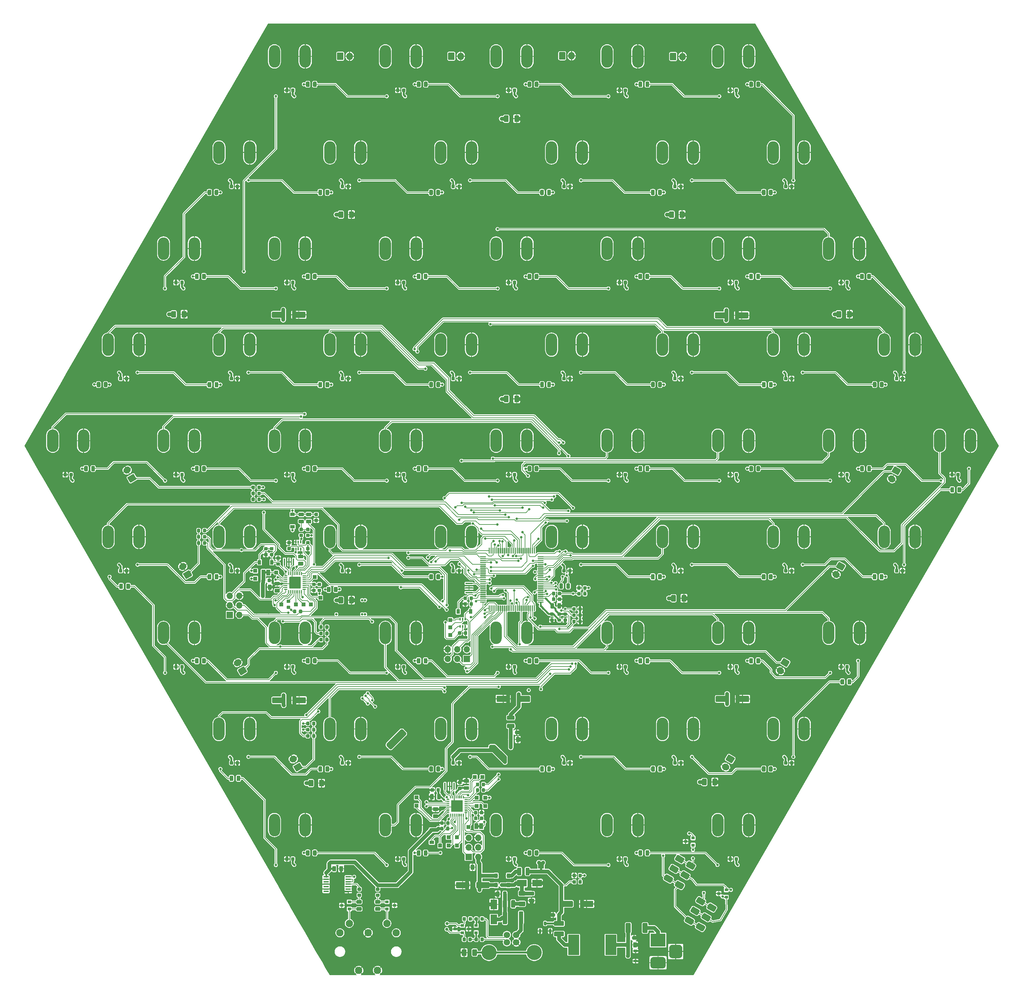
<source format=gbr>
G04 #@! TF.GenerationSoftware,KiCad,Pcbnew,(5.1.5)-3*
G04 #@! TF.CreationDate,2021-02-22T11:39:34-05:00*
G04 #@! TF.ProjectId,rainboard_newfighter,7261696e-626f-4617-9264-5f6e65776669,rev?*
G04 #@! TF.SameCoordinates,Original*
G04 #@! TF.FileFunction,Copper,L4,Bot*
G04 #@! TF.FilePolarity,Positive*
%FSLAX46Y46*%
G04 Gerber Fmt 4.6, Leading zero omitted, Abs format (unit mm)*
G04 Created by KiCad (PCBNEW (5.1.5)-3) date 2021-02-22 11:39:34*
%MOMM*%
%LPD*%
G04 APERTURE LIST*
%ADD10C,0.100000*%
%ADD11O,3.000000X6.000000*%
%ADD12R,1.500000X1.000000*%
%ADD13R,1.900000X0.400000*%
%ADD14R,0.400000X1.900000*%
%ADD15R,1.500000X1.500000*%
%ADD16R,1.450000X0.450000*%
%ADD17R,1.000000X1.000000*%
%ADD18R,0.400000X0.650000*%
%ADD19R,2.900000X5.400000*%
%ADD20R,1.000000X1.500000*%
%ADD21O,1.700000X1.700000*%
%ADD22R,1.700000X1.700000*%
%ADD23R,0.900000X1.200000*%
%ADD24R,1.200000X0.900000*%
%ADD25R,0.900000X0.800000*%
%ADD26R,2.500000X1.800000*%
%ADD27R,1.800000X2.500000*%
%ADD28R,4.000000X3.500000*%
%ADD29C,1.700000*%
%ADD30C,1.950000*%
%ADD31O,1.700000X2.000000*%
%ADD32C,4.000000*%
%ADD33C,1.700000*%
%ADD34C,0.635000*%
%ADD35C,0.800000*%
%ADD36C,0.200660*%
%ADD37C,0.508000*%
%ADD38C,0.381000*%
%ADD39C,1.016000*%
%ADD40C,0.203200*%
%ADD41C,0.200000*%
G04 APERTURE END LIST*
D10*
G36*
X8123500Y-112734500D02*
G01*
X8123500Y-112234500D01*
X7523500Y-112234500D01*
X7523500Y-112734500D01*
X8123500Y-112734500D01*
G37*
G36*
X-65626500Y-33934500D02*
G01*
X-65126500Y-33934500D01*
X-65126500Y-33334500D01*
X-65626500Y-33334500D01*
X-65626500Y-33934500D01*
G37*
G36*
X-8976500Y-101384500D02*
G01*
X-8476500Y-101384500D01*
X-8476500Y-100784500D01*
X-8976500Y-100784500D01*
X-8976500Y-101384500D01*
G37*
G04 #@! TA.AperFunction,SMDPad,CuDef*
G36*
X42834449Y-111316012D02*
G01*
X42873069Y-111323039D01*
X42910814Y-111333818D01*
X42947321Y-111348245D01*
X42982238Y-111366180D01*
X44281276Y-112116180D01*
X44314267Y-112137451D01*
X44345014Y-112161854D01*
X44373222Y-112189153D01*
X44398617Y-112219085D01*
X44420957Y-112251363D01*
X44440025Y-112285675D01*
X44455638Y-112321690D01*
X44467646Y-112359062D01*
X44475933Y-112397432D01*
X44480420Y-112436429D01*
X44481062Y-112475678D01*
X44477854Y-112514800D01*
X44470827Y-112553421D01*
X44460048Y-112591166D01*
X44445622Y-112627673D01*
X44427686Y-112662590D01*
X44027686Y-113355410D01*
X44006415Y-113388401D01*
X43982012Y-113419148D01*
X43954713Y-113447356D01*
X43924781Y-113472751D01*
X43892503Y-113495091D01*
X43858191Y-113514159D01*
X43822176Y-113529772D01*
X43784804Y-113541780D01*
X43746434Y-113550067D01*
X43707437Y-113554554D01*
X43668188Y-113555196D01*
X43629065Y-113551988D01*
X43590445Y-113544961D01*
X43552700Y-113534182D01*
X43516193Y-113519755D01*
X43481276Y-113501820D01*
X42182238Y-112751820D01*
X42149247Y-112730549D01*
X42118500Y-112706146D01*
X42090292Y-112678847D01*
X42064897Y-112648915D01*
X42042557Y-112616637D01*
X42023489Y-112582325D01*
X42007876Y-112546310D01*
X41995868Y-112508938D01*
X41987581Y-112470568D01*
X41983094Y-112431571D01*
X41982452Y-112392322D01*
X41985660Y-112353200D01*
X41992687Y-112314579D01*
X42003466Y-112276834D01*
X42017892Y-112240327D01*
X42035828Y-112205410D01*
X42435828Y-111512590D01*
X42457099Y-111479599D01*
X42481502Y-111448852D01*
X42508801Y-111420644D01*
X42538733Y-111395249D01*
X42571011Y-111372909D01*
X42605323Y-111353841D01*
X42641338Y-111338228D01*
X42678710Y-111326220D01*
X42717080Y-111317933D01*
X42756077Y-111313446D01*
X42795326Y-111312804D01*
X42834449Y-111316012D01*
G37*
G04 #@! TD.AperFunction*
G04 #@! TA.AperFunction,SMDPad,CuDef*
G36*
X45778935Y-113016012D02*
G01*
X45817555Y-113023039D01*
X45855300Y-113033818D01*
X45891807Y-113048245D01*
X45926724Y-113066180D01*
X47225762Y-113816180D01*
X47258753Y-113837451D01*
X47289500Y-113861854D01*
X47317708Y-113889153D01*
X47343103Y-113919085D01*
X47365443Y-113951363D01*
X47384511Y-113985675D01*
X47400124Y-114021690D01*
X47412132Y-114059062D01*
X47420419Y-114097432D01*
X47424906Y-114136429D01*
X47425548Y-114175678D01*
X47422340Y-114214800D01*
X47415313Y-114253421D01*
X47404534Y-114291166D01*
X47390108Y-114327673D01*
X47372172Y-114362590D01*
X46972172Y-115055410D01*
X46950901Y-115088401D01*
X46926498Y-115119148D01*
X46899199Y-115147356D01*
X46869267Y-115172751D01*
X46836989Y-115195091D01*
X46802677Y-115214159D01*
X46766662Y-115229772D01*
X46729290Y-115241780D01*
X46690920Y-115250067D01*
X46651923Y-115254554D01*
X46612674Y-115255196D01*
X46573551Y-115251988D01*
X46534931Y-115244961D01*
X46497186Y-115234182D01*
X46460679Y-115219755D01*
X46425762Y-115201820D01*
X45126724Y-114451820D01*
X45093733Y-114430549D01*
X45062986Y-114406146D01*
X45034778Y-114378847D01*
X45009383Y-114348915D01*
X44987043Y-114316637D01*
X44967975Y-114282325D01*
X44952362Y-114246310D01*
X44940354Y-114208938D01*
X44932067Y-114170568D01*
X44927580Y-114131571D01*
X44926938Y-114092322D01*
X44930146Y-114053200D01*
X44937173Y-114014579D01*
X44947952Y-113976834D01*
X44962378Y-113940327D01*
X44980314Y-113905410D01*
X45380314Y-113212590D01*
X45401585Y-113179599D01*
X45425988Y-113148852D01*
X45453287Y-113120644D01*
X45483219Y-113095249D01*
X45515497Y-113072909D01*
X45549809Y-113053841D01*
X45585824Y-113038228D01*
X45623196Y-113026220D01*
X45661566Y-113017933D01*
X45700563Y-113013446D01*
X45739812Y-113012804D01*
X45778935Y-113016012D01*
G37*
G04 #@! TD.AperFunction*
G04 #@! TA.AperFunction,SMDPad,CuDef*
G36*
X44278935Y-115614088D02*
G01*
X44317555Y-115621115D01*
X44355300Y-115631894D01*
X44391807Y-115646321D01*
X44426724Y-115664256D01*
X45725762Y-116414256D01*
X45758753Y-116435527D01*
X45789500Y-116459930D01*
X45817708Y-116487229D01*
X45843103Y-116517161D01*
X45865443Y-116549439D01*
X45884511Y-116583751D01*
X45900124Y-116619766D01*
X45912132Y-116657138D01*
X45920419Y-116695508D01*
X45924906Y-116734505D01*
X45925548Y-116773754D01*
X45922340Y-116812876D01*
X45915313Y-116851497D01*
X45904534Y-116889242D01*
X45890108Y-116925749D01*
X45872172Y-116960666D01*
X45472172Y-117653486D01*
X45450901Y-117686477D01*
X45426498Y-117717224D01*
X45399199Y-117745432D01*
X45369267Y-117770827D01*
X45336989Y-117793167D01*
X45302677Y-117812235D01*
X45266662Y-117827848D01*
X45229290Y-117839856D01*
X45190920Y-117848143D01*
X45151923Y-117852630D01*
X45112674Y-117853272D01*
X45073551Y-117850064D01*
X45034931Y-117843037D01*
X44997186Y-117832258D01*
X44960679Y-117817831D01*
X44925762Y-117799896D01*
X43626724Y-117049896D01*
X43593733Y-117028625D01*
X43562986Y-117004222D01*
X43534778Y-116976923D01*
X43509383Y-116946991D01*
X43487043Y-116914713D01*
X43467975Y-116880401D01*
X43452362Y-116844386D01*
X43440354Y-116807014D01*
X43432067Y-116768644D01*
X43427580Y-116729647D01*
X43426938Y-116690398D01*
X43430146Y-116651276D01*
X43437173Y-116612655D01*
X43447952Y-116574910D01*
X43462378Y-116538403D01*
X43480314Y-116503486D01*
X43880314Y-115810666D01*
X43901585Y-115777675D01*
X43925988Y-115746928D01*
X43953287Y-115718720D01*
X43983219Y-115693325D01*
X44015497Y-115670985D01*
X44049809Y-115651917D01*
X44085824Y-115636304D01*
X44123196Y-115624296D01*
X44161566Y-115616009D01*
X44200563Y-115611522D01*
X44239812Y-115610880D01*
X44278935Y-115614088D01*
G37*
G04 #@! TD.AperFunction*
G04 #@! TA.AperFunction,SMDPad,CuDef*
G36*
X47278935Y-110417936D02*
G01*
X47317555Y-110424963D01*
X47355300Y-110435742D01*
X47391807Y-110450169D01*
X47426724Y-110468104D01*
X48725762Y-111218104D01*
X48758753Y-111239375D01*
X48789500Y-111263778D01*
X48817708Y-111291077D01*
X48843103Y-111321009D01*
X48865443Y-111353287D01*
X48884511Y-111387599D01*
X48900124Y-111423614D01*
X48912132Y-111460986D01*
X48920419Y-111499356D01*
X48924906Y-111538353D01*
X48925548Y-111577602D01*
X48922340Y-111616724D01*
X48915313Y-111655345D01*
X48904534Y-111693090D01*
X48890108Y-111729597D01*
X48872172Y-111764514D01*
X48472172Y-112457334D01*
X48450901Y-112490325D01*
X48426498Y-112521072D01*
X48399199Y-112549280D01*
X48369267Y-112574675D01*
X48336989Y-112597015D01*
X48302677Y-112616083D01*
X48266662Y-112631696D01*
X48229290Y-112643704D01*
X48190920Y-112651991D01*
X48151923Y-112656478D01*
X48112674Y-112657120D01*
X48073551Y-112653912D01*
X48034931Y-112646885D01*
X47997186Y-112636106D01*
X47960679Y-112621679D01*
X47925762Y-112603744D01*
X46626724Y-111853744D01*
X46593733Y-111832473D01*
X46562986Y-111808070D01*
X46534778Y-111780771D01*
X46509383Y-111750839D01*
X46487043Y-111718561D01*
X46467975Y-111684249D01*
X46452362Y-111648234D01*
X46440354Y-111610862D01*
X46432067Y-111572492D01*
X46427580Y-111533495D01*
X46426938Y-111494246D01*
X46430146Y-111455124D01*
X46437173Y-111416503D01*
X46447952Y-111378758D01*
X46462378Y-111342251D01*
X46480314Y-111307334D01*
X46880314Y-110614514D01*
X46901585Y-110581523D01*
X46925988Y-110550776D01*
X46953287Y-110522568D01*
X46983219Y-110497173D01*
X47015497Y-110474833D01*
X47049809Y-110455765D01*
X47085824Y-110440152D01*
X47123196Y-110428144D01*
X47161566Y-110419857D01*
X47200563Y-110415370D01*
X47239812Y-110414728D01*
X47278935Y-110417936D01*
G37*
G04 #@! TD.AperFunction*
G04 #@! TA.AperFunction,SMDPad,CuDef*
G36*
X41334449Y-113914088D02*
G01*
X41373069Y-113921115D01*
X41410814Y-113931894D01*
X41447321Y-113946321D01*
X41482238Y-113964256D01*
X42781276Y-114714256D01*
X42814267Y-114735527D01*
X42845014Y-114759930D01*
X42873222Y-114787229D01*
X42898617Y-114817161D01*
X42920957Y-114849439D01*
X42940025Y-114883751D01*
X42955638Y-114919766D01*
X42967646Y-114957138D01*
X42975933Y-114995508D01*
X42980420Y-115034505D01*
X42981062Y-115073754D01*
X42977854Y-115112876D01*
X42970827Y-115151497D01*
X42960048Y-115189242D01*
X42945622Y-115225749D01*
X42927686Y-115260666D01*
X42527686Y-115953486D01*
X42506415Y-115986477D01*
X42482012Y-116017224D01*
X42454713Y-116045432D01*
X42424781Y-116070827D01*
X42392503Y-116093167D01*
X42358191Y-116112235D01*
X42322176Y-116127848D01*
X42284804Y-116139856D01*
X42246434Y-116148143D01*
X42207437Y-116152630D01*
X42168188Y-116153272D01*
X42129065Y-116150064D01*
X42090445Y-116143037D01*
X42052700Y-116132258D01*
X42016193Y-116117831D01*
X41981276Y-116099896D01*
X40682238Y-115349896D01*
X40649247Y-115328625D01*
X40618500Y-115304222D01*
X40590292Y-115276923D01*
X40564897Y-115246991D01*
X40542557Y-115214713D01*
X40523489Y-115180401D01*
X40507876Y-115144386D01*
X40495868Y-115107014D01*
X40487581Y-115068644D01*
X40483094Y-115029647D01*
X40482452Y-114990398D01*
X40485660Y-114951276D01*
X40492687Y-114912655D01*
X40503466Y-114874910D01*
X40517892Y-114838403D01*
X40535828Y-114803486D01*
X40935828Y-114110666D01*
X40957099Y-114077675D01*
X40981502Y-114046928D01*
X41008801Y-114018720D01*
X41038733Y-113993325D01*
X41071011Y-113970985D01*
X41105323Y-113951917D01*
X41141338Y-113936304D01*
X41178710Y-113924296D01*
X41217080Y-113916009D01*
X41256077Y-113911522D01*
X41295326Y-113910880D01*
X41334449Y-113914088D01*
G37*
G04 #@! TD.AperFunction*
G04 #@! TA.AperFunction,SMDPad,CuDef*
G36*
X44334449Y-108717936D02*
G01*
X44373069Y-108724963D01*
X44410814Y-108735742D01*
X44447321Y-108750169D01*
X44482238Y-108768104D01*
X45781276Y-109518104D01*
X45814267Y-109539375D01*
X45845014Y-109563778D01*
X45873222Y-109591077D01*
X45898617Y-109621009D01*
X45920957Y-109653287D01*
X45940025Y-109687599D01*
X45955638Y-109723614D01*
X45967646Y-109760986D01*
X45975933Y-109799356D01*
X45980420Y-109838353D01*
X45981062Y-109877602D01*
X45977854Y-109916724D01*
X45970827Y-109955345D01*
X45960048Y-109993090D01*
X45945622Y-110029597D01*
X45927686Y-110064514D01*
X45527686Y-110757334D01*
X45506415Y-110790325D01*
X45482012Y-110821072D01*
X45454713Y-110849280D01*
X45424781Y-110874675D01*
X45392503Y-110897015D01*
X45358191Y-110916083D01*
X45322176Y-110931696D01*
X45284804Y-110943704D01*
X45246434Y-110951991D01*
X45207437Y-110956478D01*
X45168188Y-110957120D01*
X45129065Y-110953912D01*
X45090445Y-110946885D01*
X45052700Y-110936106D01*
X45016193Y-110921679D01*
X44981276Y-110903744D01*
X43682238Y-110153744D01*
X43649247Y-110132473D01*
X43618500Y-110108070D01*
X43590292Y-110080771D01*
X43564897Y-110050839D01*
X43542557Y-110018561D01*
X43523489Y-109984249D01*
X43507876Y-109948234D01*
X43495868Y-109910862D01*
X43487581Y-109872492D01*
X43483094Y-109833495D01*
X43482452Y-109794246D01*
X43485660Y-109755124D01*
X43492687Y-109716503D01*
X43503466Y-109678758D01*
X43517892Y-109642251D01*
X43535828Y-109607334D01*
X43935828Y-108914514D01*
X43957099Y-108881523D01*
X43981502Y-108850776D01*
X44008801Y-108822568D01*
X44038733Y-108797173D01*
X44071011Y-108774833D01*
X44105323Y-108755765D01*
X44141338Y-108740152D01*
X44178710Y-108728144D01*
X44217080Y-108719857D01*
X44256077Y-108715370D01*
X44295326Y-108714728D01*
X44334449Y-108717936D01*
G37*
G04 #@! TD.AperFunction*
G04 #@! TA.AperFunction,SMDPad,CuDef*
G36*
X48422449Y-122492012D02*
G01*
X48461069Y-122499039D01*
X48498814Y-122509818D01*
X48535321Y-122524245D01*
X48570238Y-122542180D01*
X49869276Y-123292180D01*
X49902267Y-123313451D01*
X49933014Y-123337854D01*
X49961222Y-123365153D01*
X49986617Y-123395085D01*
X50008957Y-123427363D01*
X50028025Y-123461675D01*
X50043638Y-123497690D01*
X50055646Y-123535062D01*
X50063933Y-123573432D01*
X50068420Y-123612429D01*
X50069062Y-123651678D01*
X50065854Y-123690800D01*
X50058827Y-123729421D01*
X50048048Y-123767166D01*
X50033622Y-123803673D01*
X50015686Y-123838590D01*
X49615686Y-124531410D01*
X49594415Y-124564401D01*
X49570012Y-124595148D01*
X49542713Y-124623356D01*
X49512781Y-124648751D01*
X49480503Y-124671091D01*
X49446191Y-124690159D01*
X49410176Y-124705772D01*
X49372804Y-124717780D01*
X49334434Y-124726067D01*
X49295437Y-124730554D01*
X49256188Y-124731196D01*
X49217065Y-124727988D01*
X49178445Y-124720961D01*
X49140700Y-124710182D01*
X49104193Y-124695755D01*
X49069276Y-124677820D01*
X47770238Y-123927820D01*
X47737247Y-123906549D01*
X47706500Y-123882146D01*
X47678292Y-123854847D01*
X47652897Y-123824915D01*
X47630557Y-123792637D01*
X47611489Y-123758325D01*
X47595876Y-123722310D01*
X47583868Y-123684938D01*
X47575581Y-123646568D01*
X47571094Y-123607571D01*
X47570452Y-123568322D01*
X47573660Y-123529200D01*
X47580687Y-123490579D01*
X47591466Y-123452834D01*
X47605892Y-123416327D01*
X47623828Y-123381410D01*
X48023828Y-122688590D01*
X48045099Y-122655599D01*
X48069502Y-122624852D01*
X48096801Y-122596644D01*
X48126733Y-122571249D01*
X48159011Y-122548909D01*
X48193323Y-122529841D01*
X48229338Y-122514228D01*
X48266710Y-122502220D01*
X48305080Y-122493933D01*
X48344077Y-122489446D01*
X48383326Y-122488804D01*
X48422449Y-122492012D01*
G37*
G04 #@! TD.AperFunction*
G04 #@! TA.AperFunction,SMDPad,CuDef*
G36*
X51366935Y-124192012D02*
G01*
X51405555Y-124199039D01*
X51443300Y-124209818D01*
X51479807Y-124224245D01*
X51514724Y-124242180D01*
X52813762Y-124992180D01*
X52846753Y-125013451D01*
X52877500Y-125037854D01*
X52905708Y-125065153D01*
X52931103Y-125095085D01*
X52953443Y-125127363D01*
X52972511Y-125161675D01*
X52988124Y-125197690D01*
X53000132Y-125235062D01*
X53008419Y-125273432D01*
X53012906Y-125312429D01*
X53013548Y-125351678D01*
X53010340Y-125390800D01*
X53003313Y-125429421D01*
X52992534Y-125467166D01*
X52978108Y-125503673D01*
X52960172Y-125538590D01*
X52560172Y-126231410D01*
X52538901Y-126264401D01*
X52514498Y-126295148D01*
X52487199Y-126323356D01*
X52457267Y-126348751D01*
X52424989Y-126371091D01*
X52390677Y-126390159D01*
X52354662Y-126405772D01*
X52317290Y-126417780D01*
X52278920Y-126426067D01*
X52239923Y-126430554D01*
X52200674Y-126431196D01*
X52161551Y-126427988D01*
X52122931Y-126420961D01*
X52085186Y-126410182D01*
X52048679Y-126395755D01*
X52013762Y-126377820D01*
X50714724Y-125627820D01*
X50681733Y-125606549D01*
X50650986Y-125582146D01*
X50622778Y-125554847D01*
X50597383Y-125524915D01*
X50575043Y-125492637D01*
X50555975Y-125458325D01*
X50540362Y-125422310D01*
X50528354Y-125384938D01*
X50520067Y-125346568D01*
X50515580Y-125307571D01*
X50514938Y-125268322D01*
X50518146Y-125229200D01*
X50525173Y-125190579D01*
X50535952Y-125152834D01*
X50550378Y-125116327D01*
X50568314Y-125081410D01*
X50968314Y-124388590D01*
X50989585Y-124355599D01*
X51013988Y-124324852D01*
X51041287Y-124296644D01*
X51071219Y-124271249D01*
X51103497Y-124248909D01*
X51137809Y-124229841D01*
X51173824Y-124214228D01*
X51211196Y-124202220D01*
X51249566Y-124193933D01*
X51288563Y-124189446D01*
X51327812Y-124188804D01*
X51366935Y-124192012D01*
G37*
G04 #@! TD.AperFunction*
G04 #@! TA.AperFunction,SMDPad,CuDef*
G36*
X49866935Y-126790088D02*
G01*
X49905555Y-126797115D01*
X49943300Y-126807894D01*
X49979807Y-126822321D01*
X50014724Y-126840256D01*
X51313762Y-127590256D01*
X51346753Y-127611527D01*
X51377500Y-127635930D01*
X51405708Y-127663229D01*
X51431103Y-127693161D01*
X51453443Y-127725439D01*
X51472511Y-127759751D01*
X51488124Y-127795766D01*
X51500132Y-127833138D01*
X51508419Y-127871508D01*
X51512906Y-127910505D01*
X51513548Y-127949754D01*
X51510340Y-127988876D01*
X51503313Y-128027497D01*
X51492534Y-128065242D01*
X51478108Y-128101749D01*
X51460172Y-128136666D01*
X51060172Y-128829486D01*
X51038901Y-128862477D01*
X51014498Y-128893224D01*
X50987199Y-128921432D01*
X50957267Y-128946827D01*
X50924989Y-128969167D01*
X50890677Y-128988235D01*
X50854662Y-129003848D01*
X50817290Y-129015856D01*
X50778920Y-129024143D01*
X50739923Y-129028630D01*
X50700674Y-129029272D01*
X50661551Y-129026064D01*
X50622931Y-129019037D01*
X50585186Y-129008258D01*
X50548679Y-128993831D01*
X50513762Y-128975896D01*
X49214724Y-128225896D01*
X49181733Y-128204625D01*
X49150986Y-128180222D01*
X49122778Y-128152923D01*
X49097383Y-128122991D01*
X49075043Y-128090713D01*
X49055975Y-128056401D01*
X49040362Y-128020386D01*
X49028354Y-127983014D01*
X49020067Y-127944644D01*
X49015580Y-127905647D01*
X49014938Y-127866398D01*
X49018146Y-127827276D01*
X49025173Y-127788655D01*
X49035952Y-127750910D01*
X49050378Y-127714403D01*
X49068314Y-127679486D01*
X49468314Y-126986666D01*
X49489585Y-126953675D01*
X49513988Y-126922928D01*
X49541287Y-126894720D01*
X49571219Y-126869325D01*
X49603497Y-126846985D01*
X49637809Y-126827917D01*
X49673824Y-126812304D01*
X49711196Y-126800296D01*
X49749566Y-126792009D01*
X49788563Y-126787522D01*
X49827812Y-126786880D01*
X49866935Y-126790088D01*
G37*
G04 #@! TD.AperFunction*
G04 #@! TA.AperFunction,SMDPad,CuDef*
G36*
X52866935Y-121593936D02*
G01*
X52905555Y-121600963D01*
X52943300Y-121611742D01*
X52979807Y-121626169D01*
X53014724Y-121644104D01*
X54313762Y-122394104D01*
X54346753Y-122415375D01*
X54377500Y-122439778D01*
X54405708Y-122467077D01*
X54431103Y-122497009D01*
X54453443Y-122529287D01*
X54472511Y-122563599D01*
X54488124Y-122599614D01*
X54500132Y-122636986D01*
X54508419Y-122675356D01*
X54512906Y-122714353D01*
X54513548Y-122753602D01*
X54510340Y-122792724D01*
X54503313Y-122831345D01*
X54492534Y-122869090D01*
X54478108Y-122905597D01*
X54460172Y-122940514D01*
X54060172Y-123633334D01*
X54038901Y-123666325D01*
X54014498Y-123697072D01*
X53987199Y-123725280D01*
X53957267Y-123750675D01*
X53924989Y-123773015D01*
X53890677Y-123792083D01*
X53854662Y-123807696D01*
X53817290Y-123819704D01*
X53778920Y-123827991D01*
X53739923Y-123832478D01*
X53700674Y-123833120D01*
X53661551Y-123829912D01*
X53622931Y-123822885D01*
X53585186Y-123812106D01*
X53548679Y-123797679D01*
X53513762Y-123779744D01*
X52214724Y-123029744D01*
X52181733Y-123008473D01*
X52150986Y-122984070D01*
X52122778Y-122956771D01*
X52097383Y-122926839D01*
X52075043Y-122894561D01*
X52055975Y-122860249D01*
X52040362Y-122824234D01*
X52028354Y-122786862D01*
X52020067Y-122748492D01*
X52015580Y-122709495D01*
X52014938Y-122670246D01*
X52018146Y-122631124D01*
X52025173Y-122592503D01*
X52035952Y-122554758D01*
X52050378Y-122518251D01*
X52068314Y-122483334D01*
X52468314Y-121790514D01*
X52489585Y-121757523D01*
X52513988Y-121726776D01*
X52541287Y-121698568D01*
X52571219Y-121673173D01*
X52603497Y-121650833D01*
X52637809Y-121631765D01*
X52673824Y-121616152D01*
X52711196Y-121604144D01*
X52749566Y-121595857D01*
X52788563Y-121591370D01*
X52827812Y-121590728D01*
X52866935Y-121593936D01*
G37*
G04 #@! TD.AperFunction*
G04 #@! TA.AperFunction,SMDPad,CuDef*
G36*
X46922449Y-125090088D02*
G01*
X46961069Y-125097115D01*
X46998814Y-125107894D01*
X47035321Y-125122321D01*
X47070238Y-125140256D01*
X48369276Y-125890256D01*
X48402267Y-125911527D01*
X48433014Y-125935930D01*
X48461222Y-125963229D01*
X48486617Y-125993161D01*
X48508957Y-126025439D01*
X48528025Y-126059751D01*
X48543638Y-126095766D01*
X48555646Y-126133138D01*
X48563933Y-126171508D01*
X48568420Y-126210505D01*
X48569062Y-126249754D01*
X48565854Y-126288876D01*
X48558827Y-126327497D01*
X48548048Y-126365242D01*
X48533622Y-126401749D01*
X48515686Y-126436666D01*
X48115686Y-127129486D01*
X48094415Y-127162477D01*
X48070012Y-127193224D01*
X48042713Y-127221432D01*
X48012781Y-127246827D01*
X47980503Y-127269167D01*
X47946191Y-127288235D01*
X47910176Y-127303848D01*
X47872804Y-127315856D01*
X47834434Y-127324143D01*
X47795437Y-127328630D01*
X47756188Y-127329272D01*
X47717065Y-127326064D01*
X47678445Y-127319037D01*
X47640700Y-127308258D01*
X47604193Y-127293831D01*
X47569276Y-127275896D01*
X46270238Y-126525896D01*
X46237247Y-126504625D01*
X46206500Y-126480222D01*
X46178292Y-126452923D01*
X46152897Y-126422991D01*
X46130557Y-126390713D01*
X46111489Y-126356401D01*
X46095876Y-126320386D01*
X46083868Y-126283014D01*
X46075581Y-126244644D01*
X46071094Y-126205647D01*
X46070452Y-126166398D01*
X46073660Y-126127276D01*
X46080687Y-126088655D01*
X46091466Y-126050910D01*
X46105892Y-126014403D01*
X46123828Y-125979486D01*
X46523828Y-125286666D01*
X46545099Y-125253675D01*
X46569502Y-125222928D01*
X46596801Y-125194720D01*
X46626733Y-125169325D01*
X46659011Y-125146985D01*
X46693323Y-125127917D01*
X46729338Y-125112304D01*
X46766710Y-125100296D01*
X46805080Y-125092009D01*
X46844077Y-125087522D01*
X46883326Y-125086880D01*
X46922449Y-125090088D01*
G37*
G04 #@! TD.AperFunction*
G04 #@! TA.AperFunction,SMDPad,CuDef*
G36*
X49922449Y-119893936D02*
G01*
X49961069Y-119900963D01*
X49998814Y-119911742D01*
X50035321Y-119926169D01*
X50070238Y-119944104D01*
X51369276Y-120694104D01*
X51402267Y-120715375D01*
X51433014Y-120739778D01*
X51461222Y-120767077D01*
X51486617Y-120797009D01*
X51508957Y-120829287D01*
X51528025Y-120863599D01*
X51543638Y-120899614D01*
X51555646Y-120936986D01*
X51563933Y-120975356D01*
X51568420Y-121014353D01*
X51569062Y-121053602D01*
X51565854Y-121092724D01*
X51558827Y-121131345D01*
X51548048Y-121169090D01*
X51533622Y-121205597D01*
X51515686Y-121240514D01*
X51115686Y-121933334D01*
X51094415Y-121966325D01*
X51070012Y-121997072D01*
X51042713Y-122025280D01*
X51012781Y-122050675D01*
X50980503Y-122073015D01*
X50946191Y-122092083D01*
X50910176Y-122107696D01*
X50872804Y-122119704D01*
X50834434Y-122127991D01*
X50795437Y-122132478D01*
X50756188Y-122133120D01*
X50717065Y-122129912D01*
X50678445Y-122122885D01*
X50640700Y-122112106D01*
X50604193Y-122097679D01*
X50569276Y-122079744D01*
X49270238Y-121329744D01*
X49237247Y-121308473D01*
X49206500Y-121284070D01*
X49178292Y-121256771D01*
X49152897Y-121226839D01*
X49130557Y-121194561D01*
X49111489Y-121160249D01*
X49095876Y-121124234D01*
X49083868Y-121086862D01*
X49075581Y-121048492D01*
X49071094Y-121009495D01*
X49070452Y-120970246D01*
X49073660Y-120931124D01*
X49080687Y-120892503D01*
X49091466Y-120854758D01*
X49105892Y-120818251D01*
X49123828Y-120783334D01*
X49523828Y-120090514D01*
X49545099Y-120057523D01*
X49569502Y-120026776D01*
X49596801Y-119998568D01*
X49626733Y-119973173D01*
X49659011Y-119950833D01*
X49693323Y-119931765D01*
X49729338Y-119916152D01*
X49766710Y-119904144D01*
X49805080Y-119895857D01*
X49844077Y-119891370D01*
X49883326Y-119890728D01*
X49922449Y-119893936D01*
G37*
G04 #@! TD.AperFunction*
D11*
X-33596800Y-100780000D03*
X-25396800Y-100780000D03*
X-4100000Y-100780000D03*
X4100000Y-100780000D03*
X25396800Y-100780000D03*
X33596800Y-100780000D03*
X54893700Y-100780000D03*
X63093700Y-100780000D03*
X-48345200Y-75235000D03*
X-40145200Y-75235000D03*
X25396800Y52490000D03*
X33596800Y52490000D03*
X-4100000Y52490000D03*
X4100000Y52490000D03*
X-33596800Y52490000D03*
X-25396800Y52490000D03*
X-63093700Y52490000D03*
X-54893700Y52490000D03*
X-92590500Y52490000D03*
X-84390500Y52490000D03*
X69642100Y78035000D03*
X77842100Y78035000D03*
X40145200Y78035000D03*
X48345200Y78035000D03*
X10648400Y78035000D03*
X18848400Y78035000D03*
X-18848400Y78035000D03*
X-10648400Y78035000D03*
X-48345200Y78035000D03*
X-40145200Y78035000D03*
X-77842100Y78035000D03*
X-69642100Y78035000D03*
X54893700Y103580000D03*
X63093700Y103580000D03*
X-63093700Y-100780000D03*
X-54893700Y-100780000D03*
X69642100Y-75235000D03*
X77842100Y-75235000D03*
X40173500Y-75235000D03*
X48373500Y-75235000D03*
X10648400Y-75235000D03*
X18848400Y-75235000D03*
X-18848400Y-75235000D03*
X-10648400Y-75235000D03*
X-77842100Y-75235000D03*
X-69642100Y-75235000D03*
X84390500Y-49690000D03*
X92590500Y-49690000D03*
X54893700Y-49690000D03*
X63093700Y-49690000D03*
X25396800Y-49690000D03*
X33596800Y-49690000D03*
X-4100000Y-49690000D03*
X4100000Y-49690000D03*
X-33596800Y-49690000D03*
X-25396800Y-49690000D03*
X-63093700Y-49690000D03*
X-54893700Y-49690000D03*
X-92590500Y-49690000D03*
X-84390500Y-49690000D03*
X99139000Y-24145000D03*
X107339000Y-24145000D03*
X69642100Y-24145000D03*
X77842100Y-24145000D03*
X40145200Y-24145000D03*
X48345200Y-24145000D03*
X10648400Y-24145000D03*
X18848400Y-24145000D03*
X-18848400Y-24145000D03*
X-10648400Y-24145000D03*
X-48345200Y-24145000D03*
X-40145200Y-24145000D03*
X-77842100Y-24145000D03*
X-69642100Y-24145000D03*
X-107339000Y-24145000D03*
X-99139000Y-24145000D03*
X113887000Y1400000D03*
X122087000Y1400000D03*
X84390500Y1400000D03*
X92590500Y1400000D03*
X54893700Y1400000D03*
X63093700Y1400000D03*
X25396800Y1400000D03*
X33596800Y1400000D03*
X-4100000Y1400000D03*
X4100000Y1400000D03*
X-33596800Y1400000D03*
X-25396800Y1400000D03*
X-63093700Y1400000D03*
X-54893700Y1400000D03*
X-92590500Y1400000D03*
X-84390500Y1400000D03*
X-122087000Y1400000D03*
X-113887000Y1400000D03*
X99139000Y26945000D03*
X107339000Y26945000D03*
X69642100Y26945000D03*
X77842100Y26945000D03*
X40145200Y26945000D03*
X48345200Y26945000D03*
X10648400Y26945000D03*
X18848400Y26945000D03*
X-18848400Y26945000D03*
X-10648400Y26945000D03*
X-48345200Y26945000D03*
X-40145200Y26945000D03*
X-77842100Y26945000D03*
X-69642100Y26945000D03*
X-107339000Y26945000D03*
X-99139000Y26945000D03*
X84390500Y52490000D03*
X92590500Y52490000D03*
X54893700Y52490000D03*
X63093700Y52490000D03*
X25396800Y103580000D03*
X33596800Y103580000D03*
X-4100000Y103580000D03*
X4100000Y103580000D03*
X-33596800Y103580000D03*
X-25396800Y103580000D03*
X-63093700Y103580000D03*
X-54893700Y103580000D03*
G04 #@! TA.AperFunction,SMDPad,CuDef*
D10*
G36*
X9089163Y-126425271D02*
G01*
X9104697Y-126427575D01*
X9119930Y-126431390D01*
X9134716Y-126436681D01*
X9148912Y-126443395D01*
X9162381Y-126451469D01*
X9174995Y-126460823D01*
X9186631Y-126471369D01*
X9197177Y-126483005D01*
X9206531Y-126495619D01*
X9214605Y-126509088D01*
X9221319Y-126523284D01*
X9226610Y-126538070D01*
X9230425Y-126553303D01*
X9232729Y-126568837D01*
X9233500Y-126584522D01*
X9233500Y-127274478D01*
X9232729Y-127290163D01*
X9230425Y-127305697D01*
X9226610Y-127320930D01*
X9221319Y-127335716D01*
X9214605Y-127349912D01*
X9206531Y-127363381D01*
X9197177Y-127375995D01*
X9186631Y-127387631D01*
X9174995Y-127398177D01*
X9162381Y-127407531D01*
X9148912Y-127415605D01*
X9134716Y-127422319D01*
X9119930Y-127427610D01*
X9104697Y-127431425D01*
X9089163Y-127433729D01*
X9073478Y-127434500D01*
X8773522Y-127434500D01*
X8757837Y-127433729D01*
X8742303Y-127431425D01*
X8727070Y-127427610D01*
X8712284Y-127422319D01*
X8698088Y-127415605D01*
X8684619Y-127407531D01*
X8672005Y-127398177D01*
X8660369Y-127387631D01*
X8649823Y-127375995D01*
X8640469Y-127363381D01*
X8632395Y-127349912D01*
X8625681Y-127335716D01*
X8620390Y-127320930D01*
X8616575Y-127305697D01*
X8614271Y-127290163D01*
X8613500Y-127274478D01*
X8613500Y-126584522D01*
X8614271Y-126568837D01*
X8616575Y-126553303D01*
X8620390Y-126538070D01*
X8625681Y-126523284D01*
X8632395Y-126509088D01*
X8640469Y-126495619D01*
X8649823Y-126483005D01*
X8660369Y-126471369D01*
X8672005Y-126460823D01*
X8684619Y-126451469D01*
X8698088Y-126443395D01*
X8712284Y-126436681D01*
X8727070Y-126431390D01*
X8742303Y-126427575D01*
X8757837Y-126425271D01*
X8773522Y-126424500D01*
X9073478Y-126424500D01*
X9089163Y-126425271D01*
G37*
G04 #@! TD.AperFunction*
G04 #@! TA.AperFunction,SMDPad,CuDef*
G36*
X7739163Y-128435271D02*
G01*
X7754697Y-128437575D01*
X7769930Y-128441390D01*
X7784716Y-128446681D01*
X7798912Y-128453395D01*
X7812381Y-128461469D01*
X7824995Y-128470823D01*
X7836631Y-128481369D01*
X7847177Y-128493005D01*
X7856531Y-128505619D01*
X7864605Y-128519088D01*
X7871319Y-128533284D01*
X7876610Y-128548070D01*
X7880425Y-128563303D01*
X7882729Y-128578837D01*
X7883500Y-128594522D01*
X7883500Y-129284478D01*
X7882729Y-129300163D01*
X7880425Y-129315697D01*
X7876610Y-129330930D01*
X7871319Y-129345716D01*
X7864605Y-129359912D01*
X7856531Y-129373381D01*
X7847177Y-129385995D01*
X7836631Y-129397631D01*
X7824995Y-129408177D01*
X7812381Y-129417531D01*
X7798912Y-129425605D01*
X7784716Y-129432319D01*
X7769930Y-129437610D01*
X7754697Y-129441425D01*
X7739163Y-129443729D01*
X7723478Y-129444500D01*
X7423522Y-129444500D01*
X7407837Y-129443729D01*
X7392303Y-129441425D01*
X7377070Y-129437610D01*
X7362284Y-129432319D01*
X7348088Y-129425605D01*
X7334619Y-129417531D01*
X7322005Y-129408177D01*
X7310369Y-129397631D01*
X7299823Y-129385995D01*
X7290469Y-129373381D01*
X7282395Y-129359912D01*
X7275681Y-129345716D01*
X7270390Y-129330930D01*
X7266575Y-129315697D01*
X7264271Y-129300163D01*
X7263500Y-129284478D01*
X7263500Y-128594522D01*
X7264271Y-128578837D01*
X7266575Y-128563303D01*
X7270390Y-128548070D01*
X7275681Y-128533284D01*
X7282395Y-128519088D01*
X7290469Y-128505619D01*
X7299823Y-128493005D01*
X7310369Y-128481369D01*
X7322005Y-128470823D01*
X7334619Y-128461469D01*
X7348088Y-128453395D01*
X7362284Y-128446681D01*
X7377070Y-128441390D01*
X7392303Y-128437575D01*
X7407837Y-128435271D01*
X7423522Y-128434500D01*
X7723478Y-128434500D01*
X7739163Y-128435271D01*
G37*
G04 #@! TD.AperFunction*
G04 #@! TA.AperFunction,SMDPad,CuDef*
G36*
X10439163Y-128435271D02*
G01*
X10454697Y-128437575D01*
X10469930Y-128441390D01*
X10484716Y-128446681D01*
X10498912Y-128453395D01*
X10512381Y-128461469D01*
X10524995Y-128470823D01*
X10536631Y-128481369D01*
X10547177Y-128493005D01*
X10556531Y-128505619D01*
X10564605Y-128519088D01*
X10571319Y-128533284D01*
X10576610Y-128548070D01*
X10580425Y-128563303D01*
X10582729Y-128578837D01*
X10583500Y-128594522D01*
X10583500Y-129284478D01*
X10582729Y-129300163D01*
X10580425Y-129315697D01*
X10576610Y-129330930D01*
X10571319Y-129345716D01*
X10564605Y-129359912D01*
X10556531Y-129373381D01*
X10547177Y-129385995D01*
X10536631Y-129397631D01*
X10524995Y-129408177D01*
X10512381Y-129417531D01*
X10498912Y-129425605D01*
X10484716Y-129432319D01*
X10469930Y-129437610D01*
X10454697Y-129441425D01*
X10439163Y-129443729D01*
X10423478Y-129444500D01*
X10123522Y-129444500D01*
X10107837Y-129443729D01*
X10092303Y-129441425D01*
X10077070Y-129437610D01*
X10062284Y-129432319D01*
X10048088Y-129425605D01*
X10034619Y-129417531D01*
X10022005Y-129408177D01*
X10010369Y-129397631D01*
X9999823Y-129385995D01*
X9990469Y-129373381D01*
X9982395Y-129359912D01*
X9975681Y-129345716D01*
X9970390Y-129330930D01*
X9966575Y-129315697D01*
X9964271Y-129300163D01*
X9963500Y-129284478D01*
X9963500Y-128594522D01*
X9964271Y-128578837D01*
X9966575Y-128563303D01*
X9970390Y-128548070D01*
X9975681Y-128533284D01*
X9982395Y-128519088D01*
X9990469Y-128505619D01*
X9999823Y-128493005D01*
X10010369Y-128481369D01*
X10022005Y-128470823D01*
X10034619Y-128461469D01*
X10048088Y-128453395D01*
X10062284Y-128446681D01*
X10077070Y-128441390D01*
X10092303Y-128437575D01*
X10107837Y-128435271D01*
X10123522Y-128434500D01*
X10423478Y-128434500D01*
X10439163Y-128435271D01*
G37*
G04 #@! TD.AperFunction*
G04 #@! TA.AperFunction,SMDPad,CuDef*
G36*
X62759504Y35543796D02*
G01*
X62783773Y35540196D01*
X62807571Y35534235D01*
X62830671Y35525970D01*
X62852849Y35515480D01*
X62873893Y35502867D01*
X62893598Y35488253D01*
X62911777Y35471777D01*
X62928253Y35453598D01*
X62942867Y35433893D01*
X62955480Y35412849D01*
X62965970Y35390671D01*
X62974235Y35367571D01*
X62980196Y35343773D01*
X62983796Y35319504D01*
X62985000Y35295000D01*
X62985000Y34195000D01*
X62983796Y34170496D01*
X62980196Y34146227D01*
X62974235Y34122429D01*
X62965970Y34099329D01*
X62955480Y34077151D01*
X62942867Y34056107D01*
X62928253Y34036402D01*
X62911777Y34018223D01*
X62893598Y34001747D01*
X62873893Y33987133D01*
X62852849Y33974520D01*
X62830671Y33964030D01*
X62807571Y33955765D01*
X62783773Y33949804D01*
X62759504Y33946204D01*
X62735000Y33945000D01*
X59735000Y33945000D01*
X59710496Y33946204D01*
X59686227Y33949804D01*
X59662429Y33955765D01*
X59639329Y33964030D01*
X59617151Y33974520D01*
X59596107Y33987133D01*
X59576402Y34001747D01*
X59558223Y34018223D01*
X59541747Y34036402D01*
X59527133Y34056107D01*
X59514520Y34077151D01*
X59504030Y34099329D01*
X59495765Y34122429D01*
X59489804Y34146227D01*
X59486204Y34170496D01*
X59485000Y34195000D01*
X59485000Y35295000D01*
X59486204Y35319504D01*
X59489804Y35343773D01*
X59495765Y35367571D01*
X59504030Y35390671D01*
X59514520Y35412849D01*
X59527133Y35433893D01*
X59541747Y35453598D01*
X59558223Y35471777D01*
X59576402Y35488253D01*
X59596107Y35502867D01*
X59617151Y35515480D01*
X59639329Y35525970D01*
X59662429Y35534235D01*
X59686227Y35540196D01*
X59710496Y35543796D01*
X59735000Y35545000D01*
X62735000Y35545000D01*
X62759504Y35543796D01*
G37*
G04 #@! TD.AperFunction*
G04 #@! TA.AperFunction,SMDPad,CuDef*
G36*
X57359504Y35543796D02*
G01*
X57383773Y35540196D01*
X57407571Y35534235D01*
X57430671Y35525970D01*
X57452849Y35515480D01*
X57473893Y35502867D01*
X57493598Y35488253D01*
X57511777Y35471777D01*
X57528253Y35453598D01*
X57542867Y35433893D01*
X57555480Y35412849D01*
X57565970Y35390671D01*
X57574235Y35367571D01*
X57580196Y35343773D01*
X57583796Y35319504D01*
X57585000Y35295000D01*
X57585000Y34195000D01*
X57583796Y34170496D01*
X57580196Y34146227D01*
X57574235Y34122429D01*
X57565970Y34099329D01*
X57555480Y34077151D01*
X57542867Y34056107D01*
X57528253Y34036402D01*
X57511777Y34018223D01*
X57493598Y34001747D01*
X57473893Y33987133D01*
X57452849Y33974520D01*
X57430671Y33964030D01*
X57407571Y33955765D01*
X57383773Y33949804D01*
X57359504Y33946204D01*
X57335000Y33945000D01*
X54335000Y33945000D01*
X54310496Y33946204D01*
X54286227Y33949804D01*
X54262429Y33955765D01*
X54239329Y33964030D01*
X54217151Y33974520D01*
X54196107Y33987133D01*
X54176402Y34001747D01*
X54158223Y34018223D01*
X54141747Y34036402D01*
X54127133Y34056107D01*
X54114520Y34077151D01*
X54104030Y34099329D01*
X54095765Y34122429D01*
X54089804Y34146227D01*
X54086204Y34170496D01*
X54085000Y34195000D01*
X54085000Y35295000D01*
X54086204Y35319504D01*
X54089804Y35343773D01*
X54095765Y35367571D01*
X54104030Y35390671D01*
X54114520Y35412849D01*
X54127133Y35433893D01*
X54141747Y35453598D01*
X54158223Y35471777D01*
X54176402Y35488253D01*
X54196107Y35502867D01*
X54217151Y35515480D01*
X54239329Y35525970D01*
X54262429Y35534235D01*
X54286227Y35540196D01*
X54310496Y35543796D01*
X54335000Y35545000D01*
X57335000Y35545000D01*
X57359504Y35543796D01*
G37*
G04 #@! TD.AperFunction*
G04 #@! TA.AperFunction,SMDPad,CuDef*
G36*
X-55020496Y-66811204D02*
G01*
X-54996227Y-66814804D01*
X-54972429Y-66820765D01*
X-54949329Y-66829030D01*
X-54927151Y-66839520D01*
X-54906107Y-66852133D01*
X-54886402Y-66866747D01*
X-54868223Y-66883223D01*
X-54851747Y-66901402D01*
X-54837133Y-66921107D01*
X-54824520Y-66942151D01*
X-54814030Y-66964329D01*
X-54805765Y-66987429D01*
X-54799804Y-67011227D01*
X-54796204Y-67035496D01*
X-54795000Y-67060000D01*
X-54795000Y-68160000D01*
X-54796204Y-68184504D01*
X-54799804Y-68208773D01*
X-54805765Y-68232571D01*
X-54814030Y-68255671D01*
X-54824520Y-68277849D01*
X-54837133Y-68298893D01*
X-54851747Y-68318598D01*
X-54868223Y-68336777D01*
X-54886402Y-68353253D01*
X-54906107Y-68367867D01*
X-54927151Y-68380480D01*
X-54949329Y-68390970D01*
X-54972429Y-68399235D01*
X-54996227Y-68405196D01*
X-55020496Y-68408796D01*
X-55045000Y-68410000D01*
X-58045000Y-68410000D01*
X-58069504Y-68408796D01*
X-58093773Y-68405196D01*
X-58117571Y-68399235D01*
X-58140671Y-68390970D01*
X-58162849Y-68380480D01*
X-58183893Y-68367867D01*
X-58203598Y-68353253D01*
X-58221777Y-68336777D01*
X-58238253Y-68318598D01*
X-58252867Y-68298893D01*
X-58265480Y-68277849D01*
X-58275970Y-68255671D01*
X-58284235Y-68232571D01*
X-58290196Y-68208773D01*
X-58293796Y-68184504D01*
X-58295000Y-68160000D01*
X-58295000Y-67060000D01*
X-58293796Y-67035496D01*
X-58290196Y-67011227D01*
X-58284235Y-66987429D01*
X-58275970Y-66964329D01*
X-58265480Y-66942151D01*
X-58252867Y-66921107D01*
X-58238253Y-66901402D01*
X-58221777Y-66883223D01*
X-58203598Y-66866747D01*
X-58183893Y-66852133D01*
X-58162849Y-66839520D01*
X-58140671Y-66829030D01*
X-58117571Y-66820765D01*
X-58093773Y-66814804D01*
X-58069504Y-66811204D01*
X-58045000Y-66810000D01*
X-55045000Y-66810000D01*
X-55020496Y-66811204D01*
G37*
G04 #@! TD.AperFunction*
G04 #@! TA.AperFunction,SMDPad,CuDef*
G36*
X-60420496Y-66811204D02*
G01*
X-60396227Y-66814804D01*
X-60372429Y-66820765D01*
X-60349329Y-66829030D01*
X-60327151Y-66839520D01*
X-60306107Y-66852133D01*
X-60286402Y-66866747D01*
X-60268223Y-66883223D01*
X-60251747Y-66901402D01*
X-60237133Y-66921107D01*
X-60224520Y-66942151D01*
X-60214030Y-66964329D01*
X-60205765Y-66987429D01*
X-60199804Y-67011227D01*
X-60196204Y-67035496D01*
X-60195000Y-67060000D01*
X-60195000Y-68160000D01*
X-60196204Y-68184504D01*
X-60199804Y-68208773D01*
X-60205765Y-68232571D01*
X-60214030Y-68255671D01*
X-60224520Y-68277849D01*
X-60237133Y-68298893D01*
X-60251747Y-68318598D01*
X-60268223Y-68336777D01*
X-60286402Y-68353253D01*
X-60306107Y-68367867D01*
X-60327151Y-68380480D01*
X-60349329Y-68390970D01*
X-60372429Y-68399235D01*
X-60396227Y-68405196D01*
X-60420496Y-68408796D01*
X-60445000Y-68410000D01*
X-63445000Y-68410000D01*
X-63469504Y-68408796D01*
X-63493773Y-68405196D01*
X-63517571Y-68399235D01*
X-63540671Y-68390970D01*
X-63562849Y-68380480D01*
X-63583893Y-68367867D01*
X-63603598Y-68353253D01*
X-63621777Y-68336777D01*
X-63638253Y-68318598D01*
X-63652867Y-68298893D01*
X-63665480Y-68277849D01*
X-63675970Y-68255671D01*
X-63684235Y-68232571D01*
X-63690196Y-68208773D01*
X-63693796Y-68184504D01*
X-63695000Y-68160000D01*
X-63695000Y-67060000D01*
X-63693796Y-67035496D01*
X-63690196Y-67011227D01*
X-63684235Y-66987429D01*
X-63675970Y-66964329D01*
X-63665480Y-66942151D01*
X-63652867Y-66921107D01*
X-63638253Y-66901402D01*
X-63621777Y-66883223D01*
X-63603598Y-66866747D01*
X-63583893Y-66852133D01*
X-63562849Y-66839520D01*
X-63540671Y-66829030D01*
X-63517571Y-66820765D01*
X-63493773Y-66814804D01*
X-63469504Y-66811204D01*
X-63445000Y-66810000D01*
X-60445000Y-66810000D01*
X-60420496Y-66811204D01*
G37*
G04 #@! TD.AperFunction*
G04 #@! TA.AperFunction,SMDPad,CuDef*
G36*
X62979504Y-66461204D02*
G01*
X63003773Y-66464804D01*
X63027571Y-66470765D01*
X63050671Y-66479030D01*
X63072849Y-66489520D01*
X63093893Y-66502133D01*
X63113598Y-66516747D01*
X63131777Y-66533223D01*
X63148253Y-66551402D01*
X63162867Y-66571107D01*
X63175480Y-66592151D01*
X63185970Y-66614329D01*
X63194235Y-66637429D01*
X63200196Y-66661227D01*
X63203796Y-66685496D01*
X63205000Y-66710000D01*
X63205000Y-67810000D01*
X63203796Y-67834504D01*
X63200196Y-67858773D01*
X63194235Y-67882571D01*
X63185970Y-67905671D01*
X63175480Y-67927849D01*
X63162867Y-67948893D01*
X63148253Y-67968598D01*
X63131777Y-67986777D01*
X63113598Y-68003253D01*
X63093893Y-68017867D01*
X63072849Y-68030480D01*
X63050671Y-68040970D01*
X63027571Y-68049235D01*
X63003773Y-68055196D01*
X62979504Y-68058796D01*
X62955000Y-68060000D01*
X59955000Y-68060000D01*
X59930496Y-68058796D01*
X59906227Y-68055196D01*
X59882429Y-68049235D01*
X59859329Y-68040970D01*
X59837151Y-68030480D01*
X59816107Y-68017867D01*
X59796402Y-68003253D01*
X59778223Y-67986777D01*
X59761747Y-67968598D01*
X59747133Y-67948893D01*
X59734520Y-67927849D01*
X59724030Y-67905671D01*
X59715765Y-67882571D01*
X59709804Y-67858773D01*
X59706204Y-67834504D01*
X59705000Y-67810000D01*
X59705000Y-66710000D01*
X59706204Y-66685496D01*
X59709804Y-66661227D01*
X59715765Y-66637429D01*
X59724030Y-66614329D01*
X59734520Y-66592151D01*
X59747133Y-66571107D01*
X59761747Y-66551402D01*
X59778223Y-66533223D01*
X59796402Y-66516747D01*
X59816107Y-66502133D01*
X59837151Y-66489520D01*
X59859329Y-66479030D01*
X59882429Y-66470765D01*
X59906227Y-66464804D01*
X59930496Y-66461204D01*
X59955000Y-66460000D01*
X62955000Y-66460000D01*
X62979504Y-66461204D01*
G37*
G04 #@! TD.AperFunction*
G04 #@! TA.AperFunction,SMDPad,CuDef*
G36*
X57579504Y-66461204D02*
G01*
X57603773Y-66464804D01*
X57627571Y-66470765D01*
X57650671Y-66479030D01*
X57672849Y-66489520D01*
X57693893Y-66502133D01*
X57713598Y-66516747D01*
X57731777Y-66533223D01*
X57748253Y-66551402D01*
X57762867Y-66571107D01*
X57775480Y-66592151D01*
X57785970Y-66614329D01*
X57794235Y-66637429D01*
X57800196Y-66661227D01*
X57803796Y-66685496D01*
X57805000Y-66710000D01*
X57805000Y-67810000D01*
X57803796Y-67834504D01*
X57800196Y-67858773D01*
X57794235Y-67882571D01*
X57785970Y-67905671D01*
X57775480Y-67927849D01*
X57762867Y-67948893D01*
X57748253Y-67968598D01*
X57731777Y-67986777D01*
X57713598Y-68003253D01*
X57693893Y-68017867D01*
X57672849Y-68030480D01*
X57650671Y-68040970D01*
X57627571Y-68049235D01*
X57603773Y-68055196D01*
X57579504Y-68058796D01*
X57555000Y-68060000D01*
X54555000Y-68060000D01*
X54530496Y-68058796D01*
X54506227Y-68055196D01*
X54482429Y-68049235D01*
X54459329Y-68040970D01*
X54437151Y-68030480D01*
X54416107Y-68017867D01*
X54396402Y-68003253D01*
X54378223Y-67986777D01*
X54361747Y-67968598D01*
X54347133Y-67948893D01*
X54334520Y-67927849D01*
X54324030Y-67905671D01*
X54315765Y-67882571D01*
X54309804Y-67858773D01*
X54306204Y-67834504D01*
X54305000Y-67810000D01*
X54305000Y-66710000D01*
X54306204Y-66685496D01*
X54309804Y-66661227D01*
X54315765Y-66637429D01*
X54324030Y-66614329D01*
X54334520Y-66592151D01*
X54347133Y-66571107D01*
X54361747Y-66551402D01*
X54378223Y-66533223D01*
X54396402Y-66516747D01*
X54416107Y-66502133D01*
X54437151Y-66489520D01*
X54459329Y-66479030D01*
X54482429Y-66470765D01*
X54506227Y-66464804D01*
X54530496Y-66461204D01*
X54555000Y-66460000D01*
X57555000Y-66460000D01*
X57579504Y-66461204D01*
G37*
G04 #@! TD.AperFunction*
G04 #@! TA.AperFunction,SMDPad,CuDef*
G36*
X-55100496Y35688796D02*
G01*
X-55076227Y35685196D01*
X-55052429Y35679235D01*
X-55029329Y35670970D01*
X-55007151Y35660480D01*
X-54986107Y35647867D01*
X-54966402Y35633253D01*
X-54948223Y35616777D01*
X-54931747Y35598598D01*
X-54917133Y35578893D01*
X-54904520Y35557849D01*
X-54894030Y35535671D01*
X-54885765Y35512571D01*
X-54879804Y35488773D01*
X-54876204Y35464504D01*
X-54875000Y35440000D01*
X-54875000Y34340000D01*
X-54876204Y34315496D01*
X-54879804Y34291227D01*
X-54885765Y34267429D01*
X-54894030Y34244329D01*
X-54904520Y34222151D01*
X-54917133Y34201107D01*
X-54931747Y34181402D01*
X-54948223Y34163223D01*
X-54966402Y34146747D01*
X-54986107Y34132133D01*
X-55007151Y34119520D01*
X-55029329Y34109030D01*
X-55052429Y34100765D01*
X-55076227Y34094804D01*
X-55100496Y34091204D01*
X-55125000Y34090000D01*
X-58125000Y34090000D01*
X-58149504Y34091204D01*
X-58173773Y34094804D01*
X-58197571Y34100765D01*
X-58220671Y34109030D01*
X-58242849Y34119520D01*
X-58263893Y34132133D01*
X-58283598Y34146747D01*
X-58301777Y34163223D01*
X-58318253Y34181402D01*
X-58332867Y34201107D01*
X-58345480Y34222151D01*
X-58355970Y34244329D01*
X-58364235Y34267429D01*
X-58370196Y34291227D01*
X-58373796Y34315496D01*
X-58375000Y34340000D01*
X-58375000Y35440000D01*
X-58373796Y35464504D01*
X-58370196Y35488773D01*
X-58364235Y35512571D01*
X-58355970Y35535671D01*
X-58345480Y35557849D01*
X-58332867Y35578893D01*
X-58318253Y35598598D01*
X-58301777Y35616777D01*
X-58283598Y35633253D01*
X-58263893Y35647867D01*
X-58242849Y35660480D01*
X-58220671Y35670970D01*
X-58197571Y35679235D01*
X-58173773Y35685196D01*
X-58149504Y35688796D01*
X-58125000Y35690000D01*
X-55125000Y35690000D01*
X-55100496Y35688796D01*
G37*
G04 #@! TD.AperFunction*
G04 #@! TA.AperFunction,SMDPad,CuDef*
G36*
X-60500496Y35688796D02*
G01*
X-60476227Y35685196D01*
X-60452429Y35679235D01*
X-60429329Y35670970D01*
X-60407151Y35660480D01*
X-60386107Y35647867D01*
X-60366402Y35633253D01*
X-60348223Y35616777D01*
X-60331747Y35598598D01*
X-60317133Y35578893D01*
X-60304520Y35557849D01*
X-60294030Y35535671D01*
X-60285765Y35512571D01*
X-60279804Y35488773D01*
X-60276204Y35464504D01*
X-60275000Y35440000D01*
X-60275000Y34340000D01*
X-60276204Y34315496D01*
X-60279804Y34291227D01*
X-60285765Y34267429D01*
X-60294030Y34244329D01*
X-60304520Y34222151D01*
X-60317133Y34201107D01*
X-60331747Y34181402D01*
X-60348223Y34163223D01*
X-60366402Y34146747D01*
X-60386107Y34132133D01*
X-60407151Y34119520D01*
X-60429329Y34109030D01*
X-60452429Y34100765D01*
X-60476227Y34094804D01*
X-60500496Y34091204D01*
X-60525000Y34090000D01*
X-63525000Y34090000D01*
X-63549504Y34091204D01*
X-63573773Y34094804D01*
X-63597571Y34100765D01*
X-63620671Y34109030D01*
X-63642849Y34119520D01*
X-63663893Y34132133D01*
X-63683598Y34146747D01*
X-63701777Y34163223D01*
X-63718253Y34181402D01*
X-63732867Y34201107D01*
X-63745480Y34222151D01*
X-63755970Y34244329D01*
X-63764235Y34267429D01*
X-63770196Y34291227D01*
X-63773796Y34315496D01*
X-63775000Y34340000D01*
X-63775000Y35440000D01*
X-63773796Y35464504D01*
X-63770196Y35488773D01*
X-63764235Y35512571D01*
X-63755970Y35535671D01*
X-63745480Y35557849D01*
X-63732867Y35578893D01*
X-63718253Y35598598D01*
X-63701777Y35616777D01*
X-63683598Y35633253D01*
X-63663893Y35647867D01*
X-63642849Y35660480D01*
X-63620671Y35670970D01*
X-63597571Y35679235D01*
X-63573773Y35685196D01*
X-63549504Y35688796D01*
X-63525000Y35690000D01*
X-60525000Y35690000D01*
X-60500496Y35688796D01*
G37*
G04 #@! TD.AperFunction*
G04 #@! TA.AperFunction,SMDPad,CuDef*
G36*
X-701996Y-66435704D02*
G01*
X-677727Y-66439304D01*
X-653929Y-66445265D01*
X-630829Y-66453530D01*
X-608651Y-66464020D01*
X-587607Y-66476633D01*
X-567902Y-66491247D01*
X-549723Y-66507723D01*
X-533247Y-66525902D01*
X-518633Y-66545607D01*
X-506020Y-66566651D01*
X-495530Y-66588829D01*
X-487265Y-66611929D01*
X-481304Y-66635727D01*
X-477704Y-66659996D01*
X-476500Y-66684500D01*
X-476500Y-67784500D01*
X-477704Y-67809004D01*
X-481304Y-67833273D01*
X-487265Y-67857071D01*
X-495530Y-67880171D01*
X-506020Y-67902349D01*
X-518633Y-67923393D01*
X-533247Y-67943098D01*
X-549723Y-67961277D01*
X-567902Y-67977753D01*
X-587607Y-67992367D01*
X-608651Y-68004980D01*
X-630829Y-68015470D01*
X-653929Y-68023735D01*
X-677727Y-68029696D01*
X-701996Y-68033296D01*
X-726500Y-68034500D01*
X-3726500Y-68034500D01*
X-3751004Y-68033296D01*
X-3775273Y-68029696D01*
X-3799071Y-68023735D01*
X-3822171Y-68015470D01*
X-3844349Y-68004980D01*
X-3865393Y-67992367D01*
X-3885098Y-67977753D01*
X-3903277Y-67961277D01*
X-3919753Y-67943098D01*
X-3934367Y-67923393D01*
X-3946980Y-67902349D01*
X-3957470Y-67880171D01*
X-3965735Y-67857071D01*
X-3971696Y-67833273D01*
X-3975296Y-67809004D01*
X-3976500Y-67784500D01*
X-3976500Y-66684500D01*
X-3975296Y-66659996D01*
X-3971696Y-66635727D01*
X-3965735Y-66611929D01*
X-3957470Y-66588829D01*
X-3946980Y-66566651D01*
X-3934367Y-66545607D01*
X-3919753Y-66525902D01*
X-3903277Y-66507723D01*
X-3885098Y-66491247D01*
X-3865393Y-66476633D01*
X-3844349Y-66464020D01*
X-3822171Y-66453530D01*
X-3799071Y-66445265D01*
X-3775273Y-66439304D01*
X-3751004Y-66435704D01*
X-3726500Y-66434500D01*
X-726500Y-66434500D01*
X-701996Y-66435704D01*
G37*
G04 #@! TD.AperFunction*
G04 #@! TA.AperFunction,SMDPad,CuDef*
G36*
X4698004Y-66435704D02*
G01*
X4722273Y-66439304D01*
X4746071Y-66445265D01*
X4769171Y-66453530D01*
X4791349Y-66464020D01*
X4812393Y-66476633D01*
X4832098Y-66491247D01*
X4850277Y-66507723D01*
X4866753Y-66525902D01*
X4881367Y-66545607D01*
X4893980Y-66566651D01*
X4904470Y-66588829D01*
X4912735Y-66611929D01*
X4918696Y-66635727D01*
X4922296Y-66659996D01*
X4923500Y-66684500D01*
X4923500Y-67784500D01*
X4922296Y-67809004D01*
X4918696Y-67833273D01*
X4912735Y-67857071D01*
X4904470Y-67880171D01*
X4893980Y-67902349D01*
X4881367Y-67923393D01*
X4866753Y-67943098D01*
X4850277Y-67961277D01*
X4832098Y-67977753D01*
X4812393Y-67992367D01*
X4791349Y-68004980D01*
X4769171Y-68015470D01*
X4746071Y-68023735D01*
X4722273Y-68029696D01*
X4698004Y-68033296D01*
X4673500Y-68034500D01*
X1673500Y-68034500D01*
X1648996Y-68033296D01*
X1624727Y-68029696D01*
X1600929Y-68023735D01*
X1577829Y-68015470D01*
X1555651Y-68004980D01*
X1534607Y-67992367D01*
X1514902Y-67977753D01*
X1496723Y-67961277D01*
X1480247Y-67943098D01*
X1465633Y-67923393D01*
X1453020Y-67902349D01*
X1442530Y-67880171D01*
X1434265Y-67857071D01*
X1428304Y-67833273D01*
X1424704Y-67809004D01*
X1423500Y-67784500D01*
X1423500Y-66684500D01*
X1424704Y-66659996D01*
X1428304Y-66635727D01*
X1434265Y-66611929D01*
X1442530Y-66588829D01*
X1453020Y-66566651D01*
X1465633Y-66545607D01*
X1480247Y-66525902D01*
X1496723Y-66507723D01*
X1514902Y-66491247D01*
X1534607Y-66476633D01*
X1555651Y-66464020D01*
X1577829Y-66453530D01*
X1600929Y-66445265D01*
X1624727Y-66439304D01*
X1648996Y-66435704D01*
X1673500Y-66434500D01*
X4673500Y-66434500D01*
X4698004Y-66435704D01*
G37*
G04 #@! TD.AperFunction*
G04 #@! TA.AperFunction,SMDPad,CuDef*
G36*
X-11501996Y-115935704D02*
G01*
X-11477727Y-115939304D01*
X-11453929Y-115945265D01*
X-11430829Y-115953530D01*
X-11408651Y-115964020D01*
X-11387607Y-115976633D01*
X-11367902Y-115991247D01*
X-11349723Y-116007723D01*
X-11333247Y-116025902D01*
X-11318633Y-116045607D01*
X-11306020Y-116066651D01*
X-11295530Y-116088829D01*
X-11287265Y-116111929D01*
X-11281304Y-116135727D01*
X-11277704Y-116159996D01*
X-11276500Y-116184500D01*
X-11276500Y-117284500D01*
X-11277704Y-117309004D01*
X-11281304Y-117333273D01*
X-11287265Y-117357071D01*
X-11295530Y-117380171D01*
X-11306020Y-117402349D01*
X-11318633Y-117423393D01*
X-11333247Y-117443098D01*
X-11349723Y-117461277D01*
X-11367902Y-117477753D01*
X-11387607Y-117492367D01*
X-11408651Y-117504980D01*
X-11430829Y-117515470D01*
X-11453929Y-117523735D01*
X-11477727Y-117529696D01*
X-11501996Y-117533296D01*
X-11526500Y-117534500D01*
X-14526500Y-117534500D01*
X-14551004Y-117533296D01*
X-14575273Y-117529696D01*
X-14599071Y-117523735D01*
X-14622171Y-117515470D01*
X-14644349Y-117504980D01*
X-14665393Y-117492367D01*
X-14685098Y-117477753D01*
X-14703277Y-117461277D01*
X-14719753Y-117443098D01*
X-14734367Y-117423393D01*
X-14746980Y-117402349D01*
X-14757470Y-117380171D01*
X-14765735Y-117357071D01*
X-14771696Y-117333273D01*
X-14775296Y-117309004D01*
X-14776500Y-117284500D01*
X-14776500Y-116184500D01*
X-14775296Y-116159996D01*
X-14771696Y-116135727D01*
X-14765735Y-116111929D01*
X-14757470Y-116088829D01*
X-14746980Y-116066651D01*
X-14734367Y-116045607D01*
X-14719753Y-116025902D01*
X-14703277Y-116007723D01*
X-14685098Y-115991247D01*
X-14665393Y-115976633D01*
X-14644349Y-115964020D01*
X-14622171Y-115953530D01*
X-14599071Y-115945265D01*
X-14575273Y-115939304D01*
X-14551004Y-115935704D01*
X-14526500Y-115934500D01*
X-11526500Y-115934500D01*
X-11501996Y-115935704D01*
G37*
G04 #@! TD.AperFunction*
G04 #@! TA.AperFunction,SMDPad,CuDef*
G36*
X-6101996Y-115935704D02*
G01*
X-6077727Y-115939304D01*
X-6053929Y-115945265D01*
X-6030829Y-115953530D01*
X-6008651Y-115964020D01*
X-5987607Y-115976633D01*
X-5967902Y-115991247D01*
X-5949723Y-116007723D01*
X-5933247Y-116025902D01*
X-5918633Y-116045607D01*
X-5906020Y-116066651D01*
X-5895530Y-116088829D01*
X-5887265Y-116111929D01*
X-5881304Y-116135727D01*
X-5877704Y-116159996D01*
X-5876500Y-116184500D01*
X-5876500Y-117284500D01*
X-5877704Y-117309004D01*
X-5881304Y-117333273D01*
X-5887265Y-117357071D01*
X-5895530Y-117380171D01*
X-5906020Y-117402349D01*
X-5918633Y-117423393D01*
X-5933247Y-117443098D01*
X-5949723Y-117461277D01*
X-5967902Y-117477753D01*
X-5987607Y-117492367D01*
X-6008651Y-117504980D01*
X-6030829Y-117515470D01*
X-6053929Y-117523735D01*
X-6077727Y-117529696D01*
X-6101996Y-117533296D01*
X-6126500Y-117534500D01*
X-9126500Y-117534500D01*
X-9151004Y-117533296D01*
X-9175273Y-117529696D01*
X-9199071Y-117523735D01*
X-9222171Y-117515470D01*
X-9244349Y-117504980D01*
X-9265393Y-117492367D01*
X-9285098Y-117477753D01*
X-9303277Y-117461277D01*
X-9319753Y-117443098D01*
X-9334367Y-117423393D01*
X-9346980Y-117402349D01*
X-9357470Y-117380171D01*
X-9365735Y-117357071D01*
X-9371696Y-117333273D01*
X-9375296Y-117309004D01*
X-9376500Y-117284500D01*
X-9376500Y-116184500D01*
X-9375296Y-116159996D01*
X-9371696Y-116135727D01*
X-9365735Y-116111929D01*
X-9357470Y-116088829D01*
X-9346980Y-116066651D01*
X-9334367Y-116045607D01*
X-9319753Y-116025902D01*
X-9303277Y-116007723D01*
X-9285098Y-115991247D01*
X-9265393Y-115976633D01*
X-9244349Y-115964020D01*
X-9222171Y-115953530D01*
X-9199071Y-115945265D01*
X-9175273Y-115939304D01*
X-9151004Y-115935704D01*
X-9126500Y-115934500D01*
X-6126500Y-115934500D01*
X-6101996Y-115935704D01*
G37*
G04 #@! TD.AperFunction*
G04 #@! TA.AperFunction,SMDPad,CuDef*
G36*
X16098004Y-120935704D02*
G01*
X16122273Y-120939304D01*
X16146071Y-120945265D01*
X16169171Y-120953530D01*
X16191349Y-120964020D01*
X16212393Y-120976633D01*
X16232098Y-120991247D01*
X16250277Y-121007723D01*
X16266753Y-121025902D01*
X16281367Y-121045607D01*
X16293980Y-121066651D01*
X16304470Y-121088829D01*
X16312735Y-121111929D01*
X16318696Y-121135727D01*
X16322296Y-121159996D01*
X16323500Y-121184500D01*
X16323500Y-122284500D01*
X16322296Y-122309004D01*
X16318696Y-122333273D01*
X16312735Y-122357071D01*
X16304470Y-122380171D01*
X16293980Y-122402349D01*
X16281367Y-122423393D01*
X16266753Y-122443098D01*
X16250277Y-122461277D01*
X16232098Y-122477753D01*
X16212393Y-122492367D01*
X16191349Y-122504980D01*
X16169171Y-122515470D01*
X16146071Y-122523735D01*
X16122273Y-122529696D01*
X16098004Y-122533296D01*
X16073500Y-122534500D01*
X13073500Y-122534500D01*
X13048996Y-122533296D01*
X13024727Y-122529696D01*
X13000929Y-122523735D01*
X12977829Y-122515470D01*
X12955651Y-122504980D01*
X12934607Y-122492367D01*
X12914902Y-122477753D01*
X12896723Y-122461277D01*
X12880247Y-122443098D01*
X12865633Y-122423393D01*
X12853020Y-122402349D01*
X12842530Y-122380171D01*
X12834265Y-122357071D01*
X12828304Y-122333273D01*
X12824704Y-122309004D01*
X12823500Y-122284500D01*
X12823500Y-121184500D01*
X12824704Y-121159996D01*
X12828304Y-121135727D01*
X12834265Y-121111929D01*
X12842530Y-121088829D01*
X12853020Y-121066651D01*
X12865633Y-121045607D01*
X12880247Y-121025902D01*
X12896723Y-121007723D01*
X12914902Y-120991247D01*
X12934607Y-120976633D01*
X12955651Y-120964020D01*
X12977829Y-120953530D01*
X13000929Y-120945265D01*
X13024727Y-120939304D01*
X13048996Y-120935704D01*
X13073500Y-120934500D01*
X16073500Y-120934500D01*
X16098004Y-120935704D01*
G37*
G04 #@! TD.AperFunction*
G04 #@! TA.AperFunction,SMDPad,CuDef*
G36*
X21498004Y-120935704D02*
G01*
X21522273Y-120939304D01*
X21546071Y-120945265D01*
X21569171Y-120953530D01*
X21591349Y-120964020D01*
X21612393Y-120976633D01*
X21632098Y-120991247D01*
X21650277Y-121007723D01*
X21666753Y-121025902D01*
X21681367Y-121045607D01*
X21693980Y-121066651D01*
X21704470Y-121088829D01*
X21712735Y-121111929D01*
X21718696Y-121135727D01*
X21722296Y-121159996D01*
X21723500Y-121184500D01*
X21723500Y-122284500D01*
X21722296Y-122309004D01*
X21718696Y-122333273D01*
X21712735Y-122357071D01*
X21704470Y-122380171D01*
X21693980Y-122402349D01*
X21681367Y-122423393D01*
X21666753Y-122443098D01*
X21650277Y-122461277D01*
X21632098Y-122477753D01*
X21612393Y-122492367D01*
X21591349Y-122504980D01*
X21569171Y-122515470D01*
X21546071Y-122523735D01*
X21522273Y-122529696D01*
X21498004Y-122533296D01*
X21473500Y-122534500D01*
X18473500Y-122534500D01*
X18448996Y-122533296D01*
X18424727Y-122529696D01*
X18400929Y-122523735D01*
X18377829Y-122515470D01*
X18355651Y-122504980D01*
X18334607Y-122492367D01*
X18314902Y-122477753D01*
X18296723Y-122461277D01*
X18280247Y-122443098D01*
X18265633Y-122423393D01*
X18253020Y-122402349D01*
X18242530Y-122380171D01*
X18234265Y-122357071D01*
X18228304Y-122333273D01*
X18224704Y-122309004D01*
X18223500Y-122284500D01*
X18223500Y-121184500D01*
X18224704Y-121159996D01*
X18228304Y-121135727D01*
X18234265Y-121111929D01*
X18242530Y-121088829D01*
X18253020Y-121066651D01*
X18265633Y-121045607D01*
X18280247Y-121025902D01*
X18296723Y-121007723D01*
X18314902Y-120991247D01*
X18334607Y-120976633D01*
X18355651Y-120964020D01*
X18377829Y-120953530D01*
X18400929Y-120945265D01*
X18424727Y-120939304D01*
X18448996Y-120935704D01*
X18473500Y-120934500D01*
X21473500Y-120934500D01*
X21498004Y-120935704D01*
G37*
G04 #@! TD.AperFunction*
D12*
X7823500Y-111834500D03*
X7823500Y-113134500D03*
G04 #@! TA.AperFunction,SMDPad,CuDef*
D10*
G36*
X13723004Y-126310704D02*
G01*
X13747273Y-126314304D01*
X13771071Y-126320265D01*
X13794171Y-126328530D01*
X13816349Y-126339020D01*
X13837393Y-126351633D01*
X13857098Y-126366247D01*
X13875277Y-126382723D01*
X13891753Y-126400902D01*
X13906367Y-126420607D01*
X13918980Y-126441651D01*
X13929470Y-126463829D01*
X13937735Y-126486929D01*
X13943696Y-126510727D01*
X13947296Y-126534996D01*
X13948500Y-126559500D01*
X13948500Y-127309500D01*
X13947296Y-127334004D01*
X13943696Y-127358273D01*
X13937735Y-127382071D01*
X13929470Y-127405171D01*
X13918980Y-127427349D01*
X13906367Y-127448393D01*
X13891753Y-127468098D01*
X13875277Y-127486277D01*
X13857098Y-127502753D01*
X13837393Y-127517367D01*
X13816349Y-127529980D01*
X13794171Y-127540470D01*
X13771071Y-127548735D01*
X13747273Y-127554696D01*
X13723004Y-127558296D01*
X13698500Y-127559500D01*
X11548500Y-127559500D01*
X11523996Y-127558296D01*
X11499727Y-127554696D01*
X11475929Y-127548735D01*
X11452829Y-127540470D01*
X11430651Y-127529980D01*
X11409607Y-127517367D01*
X11389902Y-127502753D01*
X11371723Y-127486277D01*
X11355247Y-127468098D01*
X11340633Y-127448393D01*
X11328020Y-127427349D01*
X11317530Y-127405171D01*
X11309265Y-127382071D01*
X11303304Y-127358273D01*
X11299704Y-127334004D01*
X11298500Y-127309500D01*
X11298500Y-126559500D01*
X11299704Y-126534996D01*
X11303304Y-126510727D01*
X11309265Y-126486929D01*
X11317530Y-126463829D01*
X11328020Y-126441651D01*
X11340633Y-126420607D01*
X11355247Y-126400902D01*
X11371723Y-126382723D01*
X11389902Y-126366247D01*
X11409607Y-126351633D01*
X11430651Y-126339020D01*
X11452829Y-126328530D01*
X11475929Y-126320265D01*
X11499727Y-126314304D01*
X11523996Y-126310704D01*
X11548500Y-126309500D01*
X13698500Y-126309500D01*
X13723004Y-126310704D01*
G37*
G04 #@! TD.AperFunction*
G04 #@! TA.AperFunction,SMDPad,CuDef*
G36*
X13723004Y-129110704D02*
G01*
X13747273Y-129114304D01*
X13771071Y-129120265D01*
X13794171Y-129128530D01*
X13816349Y-129139020D01*
X13837393Y-129151633D01*
X13857098Y-129166247D01*
X13875277Y-129182723D01*
X13891753Y-129200902D01*
X13906367Y-129220607D01*
X13918980Y-129241651D01*
X13929470Y-129263829D01*
X13937735Y-129286929D01*
X13943696Y-129310727D01*
X13947296Y-129334996D01*
X13948500Y-129359500D01*
X13948500Y-130109500D01*
X13947296Y-130134004D01*
X13943696Y-130158273D01*
X13937735Y-130182071D01*
X13929470Y-130205171D01*
X13918980Y-130227349D01*
X13906367Y-130248393D01*
X13891753Y-130268098D01*
X13875277Y-130286277D01*
X13857098Y-130302753D01*
X13837393Y-130317367D01*
X13816349Y-130329980D01*
X13794171Y-130340470D01*
X13771071Y-130348735D01*
X13747273Y-130354696D01*
X13723004Y-130358296D01*
X13698500Y-130359500D01*
X11548500Y-130359500D01*
X11523996Y-130358296D01*
X11499727Y-130354696D01*
X11475929Y-130348735D01*
X11452829Y-130340470D01*
X11430651Y-130329980D01*
X11409607Y-130317367D01*
X11389902Y-130302753D01*
X11371723Y-130286277D01*
X11355247Y-130268098D01*
X11340633Y-130248393D01*
X11328020Y-130227349D01*
X11317530Y-130205171D01*
X11309265Y-130182071D01*
X11303304Y-130158273D01*
X11299704Y-130134004D01*
X11298500Y-130109500D01*
X11298500Y-129359500D01*
X11299704Y-129334996D01*
X11303304Y-129310727D01*
X11309265Y-129286929D01*
X11317530Y-129263829D01*
X11328020Y-129241651D01*
X11340633Y-129220607D01*
X11355247Y-129200902D01*
X11371723Y-129182723D01*
X11389902Y-129166247D01*
X11409607Y-129151633D01*
X11430651Y-129139020D01*
X11452829Y-129128530D01*
X11475929Y-129120265D01*
X11499727Y-129114304D01*
X11523996Y-129110704D01*
X11548500Y-129109500D01*
X13698500Y-129109500D01*
X13723004Y-129110704D01*
G37*
G04 #@! TD.AperFunction*
D13*
X-11326500Y-38959500D03*
X-11326500Y-37759500D03*
X-11326500Y-36559500D03*
D14*
X-58026500Y-30834500D03*
X-59226500Y-30834500D03*
X-60426500Y-30834500D03*
X-15326500Y-90484500D03*
X-16526500Y-90484500D03*
X-17726500Y-90484500D03*
G04 #@! TA.AperFunction,SMDPad,CuDef*
D10*
G36*
X8405851Y-41334861D02*
G01*
X8413132Y-41335941D01*
X8420271Y-41337729D01*
X8427201Y-41340209D01*
X8433855Y-41343356D01*
X8440168Y-41347140D01*
X8446079Y-41351524D01*
X8451533Y-41356467D01*
X8456476Y-41361921D01*
X8460860Y-41367832D01*
X8464644Y-41374145D01*
X8467791Y-41380799D01*
X8470271Y-41387729D01*
X8472059Y-41394868D01*
X8473139Y-41402149D01*
X8473500Y-41409500D01*
X8473500Y-41559500D01*
X8473139Y-41566851D01*
X8472059Y-41574132D01*
X8470271Y-41581271D01*
X8467791Y-41588201D01*
X8464644Y-41594855D01*
X8460860Y-41601168D01*
X8456476Y-41607079D01*
X8451533Y-41612533D01*
X8446079Y-41617476D01*
X8440168Y-41621860D01*
X8433855Y-41625644D01*
X8427201Y-41628791D01*
X8420271Y-41631271D01*
X8413132Y-41633059D01*
X8405851Y-41634139D01*
X8398500Y-41634500D01*
X7073500Y-41634500D01*
X7066149Y-41634139D01*
X7058868Y-41633059D01*
X7051729Y-41631271D01*
X7044799Y-41628791D01*
X7038145Y-41625644D01*
X7031832Y-41621860D01*
X7025921Y-41617476D01*
X7020467Y-41612533D01*
X7015524Y-41607079D01*
X7011140Y-41601168D01*
X7007356Y-41594855D01*
X7004209Y-41588201D01*
X7001729Y-41581271D01*
X6999941Y-41574132D01*
X6998861Y-41566851D01*
X6998500Y-41559500D01*
X6998500Y-41409500D01*
X6998861Y-41402149D01*
X6999941Y-41394868D01*
X7001729Y-41387729D01*
X7004209Y-41380799D01*
X7007356Y-41374145D01*
X7011140Y-41367832D01*
X7015524Y-41361921D01*
X7020467Y-41356467D01*
X7025921Y-41351524D01*
X7031832Y-41347140D01*
X7038145Y-41343356D01*
X7044799Y-41340209D01*
X7051729Y-41337729D01*
X7058868Y-41335941D01*
X7066149Y-41334861D01*
X7073500Y-41334500D01*
X8398500Y-41334500D01*
X8405851Y-41334861D01*
G37*
G04 #@! TD.AperFunction*
G04 #@! TA.AperFunction,SMDPad,CuDef*
G36*
X8405851Y-40834861D02*
G01*
X8413132Y-40835941D01*
X8420271Y-40837729D01*
X8427201Y-40840209D01*
X8433855Y-40843356D01*
X8440168Y-40847140D01*
X8446079Y-40851524D01*
X8451533Y-40856467D01*
X8456476Y-40861921D01*
X8460860Y-40867832D01*
X8464644Y-40874145D01*
X8467791Y-40880799D01*
X8470271Y-40887729D01*
X8472059Y-40894868D01*
X8473139Y-40902149D01*
X8473500Y-40909500D01*
X8473500Y-41059500D01*
X8473139Y-41066851D01*
X8472059Y-41074132D01*
X8470271Y-41081271D01*
X8467791Y-41088201D01*
X8464644Y-41094855D01*
X8460860Y-41101168D01*
X8456476Y-41107079D01*
X8451533Y-41112533D01*
X8446079Y-41117476D01*
X8440168Y-41121860D01*
X8433855Y-41125644D01*
X8427201Y-41128791D01*
X8420271Y-41131271D01*
X8413132Y-41133059D01*
X8405851Y-41134139D01*
X8398500Y-41134500D01*
X7073500Y-41134500D01*
X7066149Y-41134139D01*
X7058868Y-41133059D01*
X7051729Y-41131271D01*
X7044799Y-41128791D01*
X7038145Y-41125644D01*
X7031832Y-41121860D01*
X7025921Y-41117476D01*
X7020467Y-41112533D01*
X7015524Y-41107079D01*
X7011140Y-41101168D01*
X7007356Y-41094855D01*
X7004209Y-41088201D01*
X7001729Y-41081271D01*
X6999941Y-41074132D01*
X6998861Y-41066851D01*
X6998500Y-41059500D01*
X6998500Y-40909500D01*
X6998861Y-40902149D01*
X6999941Y-40894868D01*
X7001729Y-40887729D01*
X7004209Y-40880799D01*
X7007356Y-40874145D01*
X7011140Y-40867832D01*
X7015524Y-40861921D01*
X7020467Y-40856467D01*
X7025921Y-40851524D01*
X7031832Y-40847140D01*
X7038145Y-40843356D01*
X7044799Y-40840209D01*
X7051729Y-40837729D01*
X7058868Y-40835941D01*
X7066149Y-40834861D01*
X7073500Y-40834500D01*
X8398500Y-40834500D01*
X8405851Y-40834861D01*
G37*
G04 #@! TD.AperFunction*
G04 #@! TA.AperFunction,SMDPad,CuDef*
G36*
X8405851Y-40334861D02*
G01*
X8413132Y-40335941D01*
X8420271Y-40337729D01*
X8427201Y-40340209D01*
X8433855Y-40343356D01*
X8440168Y-40347140D01*
X8446079Y-40351524D01*
X8451533Y-40356467D01*
X8456476Y-40361921D01*
X8460860Y-40367832D01*
X8464644Y-40374145D01*
X8467791Y-40380799D01*
X8470271Y-40387729D01*
X8472059Y-40394868D01*
X8473139Y-40402149D01*
X8473500Y-40409500D01*
X8473500Y-40559500D01*
X8473139Y-40566851D01*
X8472059Y-40574132D01*
X8470271Y-40581271D01*
X8467791Y-40588201D01*
X8464644Y-40594855D01*
X8460860Y-40601168D01*
X8456476Y-40607079D01*
X8451533Y-40612533D01*
X8446079Y-40617476D01*
X8440168Y-40621860D01*
X8433855Y-40625644D01*
X8427201Y-40628791D01*
X8420271Y-40631271D01*
X8413132Y-40633059D01*
X8405851Y-40634139D01*
X8398500Y-40634500D01*
X7073500Y-40634500D01*
X7066149Y-40634139D01*
X7058868Y-40633059D01*
X7051729Y-40631271D01*
X7044799Y-40628791D01*
X7038145Y-40625644D01*
X7031832Y-40621860D01*
X7025921Y-40617476D01*
X7020467Y-40612533D01*
X7015524Y-40607079D01*
X7011140Y-40601168D01*
X7007356Y-40594855D01*
X7004209Y-40588201D01*
X7001729Y-40581271D01*
X6999941Y-40574132D01*
X6998861Y-40566851D01*
X6998500Y-40559500D01*
X6998500Y-40409500D01*
X6998861Y-40402149D01*
X6999941Y-40394868D01*
X7001729Y-40387729D01*
X7004209Y-40380799D01*
X7007356Y-40374145D01*
X7011140Y-40367832D01*
X7015524Y-40361921D01*
X7020467Y-40356467D01*
X7025921Y-40351524D01*
X7031832Y-40347140D01*
X7038145Y-40343356D01*
X7044799Y-40340209D01*
X7051729Y-40337729D01*
X7058868Y-40335941D01*
X7066149Y-40334861D01*
X7073500Y-40334500D01*
X8398500Y-40334500D01*
X8405851Y-40334861D01*
G37*
G04 #@! TD.AperFunction*
G04 #@! TA.AperFunction,SMDPad,CuDef*
G36*
X8405851Y-39834861D02*
G01*
X8413132Y-39835941D01*
X8420271Y-39837729D01*
X8427201Y-39840209D01*
X8433855Y-39843356D01*
X8440168Y-39847140D01*
X8446079Y-39851524D01*
X8451533Y-39856467D01*
X8456476Y-39861921D01*
X8460860Y-39867832D01*
X8464644Y-39874145D01*
X8467791Y-39880799D01*
X8470271Y-39887729D01*
X8472059Y-39894868D01*
X8473139Y-39902149D01*
X8473500Y-39909500D01*
X8473500Y-40059500D01*
X8473139Y-40066851D01*
X8472059Y-40074132D01*
X8470271Y-40081271D01*
X8467791Y-40088201D01*
X8464644Y-40094855D01*
X8460860Y-40101168D01*
X8456476Y-40107079D01*
X8451533Y-40112533D01*
X8446079Y-40117476D01*
X8440168Y-40121860D01*
X8433855Y-40125644D01*
X8427201Y-40128791D01*
X8420271Y-40131271D01*
X8413132Y-40133059D01*
X8405851Y-40134139D01*
X8398500Y-40134500D01*
X7073500Y-40134500D01*
X7066149Y-40134139D01*
X7058868Y-40133059D01*
X7051729Y-40131271D01*
X7044799Y-40128791D01*
X7038145Y-40125644D01*
X7031832Y-40121860D01*
X7025921Y-40117476D01*
X7020467Y-40112533D01*
X7015524Y-40107079D01*
X7011140Y-40101168D01*
X7007356Y-40094855D01*
X7004209Y-40088201D01*
X7001729Y-40081271D01*
X6999941Y-40074132D01*
X6998861Y-40066851D01*
X6998500Y-40059500D01*
X6998500Y-39909500D01*
X6998861Y-39902149D01*
X6999941Y-39894868D01*
X7001729Y-39887729D01*
X7004209Y-39880799D01*
X7007356Y-39874145D01*
X7011140Y-39867832D01*
X7015524Y-39861921D01*
X7020467Y-39856467D01*
X7025921Y-39851524D01*
X7031832Y-39847140D01*
X7038145Y-39843356D01*
X7044799Y-39840209D01*
X7051729Y-39837729D01*
X7058868Y-39835941D01*
X7066149Y-39834861D01*
X7073500Y-39834500D01*
X8398500Y-39834500D01*
X8405851Y-39834861D01*
G37*
G04 #@! TD.AperFunction*
G04 #@! TA.AperFunction,SMDPad,CuDef*
G36*
X8405851Y-39334861D02*
G01*
X8413132Y-39335941D01*
X8420271Y-39337729D01*
X8427201Y-39340209D01*
X8433855Y-39343356D01*
X8440168Y-39347140D01*
X8446079Y-39351524D01*
X8451533Y-39356467D01*
X8456476Y-39361921D01*
X8460860Y-39367832D01*
X8464644Y-39374145D01*
X8467791Y-39380799D01*
X8470271Y-39387729D01*
X8472059Y-39394868D01*
X8473139Y-39402149D01*
X8473500Y-39409500D01*
X8473500Y-39559500D01*
X8473139Y-39566851D01*
X8472059Y-39574132D01*
X8470271Y-39581271D01*
X8467791Y-39588201D01*
X8464644Y-39594855D01*
X8460860Y-39601168D01*
X8456476Y-39607079D01*
X8451533Y-39612533D01*
X8446079Y-39617476D01*
X8440168Y-39621860D01*
X8433855Y-39625644D01*
X8427201Y-39628791D01*
X8420271Y-39631271D01*
X8413132Y-39633059D01*
X8405851Y-39634139D01*
X8398500Y-39634500D01*
X7073500Y-39634500D01*
X7066149Y-39634139D01*
X7058868Y-39633059D01*
X7051729Y-39631271D01*
X7044799Y-39628791D01*
X7038145Y-39625644D01*
X7031832Y-39621860D01*
X7025921Y-39617476D01*
X7020467Y-39612533D01*
X7015524Y-39607079D01*
X7011140Y-39601168D01*
X7007356Y-39594855D01*
X7004209Y-39588201D01*
X7001729Y-39581271D01*
X6999941Y-39574132D01*
X6998861Y-39566851D01*
X6998500Y-39559500D01*
X6998500Y-39409500D01*
X6998861Y-39402149D01*
X6999941Y-39394868D01*
X7001729Y-39387729D01*
X7004209Y-39380799D01*
X7007356Y-39374145D01*
X7011140Y-39367832D01*
X7015524Y-39361921D01*
X7020467Y-39356467D01*
X7025921Y-39351524D01*
X7031832Y-39347140D01*
X7038145Y-39343356D01*
X7044799Y-39340209D01*
X7051729Y-39337729D01*
X7058868Y-39335941D01*
X7066149Y-39334861D01*
X7073500Y-39334500D01*
X8398500Y-39334500D01*
X8405851Y-39334861D01*
G37*
G04 #@! TD.AperFunction*
G04 #@! TA.AperFunction,SMDPad,CuDef*
G36*
X8405851Y-38834861D02*
G01*
X8413132Y-38835941D01*
X8420271Y-38837729D01*
X8427201Y-38840209D01*
X8433855Y-38843356D01*
X8440168Y-38847140D01*
X8446079Y-38851524D01*
X8451533Y-38856467D01*
X8456476Y-38861921D01*
X8460860Y-38867832D01*
X8464644Y-38874145D01*
X8467791Y-38880799D01*
X8470271Y-38887729D01*
X8472059Y-38894868D01*
X8473139Y-38902149D01*
X8473500Y-38909500D01*
X8473500Y-39059500D01*
X8473139Y-39066851D01*
X8472059Y-39074132D01*
X8470271Y-39081271D01*
X8467791Y-39088201D01*
X8464644Y-39094855D01*
X8460860Y-39101168D01*
X8456476Y-39107079D01*
X8451533Y-39112533D01*
X8446079Y-39117476D01*
X8440168Y-39121860D01*
X8433855Y-39125644D01*
X8427201Y-39128791D01*
X8420271Y-39131271D01*
X8413132Y-39133059D01*
X8405851Y-39134139D01*
X8398500Y-39134500D01*
X7073500Y-39134500D01*
X7066149Y-39134139D01*
X7058868Y-39133059D01*
X7051729Y-39131271D01*
X7044799Y-39128791D01*
X7038145Y-39125644D01*
X7031832Y-39121860D01*
X7025921Y-39117476D01*
X7020467Y-39112533D01*
X7015524Y-39107079D01*
X7011140Y-39101168D01*
X7007356Y-39094855D01*
X7004209Y-39088201D01*
X7001729Y-39081271D01*
X6999941Y-39074132D01*
X6998861Y-39066851D01*
X6998500Y-39059500D01*
X6998500Y-38909500D01*
X6998861Y-38902149D01*
X6999941Y-38894868D01*
X7001729Y-38887729D01*
X7004209Y-38880799D01*
X7007356Y-38874145D01*
X7011140Y-38867832D01*
X7015524Y-38861921D01*
X7020467Y-38856467D01*
X7025921Y-38851524D01*
X7031832Y-38847140D01*
X7038145Y-38843356D01*
X7044799Y-38840209D01*
X7051729Y-38837729D01*
X7058868Y-38835941D01*
X7066149Y-38834861D01*
X7073500Y-38834500D01*
X8398500Y-38834500D01*
X8405851Y-38834861D01*
G37*
G04 #@! TD.AperFunction*
G04 #@! TA.AperFunction,SMDPad,CuDef*
G36*
X8405851Y-38334861D02*
G01*
X8413132Y-38335941D01*
X8420271Y-38337729D01*
X8427201Y-38340209D01*
X8433855Y-38343356D01*
X8440168Y-38347140D01*
X8446079Y-38351524D01*
X8451533Y-38356467D01*
X8456476Y-38361921D01*
X8460860Y-38367832D01*
X8464644Y-38374145D01*
X8467791Y-38380799D01*
X8470271Y-38387729D01*
X8472059Y-38394868D01*
X8473139Y-38402149D01*
X8473500Y-38409500D01*
X8473500Y-38559500D01*
X8473139Y-38566851D01*
X8472059Y-38574132D01*
X8470271Y-38581271D01*
X8467791Y-38588201D01*
X8464644Y-38594855D01*
X8460860Y-38601168D01*
X8456476Y-38607079D01*
X8451533Y-38612533D01*
X8446079Y-38617476D01*
X8440168Y-38621860D01*
X8433855Y-38625644D01*
X8427201Y-38628791D01*
X8420271Y-38631271D01*
X8413132Y-38633059D01*
X8405851Y-38634139D01*
X8398500Y-38634500D01*
X7073500Y-38634500D01*
X7066149Y-38634139D01*
X7058868Y-38633059D01*
X7051729Y-38631271D01*
X7044799Y-38628791D01*
X7038145Y-38625644D01*
X7031832Y-38621860D01*
X7025921Y-38617476D01*
X7020467Y-38612533D01*
X7015524Y-38607079D01*
X7011140Y-38601168D01*
X7007356Y-38594855D01*
X7004209Y-38588201D01*
X7001729Y-38581271D01*
X6999941Y-38574132D01*
X6998861Y-38566851D01*
X6998500Y-38559500D01*
X6998500Y-38409500D01*
X6998861Y-38402149D01*
X6999941Y-38394868D01*
X7001729Y-38387729D01*
X7004209Y-38380799D01*
X7007356Y-38374145D01*
X7011140Y-38367832D01*
X7015524Y-38361921D01*
X7020467Y-38356467D01*
X7025921Y-38351524D01*
X7031832Y-38347140D01*
X7038145Y-38343356D01*
X7044799Y-38340209D01*
X7051729Y-38337729D01*
X7058868Y-38335941D01*
X7066149Y-38334861D01*
X7073500Y-38334500D01*
X8398500Y-38334500D01*
X8405851Y-38334861D01*
G37*
G04 #@! TD.AperFunction*
G04 #@! TA.AperFunction,SMDPad,CuDef*
G36*
X8405851Y-37834861D02*
G01*
X8413132Y-37835941D01*
X8420271Y-37837729D01*
X8427201Y-37840209D01*
X8433855Y-37843356D01*
X8440168Y-37847140D01*
X8446079Y-37851524D01*
X8451533Y-37856467D01*
X8456476Y-37861921D01*
X8460860Y-37867832D01*
X8464644Y-37874145D01*
X8467791Y-37880799D01*
X8470271Y-37887729D01*
X8472059Y-37894868D01*
X8473139Y-37902149D01*
X8473500Y-37909500D01*
X8473500Y-38059500D01*
X8473139Y-38066851D01*
X8472059Y-38074132D01*
X8470271Y-38081271D01*
X8467791Y-38088201D01*
X8464644Y-38094855D01*
X8460860Y-38101168D01*
X8456476Y-38107079D01*
X8451533Y-38112533D01*
X8446079Y-38117476D01*
X8440168Y-38121860D01*
X8433855Y-38125644D01*
X8427201Y-38128791D01*
X8420271Y-38131271D01*
X8413132Y-38133059D01*
X8405851Y-38134139D01*
X8398500Y-38134500D01*
X7073500Y-38134500D01*
X7066149Y-38134139D01*
X7058868Y-38133059D01*
X7051729Y-38131271D01*
X7044799Y-38128791D01*
X7038145Y-38125644D01*
X7031832Y-38121860D01*
X7025921Y-38117476D01*
X7020467Y-38112533D01*
X7015524Y-38107079D01*
X7011140Y-38101168D01*
X7007356Y-38094855D01*
X7004209Y-38088201D01*
X7001729Y-38081271D01*
X6999941Y-38074132D01*
X6998861Y-38066851D01*
X6998500Y-38059500D01*
X6998500Y-37909500D01*
X6998861Y-37902149D01*
X6999941Y-37894868D01*
X7001729Y-37887729D01*
X7004209Y-37880799D01*
X7007356Y-37874145D01*
X7011140Y-37867832D01*
X7015524Y-37861921D01*
X7020467Y-37856467D01*
X7025921Y-37851524D01*
X7031832Y-37847140D01*
X7038145Y-37843356D01*
X7044799Y-37840209D01*
X7051729Y-37837729D01*
X7058868Y-37835941D01*
X7066149Y-37834861D01*
X7073500Y-37834500D01*
X8398500Y-37834500D01*
X8405851Y-37834861D01*
G37*
G04 #@! TD.AperFunction*
G04 #@! TA.AperFunction,SMDPad,CuDef*
G36*
X8405851Y-37334861D02*
G01*
X8413132Y-37335941D01*
X8420271Y-37337729D01*
X8427201Y-37340209D01*
X8433855Y-37343356D01*
X8440168Y-37347140D01*
X8446079Y-37351524D01*
X8451533Y-37356467D01*
X8456476Y-37361921D01*
X8460860Y-37367832D01*
X8464644Y-37374145D01*
X8467791Y-37380799D01*
X8470271Y-37387729D01*
X8472059Y-37394868D01*
X8473139Y-37402149D01*
X8473500Y-37409500D01*
X8473500Y-37559500D01*
X8473139Y-37566851D01*
X8472059Y-37574132D01*
X8470271Y-37581271D01*
X8467791Y-37588201D01*
X8464644Y-37594855D01*
X8460860Y-37601168D01*
X8456476Y-37607079D01*
X8451533Y-37612533D01*
X8446079Y-37617476D01*
X8440168Y-37621860D01*
X8433855Y-37625644D01*
X8427201Y-37628791D01*
X8420271Y-37631271D01*
X8413132Y-37633059D01*
X8405851Y-37634139D01*
X8398500Y-37634500D01*
X7073500Y-37634500D01*
X7066149Y-37634139D01*
X7058868Y-37633059D01*
X7051729Y-37631271D01*
X7044799Y-37628791D01*
X7038145Y-37625644D01*
X7031832Y-37621860D01*
X7025921Y-37617476D01*
X7020467Y-37612533D01*
X7015524Y-37607079D01*
X7011140Y-37601168D01*
X7007356Y-37594855D01*
X7004209Y-37588201D01*
X7001729Y-37581271D01*
X6999941Y-37574132D01*
X6998861Y-37566851D01*
X6998500Y-37559500D01*
X6998500Y-37409500D01*
X6998861Y-37402149D01*
X6999941Y-37394868D01*
X7001729Y-37387729D01*
X7004209Y-37380799D01*
X7007356Y-37374145D01*
X7011140Y-37367832D01*
X7015524Y-37361921D01*
X7020467Y-37356467D01*
X7025921Y-37351524D01*
X7031832Y-37347140D01*
X7038145Y-37343356D01*
X7044799Y-37340209D01*
X7051729Y-37337729D01*
X7058868Y-37335941D01*
X7066149Y-37334861D01*
X7073500Y-37334500D01*
X8398500Y-37334500D01*
X8405851Y-37334861D01*
G37*
G04 #@! TD.AperFunction*
G04 #@! TA.AperFunction,SMDPad,CuDef*
G36*
X8405851Y-36834861D02*
G01*
X8413132Y-36835941D01*
X8420271Y-36837729D01*
X8427201Y-36840209D01*
X8433855Y-36843356D01*
X8440168Y-36847140D01*
X8446079Y-36851524D01*
X8451533Y-36856467D01*
X8456476Y-36861921D01*
X8460860Y-36867832D01*
X8464644Y-36874145D01*
X8467791Y-36880799D01*
X8470271Y-36887729D01*
X8472059Y-36894868D01*
X8473139Y-36902149D01*
X8473500Y-36909500D01*
X8473500Y-37059500D01*
X8473139Y-37066851D01*
X8472059Y-37074132D01*
X8470271Y-37081271D01*
X8467791Y-37088201D01*
X8464644Y-37094855D01*
X8460860Y-37101168D01*
X8456476Y-37107079D01*
X8451533Y-37112533D01*
X8446079Y-37117476D01*
X8440168Y-37121860D01*
X8433855Y-37125644D01*
X8427201Y-37128791D01*
X8420271Y-37131271D01*
X8413132Y-37133059D01*
X8405851Y-37134139D01*
X8398500Y-37134500D01*
X7073500Y-37134500D01*
X7066149Y-37134139D01*
X7058868Y-37133059D01*
X7051729Y-37131271D01*
X7044799Y-37128791D01*
X7038145Y-37125644D01*
X7031832Y-37121860D01*
X7025921Y-37117476D01*
X7020467Y-37112533D01*
X7015524Y-37107079D01*
X7011140Y-37101168D01*
X7007356Y-37094855D01*
X7004209Y-37088201D01*
X7001729Y-37081271D01*
X6999941Y-37074132D01*
X6998861Y-37066851D01*
X6998500Y-37059500D01*
X6998500Y-36909500D01*
X6998861Y-36902149D01*
X6999941Y-36894868D01*
X7001729Y-36887729D01*
X7004209Y-36880799D01*
X7007356Y-36874145D01*
X7011140Y-36867832D01*
X7015524Y-36861921D01*
X7020467Y-36856467D01*
X7025921Y-36851524D01*
X7031832Y-36847140D01*
X7038145Y-36843356D01*
X7044799Y-36840209D01*
X7051729Y-36837729D01*
X7058868Y-36835941D01*
X7066149Y-36834861D01*
X7073500Y-36834500D01*
X8398500Y-36834500D01*
X8405851Y-36834861D01*
G37*
G04 #@! TD.AperFunction*
G04 #@! TA.AperFunction,SMDPad,CuDef*
G36*
X8405851Y-36334861D02*
G01*
X8413132Y-36335941D01*
X8420271Y-36337729D01*
X8427201Y-36340209D01*
X8433855Y-36343356D01*
X8440168Y-36347140D01*
X8446079Y-36351524D01*
X8451533Y-36356467D01*
X8456476Y-36361921D01*
X8460860Y-36367832D01*
X8464644Y-36374145D01*
X8467791Y-36380799D01*
X8470271Y-36387729D01*
X8472059Y-36394868D01*
X8473139Y-36402149D01*
X8473500Y-36409500D01*
X8473500Y-36559500D01*
X8473139Y-36566851D01*
X8472059Y-36574132D01*
X8470271Y-36581271D01*
X8467791Y-36588201D01*
X8464644Y-36594855D01*
X8460860Y-36601168D01*
X8456476Y-36607079D01*
X8451533Y-36612533D01*
X8446079Y-36617476D01*
X8440168Y-36621860D01*
X8433855Y-36625644D01*
X8427201Y-36628791D01*
X8420271Y-36631271D01*
X8413132Y-36633059D01*
X8405851Y-36634139D01*
X8398500Y-36634500D01*
X7073500Y-36634500D01*
X7066149Y-36634139D01*
X7058868Y-36633059D01*
X7051729Y-36631271D01*
X7044799Y-36628791D01*
X7038145Y-36625644D01*
X7031832Y-36621860D01*
X7025921Y-36617476D01*
X7020467Y-36612533D01*
X7015524Y-36607079D01*
X7011140Y-36601168D01*
X7007356Y-36594855D01*
X7004209Y-36588201D01*
X7001729Y-36581271D01*
X6999941Y-36574132D01*
X6998861Y-36566851D01*
X6998500Y-36559500D01*
X6998500Y-36409500D01*
X6998861Y-36402149D01*
X6999941Y-36394868D01*
X7001729Y-36387729D01*
X7004209Y-36380799D01*
X7007356Y-36374145D01*
X7011140Y-36367832D01*
X7015524Y-36361921D01*
X7020467Y-36356467D01*
X7025921Y-36351524D01*
X7031832Y-36347140D01*
X7038145Y-36343356D01*
X7044799Y-36340209D01*
X7051729Y-36337729D01*
X7058868Y-36335941D01*
X7066149Y-36334861D01*
X7073500Y-36334500D01*
X8398500Y-36334500D01*
X8405851Y-36334861D01*
G37*
G04 #@! TD.AperFunction*
G04 #@! TA.AperFunction,SMDPad,CuDef*
G36*
X8405851Y-35834861D02*
G01*
X8413132Y-35835941D01*
X8420271Y-35837729D01*
X8427201Y-35840209D01*
X8433855Y-35843356D01*
X8440168Y-35847140D01*
X8446079Y-35851524D01*
X8451533Y-35856467D01*
X8456476Y-35861921D01*
X8460860Y-35867832D01*
X8464644Y-35874145D01*
X8467791Y-35880799D01*
X8470271Y-35887729D01*
X8472059Y-35894868D01*
X8473139Y-35902149D01*
X8473500Y-35909500D01*
X8473500Y-36059500D01*
X8473139Y-36066851D01*
X8472059Y-36074132D01*
X8470271Y-36081271D01*
X8467791Y-36088201D01*
X8464644Y-36094855D01*
X8460860Y-36101168D01*
X8456476Y-36107079D01*
X8451533Y-36112533D01*
X8446079Y-36117476D01*
X8440168Y-36121860D01*
X8433855Y-36125644D01*
X8427201Y-36128791D01*
X8420271Y-36131271D01*
X8413132Y-36133059D01*
X8405851Y-36134139D01*
X8398500Y-36134500D01*
X7073500Y-36134500D01*
X7066149Y-36134139D01*
X7058868Y-36133059D01*
X7051729Y-36131271D01*
X7044799Y-36128791D01*
X7038145Y-36125644D01*
X7031832Y-36121860D01*
X7025921Y-36117476D01*
X7020467Y-36112533D01*
X7015524Y-36107079D01*
X7011140Y-36101168D01*
X7007356Y-36094855D01*
X7004209Y-36088201D01*
X7001729Y-36081271D01*
X6999941Y-36074132D01*
X6998861Y-36066851D01*
X6998500Y-36059500D01*
X6998500Y-35909500D01*
X6998861Y-35902149D01*
X6999941Y-35894868D01*
X7001729Y-35887729D01*
X7004209Y-35880799D01*
X7007356Y-35874145D01*
X7011140Y-35867832D01*
X7015524Y-35861921D01*
X7020467Y-35856467D01*
X7025921Y-35851524D01*
X7031832Y-35847140D01*
X7038145Y-35843356D01*
X7044799Y-35840209D01*
X7051729Y-35837729D01*
X7058868Y-35835941D01*
X7066149Y-35834861D01*
X7073500Y-35834500D01*
X8398500Y-35834500D01*
X8405851Y-35834861D01*
G37*
G04 #@! TD.AperFunction*
G04 #@! TA.AperFunction,SMDPad,CuDef*
G36*
X8405851Y-35334861D02*
G01*
X8413132Y-35335941D01*
X8420271Y-35337729D01*
X8427201Y-35340209D01*
X8433855Y-35343356D01*
X8440168Y-35347140D01*
X8446079Y-35351524D01*
X8451533Y-35356467D01*
X8456476Y-35361921D01*
X8460860Y-35367832D01*
X8464644Y-35374145D01*
X8467791Y-35380799D01*
X8470271Y-35387729D01*
X8472059Y-35394868D01*
X8473139Y-35402149D01*
X8473500Y-35409500D01*
X8473500Y-35559500D01*
X8473139Y-35566851D01*
X8472059Y-35574132D01*
X8470271Y-35581271D01*
X8467791Y-35588201D01*
X8464644Y-35594855D01*
X8460860Y-35601168D01*
X8456476Y-35607079D01*
X8451533Y-35612533D01*
X8446079Y-35617476D01*
X8440168Y-35621860D01*
X8433855Y-35625644D01*
X8427201Y-35628791D01*
X8420271Y-35631271D01*
X8413132Y-35633059D01*
X8405851Y-35634139D01*
X8398500Y-35634500D01*
X7073500Y-35634500D01*
X7066149Y-35634139D01*
X7058868Y-35633059D01*
X7051729Y-35631271D01*
X7044799Y-35628791D01*
X7038145Y-35625644D01*
X7031832Y-35621860D01*
X7025921Y-35617476D01*
X7020467Y-35612533D01*
X7015524Y-35607079D01*
X7011140Y-35601168D01*
X7007356Y-35594855D01*
X7004209Y-35588201D01*
X7001729Y-35581271D01*
X6999941Y-35574132D01*
X6998861Y-35566851D01*
X6998500Y-35559500D01*
X6998500Y-35409500D01*
X6998861Y-35402149D01*
X6999941Y-35394868D01*
X7001729Y-35387729D01*
X7004209Y-35380799D01*
X7007356Y-35374145D01*
X7011140Y-35367832D01*
X7015524Y-35361921D01*
X7020467Y-35356467D01*
X7025921Y-35351524D01*
X7031832Y-35347140D01*
X7038145Y-35343356D01*
X7044799Y-35340209D01*
X7051729Y-35337729D01*
X7058868Y-35335941D01*
X7066149Y-35334861D01*
X7073500Y-35334500D01*
X8398500Y-35334500D01*
X8405851Y-35334861D01*
G37*
G04 #@! TD.AperFunction*
G04 #@! TA.AperFunction,SMDPad,CuDef*
G36*
X8405851Y-34834861D02*
G01*
X8413132Y-34835941D01*
X8420271Y-34837729D01*
X8427201Y-34840209D01*
X8433855Y-34843356D01*
X8440168Y-34847140D01*
X8446079Y-34851524D01*
X8451533Y-34856467D01*
X8456476Y-34861921D01*
X8460860Y-34867832D01*
X8464644Y-34874145D01*
X8467791Y-34880799D01*
X8470271Y-34887729D01*
X8472059Y-34894868D01*
X8473139Y-34902149D01*
X8473500Y-34909500D01*
X8473500Y-35059500D01*
X8473139Y-35066851D01*
X8472059Y-35074132D01*
X8470271Y-35081271D01*
X8467791Y-35088201D01*
X8464644Y-35094855D01*
X8460860Y-35101168D01*
X8456476Y-35107079D01*
X8451533Y-35112533D01*
X8446079Y-35117476D01*
X8440168Y-35121860D01*
X8433855Y-35125644D01*
X8427201Y-35128791D01*
X8420271Y-35131271D01*
X8413132Y-35133059D01*
X8405851Y-35134139D01*
X8398500Y-35134500D01*
X7073500Y-35134500D01*
X7066149Y-35134139D01*
X7058868Y-35133059D01*
X7051729Y-35131271D01*
X7044799Y-35128791D01*
X7038145Y-35125644D01*
X7031832Y-35121860D01*
X7025921Y-35117476D01*
X7020467Y-35112533D01*
X7015524Y-35107079D01*
X7011140Y-35101168D01*
X7007356Y-35094855D01*
X7004209Y-35088201D01*
X7001729Y-35081271D01*
X6999941Y-35074132D01*
X6998861Y-35066851D01*
X6998500Y-35059500D01*
X6998500Y-34909500D01*
X6998861Y-34902149D01*
X6999941Y-34894868D01*
X7001729Y-34887729D01*
X7004209Y-34880799D01*
X7007356Y-34874145D01*
X7011140Y-34867832D01*
X7015524Y-34861921D01*
X7020467Y-34856467D01*
X7025921Y-34851524D01*
X7031832Y-34847140D01*
X7038145Y-34843356D01*
X7044799Y-34840209D01*
X7051729Y-34837729D01*
X7058868Y-34835941D01*
X7066149Y-34834861D01*
X7073500Y-34834500D01*
X8398500Y-34834500D01*
X8405851Y-34834861D01*
G37*
G04 #@! TD.AperFunction*
G04 #@! TA.AperFunction,SMDPad,CuDef*
G36*
X8405851Y-34334861D02*
G01*
X8413132Y-34335941D01*
X8420271Y-34337729D01*
X8427201Y-34340209D01*
X8433855Y-34343356D01*
X8440168Y-34347140D01*
X8446079Y-34351524D01*
X8451533Y-34356467D01*
X8456476Y-34361921D01*
X8460860Y-34367832D01*
X8464644Y-34374145D01*
X8467791Y-34380799D01*
X8470271Y-34387729D01*
X8472059Y-34394868D01*
X8473139Y-34402149D01*
X8473500Y-34409500D01*
X8473500Y-34559500D01*
X8473139Y-34566851D01*
X8472059Y-34574132D01*
X8470271Y-34581271D01*
X8467791Y-34588201D01*
X8464644Y-34594855D01*
X8460860Y-34601168D01*
X8456476Y-34607079D01*
X8451533Y-34612533D01*
X8446079Y-34617476D01*
X8440168Y-34621860D01*
X8433855Y-34625644D01*
X8427201Y-34628791D01*
X8420271Y-34631271D01*
X8413132Y-34633059D01*
X8405851Y-34634139D01*
X8398500Y-34634500D01*
X7073500Y-34634500D01*
X7066149Y-34634139D01*
X7058868Y-34633059D01*
X7051729Y-34631271D01*
X7044799Y-34628791D01*
X7038145Y-34625644D01*
X7031832Y-34621860D01*
X7025921Y-34617476D01*
X7020467Y-34612533D01*
X7015524Y-34607079D01*
X7011140Y-34601168D01*
X7007356Y-34594855D01*
X7004209Y-34588201D01*
X7001729Y-34581271D01*
X6999941Y-34574132D01*
X6998861Y-34566851D01*
X6998500Y-34559500D01*
X6998500Y-34409500D01*
X6998861Y-34402149D01*
X6999941Y-34394868D01*
X7001729Y-34387729D01*
X7004209Y-34380799D01*
X7007356Y-34374145D01*
X7011140Y-34367832D01*
X7015524Y-34361921D01*
X7020467Y-34356467D01*
X7025921Y-34351524D01*
X7031832Y-34347140D01*
X7038145Y-34343356D01*
X7044799Y-34340209D01*
X7051729Y-34337729D01*
X7058868Y-34335941D01*
X7066149Y-34334861D01*
X7073500Y-34334500D01*
X8398500Y-34334500D01*
X8405851Y-34334861D01*
G37*
G04 #@! TD.AperFunction*
G04 #@! TA.AperFunction,SMDPad,CuDef*
G36*
X8405851Y-33834861D02*
G01*
X8413132Y-33835941D01*
X8420271Y-33837729D01*
X8427201Y-33840209D01*
X8433855Y-33843356D01*
X8440168Y-33847140D01*
X8446079Y-33851524D01*
X8451533Y-33856467D01*
X8456476Y-33861921D01*
X8460860Y-33867832D01*
X8464644Y-33874145D01*
X8467791Y-33880799D01*
X8470271Y-33887729D01*
X8472059Y-33894868D01*
X8473139Y-33902149D01*
X8473500Y-33909500D01*
X8473500Y-34059500D01*
X8473139Y-34066851D01*
X8472059Y-34074132D01*
X8470271Y-34081271D01*
X8467791Y-34088201D01*
X8464644Y-34094855D01*
X8460860Y-34101168D01*
X8456476Y-34107079D01*
X8451533Y-34112533D01*
X8446079Y-34117476D01*
X8440168Y-34121860D01*
X8433855Y-34125644D01*
X8427201Y-34128791D01*
X8420271Y-34131271D01*
X8413132Y-34133059D01*
X8405851Y-34134139D01*
X8398500Y-34134500D01*
X7073500Y-34134500D01*
X7066149Y-34134139D01*
X7058868Y-34133059D01*
X7051729Y-34131271D01*
X7044799Y-34128791D01*
X7038145Y-34125644D01*
X7031832Y-34121860D01*
X7025921Y-34117476D01*
X7020467Y-34112533D01*
X7015524Y-34107079D01*
X7011140Y-34101168D01*
X7007356Y-34094855D01*
X7004209Y-34088201D01*
X7001729Y-34081271D01*
X6999941Y-34074132D01*
X6998861Y-34066851D01*
X6998500Y-34059500D01*
X6998500Y-33909500D01*
X6998861Y-33902149D01*
X6999941Y-33894868D01*
X7001729Y-33887729D01*
X7004209Y-33880799D01*
X7007356Y-33874145D01*
X7011140Y-33867832D01*
X7015524Y-33861921D01*
X7020467Y-33856467D01*
X7025921Y-33851524D01*
X7031832Y-33847140D01*
X7038145Y-33843356D01*
X7044799Y-33840209D01*
X7051729Y-33837729D01*
X7058868Y-33835941D01*
X7066149Y-33834861D01*
X7073500Y-33834500D01*
X8398500Y-33834500D01*
X8405851Y-33834861D01*
G37*
G04 #@! TD.AperFunction*
G04 #@! TA.AperFunction,SMDPad,CuDef*
G36*
X8405851Y-33334861D02*
G01*
X8413132Y-33335941D01*
X8420271Y-33337729D01*
X8427201Y-33340209D01*
X8433855Y-33343356D01*
X8440168Y-33347140D01*
X8446079Y-33351524D01*
X8451533Y-33356467D01*
X8456476Y-33361921D01*
X8460860Y-33367832D01*
X8464644Y-33374145D01*
X8467791Y-33380799D01*
X8470271Y-33387729D01*
X8472059Y-33394868D01*
X8473139Y-33402149D01*
X8473500Y-33409500D01*
X8473500Y-33559500D01*
X8473139Y-33566851D01*
X8472059Y-33574132D01*
X8470271Y-33581271D01*
X8467791Y-33588201D01*
X8464644Y-33594855D01*
X8460860Y-33601168D01*
X8456476Y-33607079D01*
X8451533Y-33612533D01*
X8446079Y-33617476D01*
X8440168Y-33621860D01*
X8433855Y-33625644D01*
X8427201Y-33628791D01*
X8420271Y-33631271D01*
X8413132Y-33633059D01*
X8405851Y-33634139D01*
X8398500Y-33634500D01*
X7073500Y-33634500D01*
X7066149Y-33634139D01*
X7058868Y-33633059D01*
X7051729Y-33631271D01*
X7044799Y-33628791D01*
X7038145Y-33625644D01*
X7031832Y-33621860D01*
X7025921Y-33617476D01*
X7020467Y-33612533D01*
X7015524Y-33607079D01*
X7011140Y-33601168D01*
X7007356Y-33594855D01*
X7004209Y-33588201D01*
X7001729Y-33581271D01*
X6999941Y-33574132D01*
X6998861Y-33566851D01*
X6998500Y-33559500D01*
X6998500Y-33409500D01*
X6998861Y-33402149D01*
X6999941Y-33394868D01*
X7001729Y-33387729D01*
X7004209Y-33380799D01*
X7007356Y-33374145D01*
X7011140Y-33367832D01*
X7015524Y-33361921D01*
X7020467Y-33356467D01*
X7025921Y-33351524D01*
X7031832Y-33347140D01*
X7038145Y-33343356D01*
X7044799Y-33340209D01*
X7051729Y-33337729D01*
X7058868Y-33335941D01*
X7066149Y-33334861D01*
X7073500Y-33334500D01*
X8398500Y-33334500D01*
X8405851Y-33334861D01*
G37*
G04 #@! TD.AperFunction*
G04 #@! TA.AperFunction,SMDPad,CuDef*
G36*
X8405851Y-32834861D02*
G01*
X8413132Y-32835941D01*
X8420271Y-32837729D01*
X8427201Y-32840209D01*
X8433855Y-32843356D01*
X8440168Y-32847140D01*
X8446079Y-32851524D01*
X8451533Y-32856467D01*
X8456476Y-32861921D01*
X8460860Y-32867832D01*
X8464644Y-32874145D01*
X8467791Y-32880799D01*
X8470271Y-32887729D01*
X8472059Y-32894868D01*
X8473139Y-32902149D01*
X8473500Y-32909500D01*
X8473500Y-33059500D01*
X8473139Y-33066851D01*
X8472059Y-33074132D01*
X8470271Y-33081271D01*
X8467791Y-33088201D01*
X8464644Y-33094855D01*
X8460860Y-33101168D01*
X8456476Y-33107079D01*
X8451533Y-33112533D01*
X8446079Y-33117476D01*
X8440168Y-33121860D01*
X8433855Y-33125644D01*
X8427201Y-33128791D01*
X8420271Y-33131271D01*
X8413132Y-33133059D01*
X8405851Y-33134139D01*
X8398500Y-33134500D01*
X7073500Y-33134500D01*
X7066149Y-33134139D01*
X7058868Y-33133059D01*
X7051729Y-33131271D01*
X7044799Y-33128791D01*
X7038145Y-33125644D01*
X7031832Y-33121860D01*
X7025921Y-33117476D01*
X7020467Y-33112533D01*
X7015524Y-33107079D01*
X7011140Y-33101168D01*
X7007356Y-33094855D01*
X7004209Y-33088201D01*
X7001729Y-33081271D01*
X6999941Y-33074132D01*
X6998861Y-33066851D01*
X6998500Y-33059500D01*
X6998500Y-32909500D01*
X6998861Y-32902149D01*
X6999941Y-32894868D01*
X7001729Y-32887729D01*
X7004209Y-32880799D01*
X7007356Y-32874145D01*
X7011140Y-32867832D01*
X7015524Y-32861921D01*
X7020467Y-32856467D01*
X7025921Y-32851524D01*
X7031832Y-32847140D01*
X7038145Y-32843356D01*
X7044799Y-32840209D01*
X7051729Y-32837729D01*
X7058868Y-32835941D01*
X7066149Y-32834861D01*
X7073500Y-32834500D01*
X8398500Y-32834500D01*
X8405851Y-32834861D01*
G37*
G04 #@! TD.AperFunction*
G04 #@! TA.AperFunction,SMDPad,CuDef*
G36*
X8405851Y-32334861D02*
G01*
X8413132Y-32335941D01*
X8420271Y-32337729D01*
X8427201Y-32340209D01*
X8433855Y-32343356D01*
X8440168Y-32347140D01*
X8446079Y-32351524D01*
X8451533Y-32356467D01*
X8456476Y-32361921D01*
X8460860Y-32367832D01*
X8464644Y-32374145D01*
X8467791Y-32380799D01*
X8470271Y-32387729D01*
X8472059Y-32394868D01*
X8473139Y-32402149D01*
X8473500Y-32409500D01*
X8473500Y-32559500D01*
X8473139Y-32566851D01*
X8472059Y-32574132D01*
X8470271Y-32581271D01*
X8467791Y-32588201D01*
X8464644Y-32594855D01*
X8460860Y-32601168D01*
X8456476Y-32607079D01*
X8451533Y-32612533D01*
X8446079Y-32617476D01*
X8440168Y-32621860D01*
X8433855Y-32625644D01*
X8427201Y-32628791D01*
X8420271Y-32631271D01*
X8413132Y-32633059D01*
X8405851Y-32634139D01*
X8398500Y-32634500D01*
X7073500Y-32634500D01*
X7066149Y-32634139D01*
X7058868Y-32633059D01*
X7051729Y-32631271D01*
X7044799Y-32628791D01*
X7038145Y-32625644D01*
X7031832Y-32621860D01*
X7025921Y-32617476D01*
X7020467Y-32612533D01*
X7015524Y-32607079D01*
X7011140Y-32601168D01*
X7007356Y-32594855D01*
X7004209Y-32588201D01*
X7001729Y-32581271D01*
X6999941Y-32574132D01*
X6998861Y-32566851D01*
X6998500Y-32559500D01*
X6998500Y-32409500D01*
X6998861Y-32402149D01*
X6999941Y-32394868D01*
X7001729Y-32387729D01*
X7004209Y-32380799D01*
X7007356Y-32374145D01*
X7011140Y-32367832D01*
X7015524Y-32361921D01*
X7020467Y-32356467D01*
X7025921Y-32351524D01*
X7031832Y-32347140D01*
X7038145Y-32343356D01*
X7044799Y-32340209D01*
X7051729Y-32337729D01*
X7058868Y-32335941D01*
X7066149Y-32334861D01*
X7073500Y-32334500D01*
X8398500Y-32334500D01*
X8405851Y-32334861D01*
G37*
G04 #@! TD.AperFunction*
G04 #@! TA.AperFunction,SMDPad,CuDef*
G36*
X8405851Y-31834861D02*
G01*
X8413132Y-31835941D01*
X8420271Y-31837729D01*
X8427201Y-31840209D01*
X8433855Y-31843356D01*
X8440168Y-31847140D01*
X8446079Y-31851524D01*
X8451533Y-31856467D01*
X8456476Y-31861921D01*
X8460860Y-31867832D01*
X8464644Y-31874145D01*
X8467791Y-31880799D01*
X8470271Y-31887729D01*
X8472059Y-31894868D01*
X8473139Y-31902149D01*
X8473500Y-31909500D01*
X8473500Y-32059500D01*
X8473139Y-32066851D01*
X8472059Y-32074132D01*
X8470271Y-32081271D01*
X8467791Y-32088201D01*
X8464644Y-32094855D01*
X8460860Y-32101168D01*
X8456476Y-32107079D01*
X8451533Y-32112533D01*
X8446079Y-32117476D01*
X8440168Y-32121860D01*
X8433855Y-32125644D01*
X8427201Y-32128791D01*
X8420271Y-32131271D01*
X8413132Y-32133059D01*
X8405851Y-32134139D01*
X8398500Y-32134500D01*
X7073500Y-32134500D01*
X7066149Y-32134139D01*
X7058868Y-32133059D01*
X7051729Y-32131271D01*
X7044799Y-32128791D01*
X7038145Y-32125644D01*
X7031832Y-32121860D01*
X7025921Y-32117476D01*
X7020467Y-32112533D01*
X7015524Y-32107079D01*
X7011140Y-32101168D01*
X7007356Y-32094855D01*
X7004209Y-32088201D01*
X7001729Y-32081271D01*
X6999941Y-32074132D01*
X6998861Y-32066851D01*
X6998500Y-32059500D01*
X6998500Y-31909500D01*
X6998861Y-31902149D01*
X6999941Y-31894868D01*
X7001729Y-31887729D01*
X7004209Y-31880799D01*
X7007356Y-31874145D01*
X7011140Y-31867832D01*
X7015524Y-31861921D01*
X7020467Y-31856467D01*
X7025921Y-31851524D01*
X7031832Y-31847140D01*
X7038145Y-31843356D01*
X7044799Y-31840209D01*
X7051729Y-31837729D01*
X7058868Y-31835941D01*
X7066149Y-31834861D01*
X7073500Y-31834500D01*
X8398500Y-31834500D01*
X8405851Y-31834861D01*
G37*
G04 #@! TD.AperFunction*
G04 #@! TA.AperFunction,SMDPad,CuDef*
G36*
X8405851Y-31334861D02*
G01*
X8413132Y-31335941D01*
X8420271Y-31337729D01*
X8427201Y-31340209D01*
X8433855Y-31343356D01*
X8440168Y-31347140D01*
X8446079Y-31351524D01*
X8451533Y-31356467D01*
X8456476Y-31361921D01*
X8460860Y-31367832D01*
X8464644Y-31374145D01*
X8467791Y-31380799D01*
X8470271Y-31387729D01*
X8472059Y-31394868D01*
X8473139Y-31402149D01*
X8473500Y-31409500D01*
X8473500Y-31559500D01*
X8473139Y-31566851D01*
X8472059Y-31574132D01*
X8470271Y-31581271D01*
X8467791Y-31588201D01*
X8464644Y-31594855D01*
X8460860Y-31601168D01*
X8456476Y-31607079D01*
X8451533Y-31612533D01*
X8446079Y-31617476D01*
X8440168Y-31621860D01*
X8433855Y-31625644D01*
X8427201Y-31628791D01*
X8420271Y-31631271D01*
X8413132Y-31633059D01*
X8405851Y-31634139D01*
X8398500Y-31634500D01*
X7073500Y-31634500D01*
X7066149Y-31634139D01*
X7058868Y-31633059D01*
X7051729Y-31631271D01*
X7044799Y-31628791D01*
X7038145Y-31625644D01*
X7031832Y-31621860D01*
X7025921Y-31617476D01*
X7020467Y-31612533D01*
X7015524Y-31607079D01*
X7011140Y-31601168D01*
X7007356Y-31594855D01*
X7004209Y-31588201D01*
X7001729Y-31581271D01*
X6999941Y-31574132D01*
X6998861Y-31566851D01*
X6998500Y-31559500D01*
X6998500Y-31409500D01*
X6998861Y-31402149D01*
X6999941Y-31394868D01*
X7001729Y-31387729D01*
X7004209Y-31380799D01*
X7007356Y-31374145D01*
X7011140Y-31367832D01*
X7015524Y-31361921D01*
X7020467Y-31356467D01*
X7025921Y-31351524D01*
X7031832Y-31347140D01*
X7038145Y-31343356D01*
X7044799Y-31340209D01*
X7051729Y-31337729D01*
X7058868Y-31335941D01*
X7066149Y-31334861D01*
X7073500Y-31334500D01*
X8398500Y-31334500D01*
X8405851Y-31334861D01*
G37*
G04 #@! TD.AperFunction*
G04 #@! TA.AperFunction,SMDPad,CuDef*
G36*
X8405851Y-30834861D02*
G01*
X8413132Y-30835941D01*
X8420271Y-30837729D01*
X8427201Y-30840209D01*
X8433855Y-30843356D01*
X8440168Y-30847140D01*
X8446079Y-30851524D01*
X8451533Y-30856467D01*
X8456476Y-30861921D01*
X8460860Y-30867832D01*
X8464644Y-30874145D01*
X8467791Y-30880799D01*
X8470271Y-30887729D01*
X8472059Y-30894868D01*
X8473139Y-30902149D01*
X8473500Y-30909500D01*
X8473500Y-31059500D01*
X8473139Y-31066851D01*
X8472059Y-31074132D01*
X8470271Y-31081271D01*
X8467791Y-31088201D01*
X8464644Y-31094855D01*
X8460860Y-31101168D01*
X8456476Y-31107079D01*
X8451533Y-31112533D01*
X8446079Y-31117476D01*
X8440168Y-31121860D01*
X8433855Y-31125644D01*
X8427201Y-31128791D01*
X8420271Y-31131271D01*
X8413132Y-31133059D01*
X8405851Y-31134139D01*
X8398500Y-31134500D01*
X7073500Y-31134500D01*
X7066149Y-31134139D01*
X7058868Y-31133059D01*
X7051729Y-31131271D01*
X7044799Y-31128791D01*
X7038145Y-31125644D01*
X7031832Y-31121860D01*
X7025921Y-31117476D01*
X7020467Y-31112533D01*
X7015524Y-31107079D01*
X7011140Y-31101168D01*
X7007356Y-31094855D01*
X7004209Y-31088201D01*
X7001729Y-31081271D01*
X6999941Y-31074132D01*
X6998861Y-31066851D01*
X6998500Y-31059500D01*
X6998500Y-30909500D01*
X6998861Y-30902149D01*
X6999941Y-30894868D01*
X7001729Y-30887729D01*
X7004209Y-30880799D01*
X7007356Y-30874145D01*
X7011140Y-30867832D01*
X7015524Y-30861921D01*
X7020467Y-30856467D01*
X7025921Y-30851524D01*
X7031832Y-30847140D01*
X7038145Y-30843356D01*
X7044799Y-30840209D01*
X7051729Y-30837729D01*
X7058868Y-30835941D01*
X7066149Y-30834861D01*
X7073500Y-30834500D01*
X8398500Y-30834500D01*
X8405851Y-30834861D01*
G37*
G04 #@! TD.AperFunction*
G04 #@! TA.AperFunction,SMDPad,CuDef*
G36*
X8405851Y-30334861D02*
G01*
X8413132Y-30335941D01*
X8420271Y-30337729D01*
X8427201Y-30340209D01*
X8433855Y-30343356D01*
X8440168Y-30347140D01*
X8446079Y-30351524D01*
X8451533Y-30356467D01*
X8456476Y-30361921D01*
X8460860Y-30367832D01*
X8464644Y-30374145D01*
X8467791Y-30380799D01*
X8470271Y-30387729D01*
X8472059Y-30394868D01*
X8473139Y-30402149D01*
X8473500Y-30409500D01*
X8473500Y-30559500D01*
X8473139Y-30566851D01*
X8472059Y-30574132D01*
X8470271Y-30581271D01*
X8467791Y-30588201D01*
X8464644Y-30594855D01*
X8460860Y-30601168D01*
X8456476Y-30607079D01*
X8451533Y-30612533D01*
X8446079Y-30617476D01*
X8440168Y-30621860D01*
X8433855Y-30625644D01*
X8427201Y-30628791D01*
X8420271Y-30631271D01*
X8413132Y-30633059D01*
X8405851Y-30634139D01*
X8398500Y-30634500D01*
X7073500Y-30634500D01*
X7066149Y-30634139D01*
X7058868Y-30633059D01*
X7051729Y-30631271D01*
X7044799Y-30628791D01*
X7038145Y-30625644D01*
X7031832Y-30621860D01*
X7025921Y-30617476D01*
X7020467Y-30612533D01*
X7015524Y-30607079D01*
X7011140Y-30601168D01*
X7007356Y-30594855D01*
X7004209Y-30588201D01*
X7001729Y-30581271D01*
X6999941Y-30574132D01*
X6998861Y-30566851D01*
X6998500Y-30559500D01*
X6998500Y-30409500D01*
X6998861Y-30402149D01*
X6999941Y-30394868D01*
X7001729Y-30387729D01*
X7004209Y-30380799D01*
X7007356Y-30374145D01*
X7011140Y-30367832D01*
X7015524Y-30361921D01*
X7020467Y-30356467D01*
X7025921Y-30351524D01*
X7031832Y-30347140D01*
X7038145Y-30343356D01*
X7044799Y-30340209D01*
X7051729Y-30337729D01*
X7058868Y-30335941D01*
X7066149Y-30334861D01*
X7073500Y-30334500D01*
X8398500Y-30334500D01*
X8405851Y-30334861D01*
G37*
G04 #@! TD.AperFunction*
G04 #@! TA.AperFunction,SMDPad,CuDef*
G36*
X8405851Y-29834861D02*
G01*
X8413132Y-29835941D01*
X8420271Y-29837729D01*
X8427201Y-29840209D01*
X8433855Y-29843356D01*
X8440168Y-29847140D01*
X8446079Y-29851524D01*
X8451533Y-29856467D01*
X8456476Y-29861921D01*
X8460860Y-29867832D01*
X8464644Y-29874145D01*
X8467791Y-29880799D01*
X8470271Y-29887729D01*
X8472059Y-29894868D01*
X8473139Y-29902149D01*
X8473500Y-29909500D01*
X8473500Y-30059500D01*
X8473139Y-30066851D01*
X8472059Y-30074132D01*
X8470271Y-30081271D01*
X8467791Y-30088201D01*
X8464644Y-30094855D01*
X8460860Y-30101168D01*
X8456476Y-30107079D01*
X8451533Y-30112533D01*
X8446079Y-30117476D01*
X8440168Y-30121860D01*
X8433855Y-30125644D01*
X8427201Y-30128791D01*
X8420271Y-30131271D01*
X8413132Y-30133059D01*
X8405851Y-30134139D01*
X8398500Y-30134500D01*
X7073500Y-30134500D01*
X7066149Y-30134139D01*
X7058868Y-30133059D01*
X7051729Y-30131271D01*
X7044799Y-30128791D01*
X7038145Y-30125644D01*
X7031832Y-30121860D01*
X7025921Y-30117476D01*
X7020467Y-30112533D01*
X7015524Y-30107079D01*
X7011140Y-30101168D01*
X7007356Y-30094855D01*
X7004209Y-30088201D01*
X7001729Y-30081271D01*
X6999941Y-30074132D01*
X6998861Y-30066851D01*
X6998500Y-30059500D01*
X6998500Y-29909500D01*
X6998861Y-29902149D01*
X6999941Y-29894868D01*
X7001729Y-29887729D01*
X7004209Y-29880799D01*
X7007356Y-29874145D01*
X7011140Y-29867832D01*
X7015524Y-29861921D01*
X7020467Y-29856467D01*
X7025921Y-29851524D01*
X7031832Y-29847140D01*
X7038145Y-29843356D01*
X7044799Y-29840209D01*
X7051729Y-29837729D01*
X7058868Y-29835941D01*
X7066149Y-29834861D01*
X7073500Y-29834500D01*
X8398500Y-29834500D01*
X8405851Y-29834861D01*
G37*
G04 #@! TD.AperFunction*
G04 #@! TA.AperFunction,SMDPad,CuDef*
G36*
X8405851Y-29334861D02*
G01*
X8413132Y-29335941D01*
X8420271Y-29337729D01*
X8427201Y-29340209D01*
X8433855Y-29343356D01*
X8440168Y-29347140D01*
X8446079Y-29351524D01*
X8451533Y-29356467D01*
X8456476Y-29361921D01*
X8460860Y-29367832D01*
X8464644Y-29374145D01*
X8467791Y-29380799D01*
X8470271Y-29387729D01*
X8472059Y-29394868D01*
X8473139Y-29402149D01*
X8473500Y-29409500D01*
X8473500Y-29559500D01*
X8473139Y-29566851D01*
X8472059Y-29574132D01*
X8470271Y-29581271D01*
X8467791Y-29588201D01*
X8464644Y-29594855D01*
X8460860Y-29601168D01*
X8456476Y-29607079D01*
X8451533Y-29612533D01*
X8446079Y-29617476D01*
X8440168Y-29621860D01*
X8433855Y-29625644D01*
X8427201Y-29628791D01*
X8420271Y-29631271D01*
X8413132Y-29633059D01*
X8405851Y-29634139D01*
X8398500Y-29634500D01*
X7073500Y-29634500D01*
X7066149Y-29634139D01*
X7058868Y-29633059D01*
X7051729Y-29631271D01*
X7044799Y-29628791D01*
X7038145Y-29625644D01*
X7031832Y-29621860D01*
X7025921Y-29617476D01*
X7020467Y-29612533D01*
X7015524Y-29607079D01*
X7011140Y-29601168D01*
X7007356Y-29594855D01*
X7004209Y-29588201D01*
X7001729Y-29581271D01*
X6999941Y-29574132D01*
X6998861Y-29566851D01*
X6998500Y-29559500D01*
X6998500Y-29409500D01*
X6998861Y-29402149D01*
X6999941Y-29394868D01*
X7001729Y-29387729D01*
X7004209Y-29380799D01*
X7007356Y-29374145D01*
X7011140Y-29367832D01*
X7015524Y-29361921D01*
X7020467Y-29356467D01*
X7025921Y-29351524D01*
X7031832Y-29347140D01*
X7038145Y-29343356D01*
X7044799Y-29340209D01*
X7051729Y-29337729D01*
X7058868Y-29335941D01*
X7066149Y-29334861D01*
X7073500Y-29334500D01*
X8398500Y-29334500D01*
X8405851Y-29334861D01*
G37*
G04 #@! TD.AperFunction*
G04 #@! TA.AperFunction,SMDPad,CuDef*
G36*
X6155851Y-27084861D02*
G01*
X6163132Y-27085941D01*
X6170271Y-27087729D01*
X6177201Y-27090209D01*
X6183855Y-27093356D01*
X6190168Y-27097140D01*
X6196079Y-27101524D01*
X6201533Y-27106467D01*
X6206476Y-27111921D01*
X6210860Y-27117832D01*
X6214644Y-27124145D01*
X6217791Y-27130799D01*
X6220271Y-27137729D01*
X6222059Y-27144868D01*
X6223139Y-27152149D01*
X6223500Y-27159500D01*
X6223500Y-28484500D01*
X6223139Y-28491851D01*
X6222059Y-28499132D01*
X6220271Y-28506271D01*
X6217791Y-28513201D01*
X6214644Y-28519855D01*
X6210860Y-28526168D01*
X6206476Y-28532079D01*
X6201533Y-28537533D01*
X6196079Y-28542476D01*
X6190168Y-28546860D01*
X6183855Y-28550644D01*
X6177201Y-28553791D01*
X6170271Y-28556271D01*
X6163132Y-28558059D01*
X6155851Y-28559139D01*
X6148500Y-28559500D01*
X5998500Y-28559500D01*
X5991149Y-28559139D01*
X5983868Y-28558059D01*
X5976729Y-28556271D01*
X5969799Y-28553791D01*
X5963145Y-28550644D01*
X5956832Y-28546860D01*
X5950921Y-28542476D01*
X5945467Y-28537533D01*
X5940524Y-28532079D01*
X5936140Y-28526168D01*
X5932356Y-28519855D01*
X5929209Y-28513201D01*
X5926729Y-28506271D01*
X5924941Y-28499132D01*
X5923861Y-28491851D01*
X5923500Y-28484500D01*
X5923500Y-27159500D01*
X5923861Y-27152149D01*
X5924941Y-27144868D01*
X5926729Y-27137729D01*
X5929209Y-27130799D01*
X5932356Y-27124145D01*
X5936140Y-27117832D01*
X5940524Y-27111921D01*
X5945467Y-27106467D01*
X5950921Y-27101524D01*
X5956832Y-27097140D01*
X5963145Y-27093356D01*
X5969799Y-27090209D01*
X5976729Y-27087729D01*
X5983868Y-27085941D01*
X5991149Y-27084861D01*
X5998500Y-27084500D01*
X6148500Y-27084500D01*
X6155851Y-27084861D01*
G37*
G04 #@! TD.AperFunction*
G04 #@! TA.AperFunction,SMDPad,CuDef*
G36*
X5655851Y-27084861D02*
G01*
X5663132Y-27085941D01*
X5670271Y-27087729D01*
X5677201Y-27090209D01*
X5683855Y-27093356D01*
X5690168Y-27097140D01*
X5696079Y-27101524D01*
X5701533Y-27106467D01*
X5706476Y-27111921D01*
X5710860Y-27117832D01*
X5714644Y-27124145D01*
X5717791Y-27130799D01*
X5720271Y-27137729D01*
X5722059Y-27144868D01*
X5723139Y-27152149D01*
X5723500Y-27159500D01*
X5723500Y-28484500D01*
X5723139Y-28491851D01*
X5722059Y-28499132D01*
X5720271Y-28506271D01*
X5717791Y-28513201D01*
X5714644Y-28519855D01*
X5710860Y-28526168D01*
X5706476Y-28532079D01*
X5701533Y-28537533D01*
X5696079Y-28542476D01*
X5690168Y-28546860D01*
X5683855Y-28550644D01*
X5677201Y-28553791D01*
X5670271Y-28556271D01*
X5663132Y-28558059D01*
X5655851Y-28559139D01*
X5648500Y-28559500D01*
X5498500Y-28559500D01*
X5491149Y-28559139D01*
X5483868Y-28558059D01*
X5476729Y-28556271D01*
X5469799Y-28553791D01*
X5463145Y-28550644D01*
X5456832Y-28546860D01*
X5450921Y-28542476D01*
X5445467Y-28537533D01*
X5440524Y-28532079D01*
X5436140Y-28526168D01*
X5432356Y-28519855D01*
X5429209Y-28513201D01*
X5426729Y-28506271D01*
X5424941Y-28499132D01*
X5423861Y-28491851D01*
X5423500Y-28484500D01*
X5423500Y-27159500D01*
X5423861Y-27152149D01*
X5424941Y-27144868D01*
X5426729Y-27137729D01*
X5429209Y-27130799D01*
X5432356Y-27124145D01*
X5436140Y-27117832D01*
X5440524Y-27111921D01*
X5445467Y-27106467D01*
X5450921Y-27101524D01*
X5456832Y-27097140D01*
X5463145Y-27093356D01*
X5469799Y-27090209D01*
X5476729Y-27087729D01*
X5483868Y-27085941D01*
X5491149Y-27084861D01*
X5498500Y-27084500D01*
X5648500Y-27084500D01*
X5655851Y-27084861D01*
G37*
G04 #@! TD.AperFunction*
G04 #@! TA.AperFunction,SMDPad,CuDef*
G36*
X5155851Y-27084861D02*
G01*
X5163132Y-27085941D01*
X5170271Y-27087729D01*
X5177201Y-27090209D01*
X5183855Y-27093356D01*
X5190168Y-27097140D01*
X5196079Y-27101524D01*
X5201533Y-27106467D01*
X5206476Y-27111921D01*
X5210860Y-27117832D01*
X5214644Y-27124145D01*
X5217791Y-27130799D01*
X5220271Y-27137729D01*
X5222059Y-27144868D01*
X5223139Y-27152149D01*
X5223500Y-27159500D01*
X5223500Y-28484500D01*
X5223139Y-28491851D01*
X5222059Y-28499132D01*
X5220271Y-28506271D01*
X5217791Y-28513201D01*
X5214644Y-28519855D01*
X5210860Y-28526168D01*
X5206476Y-28532079D01*
X5201533Y-28537533D01*
X5196079Y-28542476D01*
X5190168Y-28546860D01*
X5183855Y-28550644D01*
X5177201Y-28553791D01*
X5170271Y-28556271D01*
X5163132Y-28558059D01*
X5155851Y-28559139D01*
X5148500Y-28559500D01*
X4998500Y-28559500D01*
X4991149Y-28559139D01*
X4983868Y-28558059D01*
X4976729Y-28556271D01*
X4969799Y-28553791D01*
X4963145Y-28550644D01*
X4956832Y-28546860D01*
X4950921Y-28542476D01*
X4945467Y-28537533D01*
X4940524Y-28532079D01*
X4936140Y-28526168D01*
X4932356Y-28519855D01*
X4929209Y-28513201D01*
X4926729Y-28506271D01*
X4924941Y-28499132D01*
X4923861Y-28491851D01*
X4923500Y-28484500D01*
X4923500Y-27159500D01*
X4923861Y-27152149D01*
X4924941Y-27144868D01*
X4926729Y-27137729D01*
X4929209Y-27130799D01*
X4932356Y-27124145D01*
X4936140Y-27117832D01*
X4940524Y-27111921D01*
X4945467Y-27106467D01*
X4950921Y-27101524D01*
X4956832Y-27097140D01*
X4963145Y-27093356D01*
X4969799Y-27090209D01*
X4976729Y-27087729D01*
X4983868Y-27085941D01*
X4991149Y-27084861D01*
X4998500Y-27084500D01*
X5148500Y-27084500D01*
X5155851Y-27084861D01*
G37*
G04 #@! TD.AperFunction*
G04 #@! TA.AperFunction,SMDPad,CuDef*
G36*
X4655851Y-27084861D02*
G01*
X4663132Y-27085941D01*
X4670271Y-27087729D01*
X4677201Y-27090209D01*
X4683855Y-27093356D01*
X4690168Y-27097140D01*
X4696079Y-27101524D01*
X4701533Y-27106467D01*
X4706476Y-27111921D01*
X4710860Y-27117832D01*
X4714644Y-27124145D01*
X4717791Y-27130799D01*
X4720271Y-27137729D01*
X4722059Y-27144868D01*
X4723139Y-27152149D01*
X4723500Y-27159500D01*
X4723500Y-28484500D01*
X4723139Y-28491851D01*
X4722059Y-28499132D01*
X4720271Y-28506271D01*
X4717791Y-28513201D01*
X4714644Y-28519855D01*
X4710860Y-28526168D01*
X4706476Y-28532079D01*
X4701533Y-28537533D01*
X4696079Y-28542476D01*
X4690168Y-28546860D01*
X4683855Y-28550644D01*
X4677201Y-28553791D01*
X4670271Y-28556271D01*
X4663132Y-28558059D01*
X4655851Y-28559139D01*
X4648500Y-28559500D01*
X4498500Y-28559500D01*
X4491149Y-28559139D01*
X4483868Y-28558059D01*
X4476729Y-28556271D01*
X4469799Y-28553791D01*
X4463145Y-28550644D01*
X4456832Y-28546860D01*
X4450921Y-28542476D01*
X4445467Y-28537533D01*
X4440524Y-28532079D01*
X4436140Y-28526168D01*
X4432356Y-28519855D01*
X4429209Y-28513201D01*
X4426729Y-28506271D01*
X4424941Y-28499132D01*
X4423861Y-28491851D01*
X4423500Y-28484500D01*
X4423500Y-27159500D01*
X4423861Y-27152149D01*
X4424941Y-27144868D01*
X4426729Y-27137729D01*
X4429209Y-27130799D01*
X4432356Y-27124145D01*
X4436140Y-27117832D01*
X4440524Y-27111921D01*
X4445467Y-27106467D01*
X4450921Y-27101524D01*
X4456832Y-27097140D01*
X4463145Y-27093356D01*
X4469799Y-27090209D01*
X4476729Y-27087729D01*
X4483868Y-27085941D01*
X4491149Y-27084861D01*
X4498500Y-27084500D01*
X4648500Y-27084500D01*
X4655851Y-27084861D01*
G37*
G04 #@! TD.AperFunction*
G04 #@! TA.AperFunction,SMDPad,CuDef*
G36*
X4155851Y-27084861D02*
G01*
X4163132Y-27085941D01*
X4170271Y-27087729D01*
X4177201Y-27090209D01*
X4183855Y-27093356D01*
X4190168Y-27097140D01*
X4196079Y-27101524D01*
X4201533Y-27106467D01*
X4206476Y-27111921D01*
X4210860Y-27117832D01*
X4214644Y-27124145D01*
X4217791Y-27130799D01*
X4220271Y-27137729D01*
X4222059Y-27144868D01*
X4223139Y-27152149D01*
X4223500Y-27159500D01*
X4223500Y-28484500D01*
X4223139Y-28491851D01*
X4222059Y-28499132D01*
X4220271Y-28506271D01*
X4217791Y-28513201D01*
X4214644Y-28519855D01*
X4210860Y-28526168D01*
X4206476Y-28532079D01*
X4201533Y-28537533D01*
X4196079Y-28542476D01*
X4190168Y-28546860D01*
X4183855Y-28550644D01*
X4177201Y-28553791D01*
X4170271Y-28556271D01*
X4163132Y-28558059D01*
X4155851Y-28559139D01*
X4148500Y-28559500D01*
X3998500Y-28559500D01*
X3991149Y-28559139D01*
X3983868Y-28558059D01*
X3976729Y-28556271D01*
X3969799Y-28553791D01*
X3963145Y-28550644D01*
X3956832Y-28546860D01*
X3950921Y-28542476D01*
X3945467Y-28537533D01*
X3940524Y-28532079D01*
X3936140Y-28526168D01*
X3932356Y-28519855D01*
X3929209Y-28513201D01*
X3926729Y-28506271D01*
X3924941Y-28499132D01*
X3923861Y-28491851D01*
X3923500Y-28484500D01*
X3923500Y-27159500D01*
X3923861Y-27152149D01*
X3924941Y-27144868D01*
X3926729Y-27137729D01*
X3929209Y-27130799D01*
X3932356Y-27124145D01*
X3936140Y-27117832D01*
X3940524Y-27111921D01*
X3945467Y-27106467D01*
X3950921Y-27101524D01*
X3956832Y-27097140D01*
X3963145Y-27093356D01*
X3969799Y-27090209D01*
X3976729Y-27087729D01*
X3983868Y-27085941D01*
X3991149Y-27084861D01*
X3998500Y-27084500D01*
X4148500Y-27084500D01*
X4155851Y-27084861D01*
G37*
G04 #@! TD.AperFunction*
G04 #@! TA.AperFunction,SMDPad,CuDef*
G36*
X3655851Y-27084861D02*
G01*
X3663132Y-27085941D01*
X3670271Y-27087729D01*
X3677201Y-27090209D01*
X3683855Y-27093356D01*
X3690168Y-27097140D01*
X3696079Y-27101524D01*
X3701533Y-27106467D01*
X3706476Y-27111921D01*
X3710860Y-27117832D01*
X3714644Y-27124145D01*
X3717791Y-27130799D01*
X3720271Y-27137729D01*
X3722059Y-27144868D01*
X3723139Y-27152149D01*
X3723500Y-27159500D01*
X3723500Y-28484500D01*
X3723139Y-28491851D01*
X3722059Y-28499132D01*
X3720271Y-28506271D01*
X3717791Y-28513201D01*
X3714644Y-28519855D01*
X3710860Y-28526168D01*
X3706476Y-28532079D01*
X3701533Y-28537533D01*
X3696079Y-28542476D01*
X3690168Y-28546860D01*
X3683855Y-28550644D01*
X3677201Y-28553791D01*
X3670271Y-28556271D01*
X3663132Y-28558059D01*
X3655851Y-28559139D01*
X3648500Y-28559500D01*
X3498500Y-28559500D01*
X3491149Y-28559139D01*
X3483868Y-28558059D01*
X3476729Y-28556271D01*
X3469799Y-28553791D01*
X3463145Y-28550644D01*
X3456832Y-28546860D01*
X3450921Y-28542476D01*
X3445467Y-28537533D01*
X3440524Y-28532079D01*
X3436140Y-28526168D01*
X3432356Y-28519855D01*
X3429209Y-28513201D01*
X3426729Y-28506271D01*
X3424941Y-28499132D01*
X3423861Y-28491851D01*
X3423500Y-28484500D01*
X3423500Y-27159500D01*
X3423861Y-27152149D01*
X3424941Y-27144868D01*
X3426729Y-27137729D01*
X3429209Y-27130799D01*
X3432356Y-27124145D01*
X3436140Y-27117832D01*
X3440524Y-27111921D01*
X3445467Y-27106467D01*
X3450921Y-27101524D01*
X3456832Y-27097140D01*
X3463145Y-27093356D01*
X3469799Y-27090209D01*
X3476729Y-27087729D01*
X3483868Y-27085941D01*
X3491149Y-27084861D01*
X3498500Y-27084500D01*
X3648500Y-27084500D01*
X3655851Y-27084861D01*
G37*
G04 #@! TD.AperFunction*
G04 #@! TA.AperFunction,SMDPad,CuDef*
G36*
X3155851Y-27084861D02*
G01*
X3163132Y-27085941D01*
X3170271Y-27087729D01*
X3177201Y-27090209D01*
X3183855Y-27093356D01*
X3190168Y-27097140D01*
X3196079Y-27101524D01*
X3201533Y-27106467D01*
X3206476Y-27111921D01*
X3210860Y-27117832D01*
X3214644Y-27124145D01*
X3217791Y-27130799D01*
X3220271Y-27137729D01*
X3222059Y-27144868D01*
X3223139Y-27152149D01*
X3223500Y-27159500D01*
X3223500Y-28484500D01*
X3223139Y-28491851D01*
X3222059Y-28499132D01*
X3220271Y-28506271D01*
X3217791Y-28513201D01*
X3214644Y-28519855D01*
X3210860Y-28526168D01*
X3206476Y-28532079D01*
X3201533Y-28537533D01*
X3196079Y-28542476D01*
X3190168Y-28546860D01*
X3183855Y-28550644D01*
X3177201Y-28553791D01*
X3170271Y-28556271D01*
X3163132Y-28558059D01*
X3155851Y-28559139D01*
X3148500Y-28559500D01*
X2998500Y-28559500D01*
X2991149Y-28559139D01*
X2983868Y-28558059D01*
X2976729Y-28556271D01*
X2969799Y-28553791D01*
X2963145Y-28550644D01*
X2956832Y-28546860D01*
X2950921Y-28542476D01*
X2945467Y-28537533D01*
X2940524Y-28532079D01*
X2936140Y-28526168D01*
X2932356Y-28519855D01*
X2929209Y-28513201D01*
X2926729Y-28506271D01*
X2924941Y-28499132D01*
X2923861Y-28491851D01*
X2923500Y-28484500D01*
X2923500Y-27159500D01*
X2923861Y-27152149D01*
X2924941Y-27144868D01*
X2926729Y-27137729D01*
X2929209Y-27130799D01*
X2932356Y-27124145D01*
X2936140Y-27117832D01*
X2940524Y-27111921D01*
X2945467Y-27106467D01*
X2950921Y-27101524D01*
X2956832Y-27097140D01*
X2963145Y-27093356D01*
X2969799Y-27090209D01*
X2976729Y-27087729D01*
X2983868Y-27085941D01*
X2991149Y-27084861D01*
X2998500Y-27084500D01*
X3148500Y-27084500D01*
X3155851Y-27084861D01*
G37*
G04 #@! TD.AperFunction*
G04 #@! TA.AperFunction,SMDPad,CuDef*
G36*
X2655851Y-27084861D02*
G01*
X2663132Y-27085941D01*
X2670271Y-27087729D01*
X2677201Y-27090209D01*
X2683855Y-27093356D01*
X2690168Y-27097140D01*
X2696079Y-27101524D01*
X2701533Y-27106467D01*
X2706476Y-27111921D01*
X2710860Y-27117832D01*
X2714644Y-27124145D01*
X2717791Y-27130799D01*
X2720271Y-27137729D01*
X2722059Y-27144868D01*
X2723139Y-27152149D01*
X2723500Y-27159500D01*
X2723500Y-28484500D01*
X2723139Y-28491851D01*
X2722059Y-28499132D01*
X2720271Y-28506271D01*
X2717791Y-28513201D01*
X2714644Y-28519855D01*
X2710860Y-28526168D01*
X2706476Y-28532079D01*
X2701533Y-28537533D01*
X2696079Y-28542476D01*
X2690168Y-28546860D01*
X2683855Y-28550644D01*
X2677201Y-28553791D01*
X2670271Y-28556271D01*
X2663132Y-28558059D01*
X2655851Y-28559139D01*
X2648500Y-28559500D01*
X2498500Y-28559500D01*
X2491149Y-28559139D01*
X2483868Y-28558059D01*
X2476729Y-28556271D01*
X2469799Y-28553791D01*
X2463145Y-28550644D01*
X2456832Y-28546860D01*
X2450921Y-28542476D01*
X2445467Y-28537533D01*
X2440524Y-28532079D01*
X2436140Y-28526168D01*
X2432356Y-28519855D01*
X2429209Y-28513201D01*
X2426729Y-28506271D01*
X2424941Y-28499132D01*
X2423861Y-28491851D01*
X2423500Y-28484500D01*
X2423500Y-27159500D01*
X2423861Y-27152149D01*
X2424941Y-27144868D01*
X2426729Y-27137729D01*
X2429209Y-27130799D01*
X2432356Y-27124145D01*
X2436140Y-27117832D01*
X2440524Y-27111921D01*
X2445467Y-27106467D01*
X2450921Y-27101524D01*
X2456832Y-27097140D01*
X2463145Y-27093356D01*
X2469799Y-27090209D01*
X2476729Y-27087729D01*
X2483868Y-27085941D01*
X2491149Y-27084861D01*
X2498500Y-27084500D01*
X2648500Y-27084500D01*
X2655851Y-27084861D01*
G37*
G04 #@! TD.AperFunction*
G04 #@! TA.AperFunction,SMDPad,CuDef*
G36*
X2155851Y-27084861D02*
G01*
X2163132Y-27085941D01*
X2170271Y-27087729D01*
X2177201Y-27090209D01*
X2183855Y-27093356D01*
X2190168Y-27097140D01*
X2196079Y-27101524D01*
X2201533Y-27106467D01*
X2206476Y-27111921D01*
X2210860Y-27117832D01*
X2214644Y-27124145D01*
X2217791Y-27130799D01*
X2220271Y-27137729D01*
X2222059Y-27144868D01*
X2223139Y-27152149D01*
X2223500Y-27159500D01*
X2223500Y-28484500D01*
X2223139Y-28491851D01*
X2222059Y-28499132D01*
X2220271Y-28506271D01*
X2217791Y-28513201D01*
X2214644Y-28519855D01*
X2210860Y-28526168D01*
X2206476Y-28532079D01*
X2201533Y-28537533D01*
X2196079Y-28542476D01*
X2190168Y-28546860D01*
X2183855Y-28550644D01*
X2177201Y-28553791D01*
X2170271Y-28556271D01*
X2163132Y-28558059D01*
X2155851Y-28559139D01*
X2148500Y-28559500D01*
X1998500Y-28559500D01*
X1991149Y-28559139D01*
X1983868Y-28558059D01*
X1976729Y-28556271D01*
X1969799Y-28553791D01*
X1963145Y-28550644D01*
X1956832Y-28546860D01*
X1950921Y-28542476D01*
X1945467Y-28537533D01*
X1940524Y-28532079D01*
X1936140Y-28526168D01*
X1932356Y-28519855D01*
X1929209Y-28513201D01*
X1926729Y-28506271D01*
X1924941Y-28499132D01*
X1923861Y-28491851D01*
X1923500Y-28484500D01*
X1923500Y-27159500D01*
X1923861Y-27152149D01*
X1924941Y-27144868D01*
X1926729Y-27137729D01*
X1929209Y-27130799D01*
X1932356Y-27124145D01*
X1936140Y-27117832D01*
X1940524Y-27111921D01*
X1945467Y-27106467D01*
X1950921Y-27101524D01*
X1956832Y-27097140D01*
X1963145Y-27093356D01*
X1969799Y-27090209D01*
X1976729Y-27087729D01*
X1983868Y-27085941D01*
X1991149Y-27084861D01*
X1998500Y-27084500D01*
X2148500Y-27084500D01*
X2155851Y-27084861D01*
G37*
G04 #@! TD.AperFunction*
G04 #@! TA.AperFunction,SMDPad,CuDef*
G36*
X1655851Y-27084861D02*
G01*
X1663132Y-27085941D01*
X1670271Y-27087729D01*
X1677201Y-27090209D01*
X1683855Y-27093356D01*
X1690168Y-27097140D01*
X1696079Y-27101524D01*
X1701533Y-27106467D01*
X1706476Y-27111921D01*
X1710860Y-27117832D01*
X1714644Y-27124145D01*
X1717791Y-27130799D01*
X1720271Y-27137729D01*
X1722059Y-27144868D01*
X1723139Y-27152149D01*
X1723500Y-27159500D01*
X1723500Y-28484500D01*
X1723139Y-28491851D01*
X1722059Y-28499132D01*
X1720271Y-28506271D01*
X1717791Y-28513201D01*
X1714644Y-28519855D01*
X1710860Y-28526168D01*
X1706476Y-28532079D01*
X1701533Y-28537533D01*
X1696079Y-28542476D01*
X1690168Y-28546860D01*
X1683855Y-28550644D01*
X1677201Y-28553791D01*
X1670271Y-28556271D01*
X1663132Y-28558059D01*
X1655851Y-28559139D01*
X1648500Y-28559500D01*
X1498500Y-28559500D01*
X1491149Y-28559139D01*
X1483868Y-28558059D01*
X1476729Y-28556271D01*
X1469799Y-28553791D01*
X1463145Y-28550644D01*
X1456832Y-28546860D01*
X1450921Y-28542476D01*
X1445467Y-28537533D01*
X1440524Y-28532079D01*
X1436140Y-28526168D01*
X1432356Y-28519855D01*
X1429209Y-28513201D01*
X1426729Y-28506271D01*
X1424941Y-28499132D01*
X1423861Y-28491851D01*
X1423500Y-28484500D01*
X1423500Y-27159500D01*
X1423861Y-27152149D01*
X1424941Y-27144868D01*
X1426729Y-27137729D01*
X1429209Y-27130799D01*
X1432356Y-27124145D01*
X1436140Y-27117832D01*
X1440524Y-27111921D01*
X1445467Y-27106467D01*
X1450921Y-27101524D01*
X1456832Y-27097140D01*
X1463145Y-27093356D01*
X1469799Y-27090209D01*
X1476729Y-27087729D01*
X1483868Y-27085941D01*
X1491149Y-27084861D01*
X1498500Y-27084500D01*
X1648500Y-27084500D01*
X1655851Y-27084861D01*
G37*
G04 #@! TD.AperFunction*
G04 #@! TA.AperFunction,SMDPad,CuDef*
G36*
X1155851Y-27084861D02*
G01*
X1163132Y-27085941D01*
X1170271Y-27087729D01*
X1177201Y-27090209D01*
X1183855Y-27093356D01*
X1190168Y-27097140D01*
X1196079Y-27101524D01*
X1201533Y-27106467D01*
X1206476Y-27111921D01*
X1210860Y-27117832D01*
X1214644Y-27124145D01*
X1217791Y-27130799D01*
X1220271Y-27137729D01*
X1222059Y-27144868D01*
X1223139Y-27152149D01*
X1223500Y-27159500D01*
X1223500Y-28484500D01*
X1223139Y-28491851D01*
X1222059Y-28499132D01*
X1220271Y-28506271D01*
X1217791Y-28513201D01*
X1214644Y-28519855D01*
X1210860Y-28526168D01*
X1206476Y-28532079D01*
X1201533Y-28537533D01*
X1196079Y-28542476D01*
X1190168Y-28546860D01*
X1183855Y-28550644D01*
X1177201Y-28553791D01*
X1170271Y-28556271D01*
X1163132Y-28558059D01*
X1155851Y-28559139D01*
X1148500Y-28559500D01*
X998500Y-28559500D01*
X991149Y-28559139D01*
X983868Y-28558059D01*
X976729Y-28556271D01*
X969799Y-28553791D01*
X963145Y-28550644D01*
X956832Y-28546860D01*
X950921Y-28542476D01*
X945467Y-28537533D01*
X940524Y-28532079D01*
X936140Y-28526168D01*
X932356Y-28519855D01*
X929209Y-28513201D01*
X926729Y-28506271D01*
X924941Y-28499132D01*
X923861Y-28491851D01*
X923500Y-28484500D01*
X923500Y-27159500D01*
X923861Y-27152149D01*
X924941Y-27144868D01*
X926729Y-27137729D01*
X929209Y-27130799D01*
X932356Y-27124145D01*
X936140Y-27117832D01*
X940524Y-27111921D01*
X945467Y-27106467D01*
X950921Y-27101524D01*
X956832Y-27097140D01*
X963145Y-27093356D01*
X969799Y-27090209D01*
X976729Y-27087729D01*
X983868Y-27085941D01*
X991149Y-27084861D01*
X998500Y-27084500D01*
X1148500Y-27084500D01*
X1155851Y-27084861D01*
G37*
G04 #@! TD.AperFunction*
G04 #@! TA.AperFunction,SMDPad,CuDef*
G36*
X655851Y-27084861D02*
G01*
X663132Y-27085941D01*
X670271Y-27087729D01*
X677201Y-27090209D01*
X683855Y-27093356D01*
X690168Y-27097140D01*
X696079Y-27101524D01*
X701533Y-27106467D01*
X706476Y-27111921D01*
X710860Y-27117832D01*
X714644Y-27124145D01*
X717791Y-27130799D01*
X720271Y-27137729D01*
X722059Y-27144868D01*
X723139Y-27152149D01*
X723500Y-27159500D01*
X723500Y-28484500D01*
X723139Y-28491851D01*
X722059Y-28499132D01*
X720271Y-28506271D01*
X717791Y-28513201D01*
X714644Y-28519855D01*
X710860Y-28526168D01*
X706476Y-28532079D01*
X701533Y-28537533D01*
X696079Y-28542476D01*
X690168Y-28546860D01*
X683855Y-28550644D01*
X677201Y-28553791D01*
X670271Y-28556271D01*
X663132Y-28558059D01*
X655851Y-28559139D01*
X648500Y-28559500D01*
X498500Y-28559500D01*
X491149Y-28559139D01*
X483868Y-28558059D01*
X476729Y-28556271D01*
X469799Y-28553791D01*
X463145Y-28550644D01*
X456832Y-28546860D01*
X450921Y-28542476D01*
X445467Y-28537533D01*
X440524Y-28532079D01*
X436140Y-28526168D01*
X432356Y-28519855D01*
X429209Y-28513201D01*
X426729Y-28506271D01*
X424941Y-28499132D01*
X423861Y-28491851D01*
X423500Y-28484500D01*
X423500Y-27159500D01*
X423861Y-27152149D01*
X424941Y-27144868D01*
X426729Y-27137729D01*
X429209Y-27130799D01*
X432356Y-27124145D01*
X436140Y-27117832D01*
X440524Y-27111921D01*
X445467Y-27106467D01*
X450921Y-27101524D01*
X456832Y-27097140D01*
X463145Y-27093356D01*
X469799Y-27090209D01*
X476729Y-27087729D01*
X483868Y-27085941D01*
X491149Y-27084861D01*
X498500Y-27084500D01*
X648500Y-27084500D01*
X655851Y-27084861D01*
G37*
G04 #@! TD.AperFunction*
G04 #@! TA.AperFunction,SMDPad,CuDef*
G36*
X155851Y-27084861D02*
G01*
X163132Y-27085941D01*
X170271Y-27087729D01*
X177201Y-27090209D01*
X183855Y-27093356D01*
X190168Y-27097140D01*
X196079Y-27101524D01*
X201533Y-27106467D01*
X206476Y-27111921D01*
X210860Y-27117832D01*
X214644Y-27124145D01*
X217791Y-27130799D01*
X220271Y-27137729D01*
X222059Y-27144868D01*
X223139Y-27152149D01*
X223500Y-27159500D01*
X223500Y-28484500D01*
X223139Y-28491851D01*
X222059Y-28499132D01*
X220271Y-28506271D01*
X217791Y-28513201D01*
X214644Y-28519855D01*
X210860Y-28526168D01*
X206476Y-28532079D01*
X201533Y-28537533D01*
X196079Y-28542476D01*
X190168Y-28546860D01*
X183855Y-28550644D01*
X177201Y-28553791D01*
X170271Y-28556271D01*
X163132Y-28558059D01*
X155851Y-28559139D01*
X148500Y-28559500D01*
X-1500Y-28559500D01*
X-8851Y-28559139D01*
X-16132Y-28558059D01*
X-23271Y-28556271D01*
X-30201Y-28553791D01*
X-36855Y-28550644D01*
X-43168Y-28546860D01*
X-49079Y-28542476D01*
X-54533Y-28537533D01*
X-59476Y-28532079D01*
X-63860Y-28526168D01*
X-67644Y-28519855D01*
X-70791Y-28513201D01*
X-73271Y-28506271D01*
X-75059Y-28499132D01*
X-76139Y-28491851D01*
X-76500Y-28484500D01*
X-76500Y-27159500D01*
X-76139Y-27152149D01*
X-75059Y-27144868D01*
X-73271Y-27137729D01*
X-70791Y-27130799D01*
X-67644Y-27124145D01*
X-63860Y-27117832D01*
X-59476Y-27111921D01*
X-54533Y-27106467D01*
X-49079Y-27101524D01*
X-43168Y-27097140D01*
X-36855Y-27093356D01*
X-30201Y-27090209D01*
X-23271Y-27087729D01*
X-16132Y-27085941D01*
X-8851Y-27084861D01*
X-1500Y-27084500D01*
X148500Y-27084500D01*
X155851Y-27084861D01*
G37*
G04 #@! TD.AperFunction*
G04 #@! TA.AperFunction,SMDPad,CuDef*
G36*
X-344149Y-27084861D02*
G01*
X-336868Y-27085941D01*
X-329729Y-27087729D01*
X-322799Y-27090209D01*
X-316145Y-27093356D01*
X-309832Y-27097140D01*
X-303921Y-27101524D01*
X-298467Y-27106467D01*
X-293524Y-27111921D01*
X-289140Y-27117832D01*
X-285356Y-27124145D01*
X-282209Y-27130799D01*
X-279729Y-27137729D01*
X-277941Y-27144868D01*
X-276861Y-27152149D01*
X-276500Y-27159500D01*
X-276500Y-28484500D01*
X-276861Y-28491851D01*
X-277941Y-28499132D01*
X-279729Y-28506271D01*
X-282209Y-28513201D01*
X-285356Y-28519855D01*
X-289140Y-28526168D01*
X-293524Y-28532079D01*
X-298467Y-28537533D01*
X-303921Y-28542476D01*
X-309832Y-28546860D01*
X-316145Y-28550644D01*
X-322799Y-28553791D01*
X-329729Y-28556271D01*
X-336868Y-28558059D01*
X-344149Y-28559139D01*
X-351500Y-28559500D01*
X-501500Y-28559500D01*
X-508851Y-28559139D01*
X-516132Y-28558059D01*
X-523271Y-28556271D01*
X-530201Y-28553791D01*
X-536855Y-28550644D01*
X-543168Y-28546860D01*
X-549079Y-28542476D01*
X-554533Y-28537533D01*
X-559476Y-28532079D01*
X-563860Y-28526168D01*
X-567644Y-28519855D01*
X-570791Y-28513201D01*
X-573271Y-28506271D01*
X-575059Y-28499132D01*
X-576139Y-28491851D01*
X-576500Y-28484500D01*
X-576500Y-27159500D01*
X-576139Y-27152149D01*
X-575059Y-27144868D01*
X-573271Y-27137729D01*
X-570791Y-27130799D01*
X-567644Y-27124145D01*
X-563860Y-27117832D01*
X-559476Y-27111921D01*
X-554533Y-27106467D01*
X-549079Y-27101524D01*
X-543168Y-27097140D01*
X-536855Y-27093356D01*
X-530201Y-27090209D01*
X-523271Y-27087729D01*
X-516132Y-27085941D01*
X-508851Y-27084861D01*
X-501500Y-27084500D01*
X-351500Y-27084500D01*
X-344149Y-27084861D01*
G37*
G04 #@! TD.AperFunction*
G04 #@! TA.AperFunction,SMDPad,CuDef*
G36*
X-844149Y-27084861D02*
G01*
X-836868Y-27085941D01*
X-829729Y-27087729D01*
X-822799Y-27090209D01*
X-816145Y-27093356D01*
X-809832Y-27097140D01*
X-803921Y-27101524D01*
X-798467Y-27106467D01*
X-793524Y-27111921D01*
X-789140Y-27117832D01*
X-785356Y-27124145D01*
X-782209Y-27130799D01*
X-779729Y-27137729D01*
X-777941Y-27144868D01*
X-776861Y-27152149D01*
X-776500Y-27159500D01*
X-776500Y-28484500D01*
X-776861Y-28491851D01*
X-777941Y-28499132D01*
X-779729Y-28506271D01*
X-782209Y-28513201D01*
X-785356Y-28519855D01*
X-789140Y-28526168D01*
X-793524Y-28532079D01*
X-798467Y-28537533D01*
X-803921Y-28542476D01*
X-809832Y-28546860D01*
X-816145Y-28550644D01*
X-822799Y-28553791D01*
X-829729Y-28556271D01*
X-836868Y-28558059D01*
X-844149Y-28559139D01*
X-851500Y-28559500D01*
X-1001500Y-28559500D01*
X-1008851Y-28559139D01*
X-1016132Y-28558059D01*
X-1023271Y-28556271D01*
X-1030201Y-28553791D01*
X-1036855Y-28550644D01*
X-1043168Y-28546860D01*
X-1049079Y-28542476D01*
X-1054533Y-28537533D01*
X-1059476Y-28532079D01*
X-1063860Y-28526168D01*
X-1067644Y-28519855D01*
X-1070791Y-28513201D01*
X-1073271Y-28506271D01*
X-1075059Y-28499132D01*
X-1076139Y-28491851D01*
X-1076500Y-28484500D01*
X-1076500Y-27159500D01*
X-1076139Y-27152149D01*
X-1075059Y-27144868D01*
X-1073271Y-27137729D01*
X-1070791Y-27130799D01*
X-1067644Y-27124145D01*
X-1063860Y-27117832D01*
X-1059476Y-27111921D01*
X-1054533Y-27106467D01*
X-1049079Y-27101524D01*
X-1043168Y-27097140D01*
X-1036855Y-27093356D01*
X-1030201Y-27090209D01*
X-1023271Y-27087729D01*
X-1016132Y-27085941D01*
X-1008851Y-27084861D01*
X-1001500Y-27084500D01*
X-851500Y-27084500D01*
X-844149Y-27084861D01*
G37*
G04 #@! TD.AperFunction*
G04 #@! TA.AperFunction,SMDPad,CuDef*
G36*
X-1344149Y-27084861D02*
G01*
X-1336868Y-27085941D01*
X-1329729Y-27087729D01*
X-1322799Y-27090209D01*
X-1316145Y-27093356D01*
X-1309832Y-27097140D01*
X-1303921Y-27101524D01*
X-1298467Y-27106467D01*
X-1293524Y-27111921D01*
X-1289140Y-27117832D01*
X-1285356Y-27124145D01*
X-1282209Y-27130799D01*
X-1279729Y-27137729D01*
X-1277941Y-27144868D01*
X-1276861Y-27152149D01*
X-1276500Y-27159500D01*
X-1276500Y-28484500D01*
X-1276861Y-28491851D01*
X-1277941Y-28499132D01*
X-1279729Y-28506271D01*
X-1282209Y-28513201D01*
X-1285356Y-28519855D01*
X-1289140Y-28526168D01*
X-1293524Y-28532079D01*
X-1298467Y-28537533D01*
X-1303921Y-28542476D01*
X-1309832Y-28546860D01*
X-1316145Y-28550644D01*
X-1322799Y-28553791D01*
X-1329729Y-28556271D01*
X-1336868Y-28558059D01*
X-1344149Y-28559139D01*
X-1351500Y-28559500D01*
X-1501500Y-28559500D01*
X-1508851Y-28559139D01*
X-1516132Y-28558059D01*
X-1523271Y-28556271D01*
X-1530201Y-28553791D01*
X-1536855Y-28550644D01*
X-1543168Y-28546860D01*
X-1549079Y-28542476D01*
X-1554533Y-28537533D01*
X-1559476Y-28532079D01*
X-1563860Y-28526168D01*
X-1567644Y-28519855D01*
X-1570791Y-28513201D01*
X-1573271Y-28506271D01*
X-1575059Y-28499132D01*
X-1576139Y-28491851D01*
X-1576500Y-28484500D01*
X-1576500Y-27159500D01*
X-1576139Y-27152149D01*
X-1575059Y-27144868D01*
X-1573271Y-27137729D01*
X-1570791Y-27130799D01*
X-1567644Y-27124145D01*
X-1563860Y-27117832D01*
X-1559476Y-27111921D01*
X-1554533Y-27106467D01*
X-1549079Y-27101524D01*
X-1543168Y-27097140D01*
X-1536855Y-27093356D01*
X-1530201Y-27090209D01*
X-1523271Y-27087729D01*
X-1516132Y-27085941D01*
X-1508851Y-27084861D01*
X-1501500Y-27084500D01*
X-1351500Y-27084500D01*
X-1344149Y-27084861D01*
G37*
G04 #@! TD.AperFunction*
G04 #@! TA.AperFunction,SMDPad,CuDef*
G36*
X-1844149Y-27084861D02*
G01*
X-1836868Y-27085941D01*
X-1829729Y-27087729D01*
X-1822799Y-27090209D01*
X-1816145Y-27093356D01*
X-1809832Y-27097140D01*
X-1803921Y-27101524D01*
X-1798467Y-27106467D01*
X-1793524Y-27111921D01*
X-1789140Y-27117832D01*
X-1785356Y-27124145D01*
X-1782209Y-27130799D01*
X-1779729Y-27137729D01*
X-1777941Y-27144868D01*
X-1776861Y-27152149D01*
X-1776500Y-27159500D01*
X-1776500Y-28484500D01*
X-1776861Y-28491851D01*
X-1777941Y-28499132D01*
X-1779729Y-28506271D01*
X-1782209Y-28513201D01*
X-1785356Y-28519855D01*
X-1789140Y-28526168D01*
X-1793524Y-28532079D01*
X-1798467Y-28537533D01*
X-1803921Y-28542476D01*
X-1809832Y-28546860D01*
X-1816145Y-28550644D01*
X-1822799Y-28553791D01*
X-1829729Y-28556271D01*
X-1836868Y-28558059D01*
X-1844149Y-28559139D01*
X-1851500Y-28559500D01*
X-2001500Y-28559500D01*
X-2008851Y-28559139D01*
X-2016132Y-28558059D01*
X-2023271Y-28556271D01*
X-2030201Y-28553791D01*
X-2036855Y-28550644D01*
X-2043168Y-28546860D01*
X-2049079Y-28542476D01*
X-2054533Y-28537533D01*
X-2059476Y-28532079D01*
X-2063860Y-28526168D01*
X-2067644Y-28519855D01*
X-2070791Y-28513201D01*
X-2073271Y-28506271D01*
X-2075059Y-28499132D01*
X-2076139Y-28491851D01*
X-2076500Y-28484500D01*
X-2076500Y-27159500D01*
X-2076139Y-27152149D01*
X-2075059Y-27144868D01*
X-2073271Y-27137729D01*
X-2070791Y-27130799D01*
X-2067644Y-27124145D01*
X-2063860Y-27117832D01*
X-2059476Y-27111921D01*
X-2054533Y-27106467D01*
X-2049079Y-27101524D01*
X-2043168Y-27097140D01*
X-2036855Y-27093356D01*
X-2030201Y-27090209D01*
X-2023271Y-27087729D01*
X-2016132Y-27085941D01*
X-2008851Y-27084861D01*
X-2001500Y-27084500D01*
X-1851500Y-27084500D01*
X-1844149Y-27084861D01*
G37*
G04 #@! TD.AperFunction*
G04 #@! TA.AperFunction,SMDPad,CuDef*
G36*
X-2344149Y-27084861D02*
G01*
X-2336868Y-27085941D01*
X-2329729Y-27087729D01*
X-2322799Y-27090209D01*
X-2316145Y-27093356D01*
X-2309832Y-27097140D01*
X-2303921Y-27101524D01*
X-2298467Y-27106467D01*
X-2293524Y-27111921D01*
X-2289140Y-27117832D01*
X-2285356Y-27124145D01*
X-2282209Y-27130799D01*
X-2279729Y-27137729D01*
X-2277941Y-27144868D01*
X-2276861Y-27152149D01*
X-2276500Y-27159500D01*
X-2276500Y-28484500D01*
X-2276861Y-28491851D01*
X-2277941Y-28499132D01*
X-2279729Y-28506271D01*
X-2282209Y-28513201D01*
X-2285356Y-28519855D01*
X-2289140Y-28526168D01*
X-2293524Y-28532079D01*
X-2298467Y-28537533D01*
X-2303921Y-28542476D01*
X-2309832Y-28546860D01*
X-2316145Y-28550644D01*
X-2322799Y-28553791D01*
X-2329729Y-28556271D01*
X-2336868Y-28558059D01*
X-2344149Y-28559139D01*
X-2351500Y-28559500D01*
X-2501500Y-28559500D01*
X-2508851Y-28559139D01*
X-2516132Y-28558059D01*
X-2523271Y-28556271D01*
X-2530201Y-28553791D01*
X-2536855Y-28550644D01*
X-2543168Y-28546860D01*
X-2549079Y-28542476D01*
X-2554533Y-28537533D01*
X-2559476Y-28532079D01*
X-2563860Y-28526168D01*
X-2567644Y-28519855D01*
X-2570791Y-28513201D01*
X-2573271Y-28506271D01*
X-2575059Y-28499132D01*
X-2576139Y-28491851D01*
X-2576500Y-28484500D01*
X-2576500Y-27159500D01*
X-2576139Y-27152149D01*
X-2575059Y-27144868D01*
X-2573271Y-27137729D01*
X-2570791Y-27130799D01*
X-2567644Y-27124145D01*
X-2563860Y-27117832D01*
X-2559476Y-27111921D01*
X-2554533Y-27106467D01*
X-2549079Y-27101524D01*
X-2543168Y-27097140D01*
X-2536855Y-27093356D01*
X-2530201Y-27090209D01*
X-2523271Y-27087729D01*
X-2516132Y-27085941D01*
X-2508851Y-27084861D01*
X-2501500Y-27084500D01*
X-2351500Y-27084500D01*
X-2344149Y-27084861D01*
G37*
G04 #@! TD.AperFunction*
G04 #@! TA.AperFunction,SMDPad,CuDef*
G36*
X-2844149Y-27084861D02*
G01*
X-2836868Y-27085941D01*
X-2829729Y-27087729D01*
X-2822799Y-27090209D01*
X-2816145Y-27093356D01*
X-2809832Y-27097140D01*
X-2803921Y-27101524D01*
X-2798467Y-27106467D01*
X-2793524Y-27111921D01*
X-2789140Y-27117832D01*
X-2785356Y-27124145D01*
X-2782209Y-27130799D01*
X-2779729Y-27137729D01*
X-2777941Y-27144868D01*
X-2776861Y-27152149D01*
X-2776500Y-27159500D01*
X-2776500Y-28484500D01*
X-2776861Y-28491851D01*
X-2777941Y-28499132D01*
X-2779729Y-28506271D01*
X-2782209Y-28513201D01*
X-2785356Y-28519855D01*
X-2789140Y-28526168D01*
X-2793524Y-28532079D01*
X-2798467Y-28537533D01*
X-2803921Y-28542476D01*
X-2809832Y-28546860D01*
X-2816145Y-28550644D01*
X-2822799Y-28553791D01*
X-2829729Y-28556271D01*
X-2836868Y-28558059D01*
X-2844149Y-28559139D01*
X-2851500Y-28559500D01*
X-3001500Y-28559500D01*
X-3008851Y-28559139D01*
X-3016132Y-28558059D01*
X-3023271Y-28556271D01*
X-3030201Y-28553791D01*
X-3036855Y-28550644D01*
X-3043168Y-28546860D01*
X-3049079Y-28542476D01*
X-3054533Y-28537533D01*
X-3059476Y-28532079D01*
X-3063860Y-28526168D01*
X-3067644Y-28519855D01*
X-3070791Y-28513201D01*
X-3073271Y-28506271D01*
X-3075059Y-28499132D01*
X-3076139Y-28491851D01*
X-3076500Y-28484500D01*
X-3076500Y-27159500D01*
X-3076139Y-27152149D01*
X-3075059Y-27144868D01*
X-3073271Y-27137729D01*
X-3070791Y-27130799D01*
X-3067644Y-27124145D01*
X-3063860Y-27117832D01*
X-3059476Y-27111921D01*
X-3054533Y-27106467D01*
X-3049079Y-27101524D01*
X-3043168Y-27097140D01*
X-3036855Y-27093356D01*
X-3030201Y-27090209D01*
X-3023271Y-27087729D01*
X-3016132Y-27085941D01*
X-3008851Y-27084861D01*
X-3001500Y-27084500D01*
X-2851500Y-27084500D01*
X-2844149Y-27084861D01*
G37*
G04 #@! TD.AperFunction*
G04 #@! TA.AperFunction,SMDPad,CuDef*
G36*
X-3344149Y-27084861D02*
G01*
X-3336868Y-27085941D01*
X-3329729Y-27087729D01*
X-3322799Y-27090209D01*
X-3316145Y-27093356D01*
X-3309832Y-27097140D01*
X-3303921Y-27101524D01*
X-3298467Y-27106467D01*
X-3293524Y-27111921D01*
X-3289140Y-27117832D01*
X-3285356Y-27124145D01*
X-3282209Y-27130799D01*
X-3279729Y-27137729D01*
X-3277941Y-27144868D01*
X-3276861Y-27152149D01*
X-3276500Y-27159500D01*
X-3276500Y-28484500D01*
X-3276861Y-28491851D01*
X-3277941Y-28499132D01*
X-3279729Y-28506271D01*
X-3282209Y-28513201D01*
X-3285356Y-28519855D01*
X-3289140Y-28526168D01*
X-3293524Y-28532079D01*
X-3298467Y-28537533D01*
X-3303921Y-28542476D01*
X-3309832Y-28546860D01*
X-3316145Y-28550644D01*
X-3322799Y-28553791D01*
X-3329729Y-28556271D01*
X-3336868Y-28558059D01*
X-3344149Y-28559139D01*
X-3351500Y-28559500D01*
X-3501500Y-28559500D01*
X-3508851Y-28559139D01*
X-3516132Y-28558059D01*
X-3523271Y-28556271D01*
X-3530201Y-28553791D01*
X-3536855Y-28550644D01*
X-3543168Y-28546860D01*
X-3549079Y-28542476D01*
X-3554533Y-28537533D01*
X-3559476Y-28532079D01*
X-3563860Y-28526168D01*
X-3567644Y-28519855D01*
X-3570791Y-28513201D01*
X-3573271Y-28506271D01*
X-3575059Y-28499132D01*
X-3576139Y-28491851D01*
X-3576500Y-28484500D01*
X-3576500Y-27159500D01*
X-3576139Y-27152149D01*
X-3575059Y-27144868D01*
X-3573271Y-27137729D01*
X-3570791Y-27130799D01*
X-3567644Y-27124145D01*
X-3563860Y-27117832D01*
X-3559476Y-27111921D01*
X-3554533Y-27106467D01*
X-3549079Y-27101524D01*
X-3543168Y-27097140D01*
X-3536855Y-27093356D01*
X-3530201Y-27090209D01*
X-3523271Y-27087729D01*
X-3516132Y-27085941D01*
X-3508851Y-27084861D01*
X-3501500Y-27084500D01*
X-3351500Y-27084500D01*
X-3344149Y-27084861D01*
G37*
G04 #@! TD.AperFunction*
G04 #@! TA.AperFunction,SMDPad,CuDef*
G36*
X-3844149Y-27084861D02*
G01*
X-3836868Y-27085941D01*
X-3829729Y-27087729D01*
X-3822799Y-27090209D01*
X-3816145Y-27093356D01*
X-3809832Y-27097140D01*
X-3803921Y-27101524D01*
X-3798467Y-27106467D01*
X-3793524Y-27111921D01*
X-3789140Y-27117832D01*
X-3785356Y-27124145D01*
X-3782209Y-27130799D01*
X-3779729Y-27137729D01*
X-3777941Y-27144868D01*
X-3776861Y-27152149D01*
X-3776500Y-27159500D01*
X-3776500Y-28484500D01*
X-3776861Y-28491851D01*
X-3777941Y-28499132D01*
X-3779729Y-28506271D01*
X-3782209Y-28513201D01*
X-3785356Y-28519855D01*
X-3789140Y-28526168D01*
X-3793524Y-28532079D01*
X-3798467Y-28537533D01*
X-3803921Y-28542476D01*
X-3809832Y-28546860D01*
X-3816145Y-28550644D01*
X-3822799Y-28553791D01*
X-3829729Y-28556271D01*
X-3836868Y-28558059D01*
X-3844149Y-28559139D01*
X-3851500Y-28559500D01*
X-4001500Y-28559500D01*
X-4008851Y-28559139D01*
X-4016132Y-28558059D01*
X-4023271Y-28556271D01*
X-4030201Y-28553791D01*
X-4036855Y-28550644D01*
X-4043168Y-28546860D01*
X-4049079Y-28542476D01*
X-4054533Y-28537533D01*
X-4059476Y-28532079D01*
X-4063860Y-28526168D01*
X-4067644Y-28519855D01*
X-4070791Y-28513201D01*
X-4073271Y-28506271D01*
X-4075059Y-28499132D01*
X-4076139Y-28491851D01*
X-4076500Y-28484500D01*
X-4076500Y-27159500D01*
X-4076139Y-27152149D01*
X-4075059Y-27144868D01*
X-4073271Y-27137729D01*
X-4070791Y-27130799D01*
X-4067644Y-27124145D01*
X-4063860Y-27117832D01*
X-4059476Y-27111921D01*
X-4054533Y-27106467D01*
X-4049079Y-27101524D01*
X-4043168Y-27097140D01*
X-4036855Y-27093356D01*
X-4030201Y-27090209D01*
X-4023271Y-27087729D01*
X-4016132Y-27085941D01*
X-4008851Y-27084861D01*
X-4001500Y-27084500D01*
X-3851500Y-27084500D01*
X-3844149Y-27084861D01*
G37*
G04 #@! TD.AperFunction*
G04 #@! TA.AperFunction,SMDPad,CuDef*
G36*
X-4344149Y-27084861D02*
G01*
X-4336868Y-27085941D01*
X-4329729Y-27087729D01*
X-4322799Y-27090209D01*
X-4316145Y-27093356D01*
X-4309832Y-27097140D01*
X-4303921Y-27101524D01*
X-4298467Y-27106467D01*
X-4293524Y-27111921D01*
X-4289140Y-27117832D01*
X-4285356Y-27124145D01*
X-4282209Y-27130799D01*
X-4279729Y-27137729D01*
X-4277941Y-27144868D01*
X-4276861Y-27152149D01*
X-4276500Y-27159500D01*
X-4276500Y-28484500D01*
X-4276861Y-28491851D01*
X-4277941Y-28499132D01*
X-4279729Y-28506271D01*
X-4282209Y-28513201D01*
X-4285356Y-28519855D01*
X-4289140Y-28526168D01*
X-4293524Y-28532079D01*
X-4298467Y-28537533D01*
X-4303921Y-28542476D01*
X-4309832Y-28546860D01*
X-4316145Y-28550644D01*
X-4322799Y-28553791D01*
X-4329729Y-28556271D01*
X-4336868Y-28558059D01*
X-4344149Y-28559139D01*
X-4351500Y-28559500D01*
X-4501500Y-28559500D01*
X-4508851Y-28559139D01*
X-4516132Y-28558059D01*
X-4523271Y-28556271D01*
X-4530201Y-28553791D01*
X-4536855Y-28550644D01*
X-4543168Y-28546860D01*
X-4549079Y-28542476D01*
X-4554533Y-28537533D01*
X-4559476Y-28532079D01*
X-4563860Y-28526168D01*
X-4567644Y-28519855D01*
X-4570791Y-28513201D01*
X-4573271Y-28506271D01*
X-4575059Y-28499132D01*
X-4576139Y-28491851D01*
X-4576500Y-28484500D01*
X-4576500Y-27159500D01*
X-4576139Y-27152149D01*
X-4575059Y-27144868D01*
X-4573271Y-27137729D01*
X-4570791Y-27130799D01*
X-4567644Y-27124145D01*
X-4563860Y-27117832D01*
X-4559476Y-27111921D01*
X-4554533Y-27106467D01*
X-4549079Y-27101524D01*
X-4543168Y-27097140D01*
X-4536855Y-27093356D01*
X-4530201Y-27090209D01*
X-4523271Y-27087729D01*
X-4516132Y-27085941D01*
X-4508851Y-27084861D01*
X-4501500Y-27084500D01*
X-4351500Y-27084500D01*
X-4344149Y-27084861D01*
G37*
G04 #@! TD.AperFunction*
G04 #@! TA.AperFunction,SMDPad,CuDef*
G36*
X-4844149Y-27084861D02*
G01*
X-4836868Y-27085941D01*
X-4829729Y-27087729D01*
X-4822799Y-27090209D01*
X-4816145Y-27093356D01*
X-4809832Y-27097140D01*
X-4803921Y-27101524D01*
X-4798467Y-27106467D01*
X-4793524Y-27111921D01*
X-4789140Y-27117832D01*
X-4785356Y-27124145D01*
X-4782209Y-27130799D01*
X-4779729Y-27137729D01*
X-4777941Y-27144868D01*
X-4776861Y-27152149D01*
X-4776500Y-27159500D01*
X-4776500Y-28484500D01*
X-4776861Y-28491851D01*
X-4777941Y-28499132D01*
X-4779729Y-28506271D01*
X-4782209Y-28513201D01*
X-4785356Y-28519855D01*
X-4789140Y-28526168D01*
X-4793524Y-28532079D01*
X-4798467Y-28537533D01*
X-4803921Y-28542476D01*
X-4809832Y-28546860D01*
X-4816145Y-28550644D01*
X-4822799Y-28553791D01*
X-4829729Y-28556271D01*
X-4836868Y-28558059D01*
X-4844149Y-28559139D01*
X-4851500Y-28559500D01*
X-5001500Y-28559500D01*
X-5008851Y-28559139D01*
X-5016132Y-28558059D01*
X-5023271Y-28556271D01*
X-5030201Y-28553791D01*
X-5036855Y-28550644D01*
X-5043168Y-28546860D01*
X-5049079Y-28542476D01*
X-5054533Y-28537533D01*
X-5059476Y-28532079D01*
X-5063860Y-28526168D01*
X-5067644Y-28519855D01*
X-5070791Y-28513201D01*
X-5073271Y-28506271D01*
X-5075059Y-28499132D01*
X-5076139Y-28491851D01*
X-5076500Y-28484500D01*
X-5076500Y-27159500D01*
X-5076139Y-27152149D01*
X-5075059Y-27144868D01*
X-5073271Y-27137729D01*
X-5070791Y-27130799D01*
X-5067644Y-27124145D01*
X-5063860Y-27117832D01*
X-5059476Y-27111921D01*
X-5054533Y-27106467D01*
X-5049079Y-27101524D01*
X-5043168Y-27097140D01*
X-5036855Y-27093356D01*
X-5030201Y-27090209D01*
X-5023271Y-27087729D01*
X-5016132Y-27085941D01*
X-5008851Y-27084861D01*
X-5001500Y-27084500D01*
X-4851500Y-27084500D01*
X-4844149Y-27084861D01*
G37*
G04 #@! TD.AperFunction*
G04 #@! TA.AperFunction,SMDPad,CuDef*
G36*
X-5344149Y-27084861D02*
G01*
X-5336868Y-27085941D01*
X-5329729Y-27087729D01*
X-5322799Y-27090209D01*
X-5316145Y-27093356D01*
X-5309832Y-27097140D01*
X-5303921Y-27101524D01*
X-5298467Y-27106467D01*
X-5293524Y-27111921D01*
X-5289140Y-27117832D01*
X-5285356Y-27124145D01*
X-5282209Y-27130799D01*
X-5279729Y-27137729D01*
X-5277941Y-27144868D01*
X-5276861Y-27152149D01*
X-5276500Y-27159500D01*
X-5276500Y-28484500D01*
X-5276861Y-28491851D01*
X-5277941Y-28499132D01*
X-5279729Y-28506271D01*
X-5282209Y-28513201D01*
X-5285356Y-28519855D01*
X-5289140Y-28526168D01*
X-5293524Y-28532079D01*
X-5298467Y-28537533D01*
X-5303921Y-28542476D01*
X-5309832Y-28546860D01*
X-5316145Y-28550644D01*
X-5322799Y-28553791D01*
X-5329729Y-28556271D01*
X-5336868Y-28558059D01*
X-5344149Y-28559139D01*
X-5351500Y-28559500D01*
X-5501500Y-28559500D01*
X-5508851Y-28559139D01*
X-5516132Y-28558059D01*
X-5523271Y-28556271D01*
X-5530201Y-28553791D01*
X-5536855Y-28550644D01*
X-5543168Y-28546860D01*
X-5549079Y-28542476D01*
X-5554533Y-28537533D01*
X-5559476Y-28532079D01*
X-5563860Y-28526168D01*
X-5567644Y-28519855D01*
X-5570791Y-28513201D01*
X-5573271Y-28506271D01*
X-5575059Y-28499132D01*
X-5576139Y-28491851D01*
X-5576500Y-28484500D01*
X-5576500Y-27159500D01*
X-5576139Y-27152149D01*
X-5575059Y-27144868D01*
X-5573271Y-27137729D01*
X-5570791Y-27130799D01*
X-5567644Y-27124145D01*
X-5563860Y-27117832D01*
X-5559476Y-27111921D01*
X-5554533Y-27106467D01*
X-5549079Y-27101524D01*
X-5543168Y-27097140D01*
X-5536855Y-27093356D01*
X-5530201Y-27090209D01*
X-5523271Y-27087729D01*
X-5516132Y-27085941D01*
X-5508851Y-27084861D01*
X-5501500Y-27084500D01*
X-5351500Y-27084500D01*
X-5344149Y-27084861D01*
G37*
G04 #@! TD.AperFunction*
G04 #@! TA.AperFunction,SMDPad,CuDef*
G36*
X-5844149Y-27084861D02*
G01*
X-5836868Y-27085941D01*
X-5829729Y-27087729D01*
X-5822799Y-27090209D01*
X-5816145Y-27093356D01*
X-5809832Y-27097140D01*
X-5803921Y-27101524D01*
X-5798467Y-27106467D01*
X-5793524Y-27111921D01*
X-5789140Y-27117832D01*
X-5785356Y-27124145D01*
X-5782209Y-27130799D01*
X-5779729Y-27137729D01*
X-5777941Y-27144868D01*
X-5776861Y-27152149D01*
X-5776500Y-27159500D01*
X-5776500Y-28484500D01*
X-5776861Y-28491851D01*
X-5777941Y-28499132D01*
X-5779729Y-28506271D01*
X-5782209Y-28513201D01*
X-5785356Y-28519855D01*
X-5789140Y-28526168D01*
X-5793524Y-28532079D01*
X-5798467Y-28537533D01*
X-5803921Y-28542476D01*
X-5809832Y-28546860D01*
X-5816145Y-28550644D01*
X-5822799Y-28553791D01*
X-5829729Y-28556271D01*
X-5836868Y-28558059D01*
X-5844149Y-28559139D01*
X-5851500Y-28559500D01*
X-6001500Y-28559500D01*
X-6008851Y-28559139D01*
X-6016132Y-28558059D01*
X-6023271Y-28556271D01*
X-6030201Y-28553791D01*
X-6036855Y-28550644D01*
X-6043168Y-28546860D01*
X-6049079Y-28542476D01*
X-6054533Y-28537533D01*
X-6059476Y-28532079D01*
X-6063860Y-28526168D01*
X-6067644Y-28519855D01*
X-6070791Y-28513201D01*
X-6073271Y-28506271D01*
X-6075059Y-28499132D01*
X-6076139Y-28491851D01*
X-6076500Y-28484500D01*
X-6076500Y-27159500D01*
X-6076139Y-27152149D01*
X-6075059Y-27144868D01*
X-6073271Y-27137729D01*
X-6070791Y-27130799D01*
X-6067644Y-27124145D01*
X-6063860Y-27117832D01*
X-6059476Y-27111921D01*
X-6054533Y-27106467D01*
X-6049079Y-27101524D01*
X-6043168Y-27097140D01*
X-6036855Y-27093356D01*
X-6030201Y-27090209D01*
X-6023271Y-27087729D01*
X-6016132Y-27085941D01*
X-6008851Y-27084861D01*
X-6001500Y-27084500D01*
X-5851500Y-27084500D01*
X-5844149Y-27084861D01*
G37*
G04 #@! TD.AperFunction*
G04 #@! TA.AperFunction,SMDPad,CuDef*
G36*
X-6919149Y-29334861D02*
G01*
X-6911868Y-29335941D01*
X-6904729Y-29337729D01*
X-6897799Y-29340209D01*
X-6891145Y-29343356D01*
X-6884832Y-29347140D01*
X-6878921Y-29351524D01*
X-6873467Y-29356467D01*
X-6868524Y-29361921D01*
X-6864140Y-29367832D01*
X-6860356Y-29374145D01*
X-6857209Y-29380799D01*
X-6854729Y-29387729D01*
X-6852941Y-29394868D01*
X-6851861Y-29402149D01*
X-6851500Y-29409500D01*
X-6851500Y-29559500D01*
X-6851861Y-29566851D01*
X-6852941Y-29574132D01*
X-6854729Y-29581271D01*
X-6857209Y-29588201D01*
X-6860356Y-29594855D01*
X-6864140Y-29601168D01*
X-6868524Y-29607079D01*
X-6873467Y-29612533D01*
X-6878921Y-29617476D01*
X-6884832Y-29621860D01*
X-6891145Y-29625644D01*
X-6897799Y-29628791D01*
X-6904729Y-29631271D01*
X-6911868Y-29633059D01*
X-6919149Y-29634139D01*
X-6926500Y-29634500D01*
X-8251500Y-29634500D01*
X-8258851Y-29634139D01*
X-8266132Y-29633059D01*
X-8273271Y-29631271D01*
X-8280201Y-29628791D01*
X-8286855Y-29625644D01*
X-8293168Y-29621860D01*
X-8299079Y-29617476D01*
X-8304533Y-29612533D01*
X-8309476Y-29607079D01*
X-8313860Y-29601168D01*
X-8317644Y-29594855D01*
X-8320791Y-29588201D01*
X-8323271Y-29581271D01*
X-8325059Y-29574132D01*
X-8326139Y-29566851D01*
X-8326500Y-29559500D01*
X-8326500Y-29409500D01*
X-8326139Y-29402149D01*
X-8325059Y-29394868D01*
X-8323271Y-29387729D01*
X-8320791Y-29380799D01*
X-8317644Y-29374145D01*
X-8313860Y-29367832D01*
X-8309476Y-29361921D01*
X-8304533Y-29356467D01*
X-8299079Y-29351524D01*
X-8293168Y-29347140D01*
X-8286855Y-29343356D01*
X-8280201Y-29340209D01*
X-8273271Y-29337729D01*
X-8266132Y-29335941D01*
X-8258851Y-29334861D01*
X-8251500Y-29334500D01*
X-6926500Y-29334500D01*
X-6919149Y-29334861D01*
G37*
G04 #@! TD.AperFunction*
G04 #@! TA.AperFunction,SMDPad,CuDef*
G36*
X-6919149Y-29834861D02*
G01*
X-6911868Y-29835941D01*
X-6904729Y-29837729D01*
X-6897799Y-29840209D01*
X-6891145Y-29843356D01*
X-6884832Y-29847140D01*
X-6878921Y-29851524D01*
X-6873467Y-29856467D01*
X-6868524Y-29861921D01*
X-6864140Y-29867832D01*
X-6860356Y-29874145D01*
X-6857209Y-29880799D01*
X-6854729Y-29887729D01*
X-6852941Y-29894868D01*
X-6851861Y-29902149D01*
X-6851500Y-29909500D01*
X-6851500Y-30059500D01*
X-6851861Y-30066851D01*
X-6852941Y-30074132D01*
X-6854729Y-30081271D01*
X-6857209Y-30088201D01*
X-6860356Y-30094855D01*
X-6864140Y-30101168D01*
X-6868524Y-30107079D01*
X-6873467Y-30112533D01*
X-6878921Y-30117476D01*
X-6884832Y-30121860D01*
X-6891145Y-30125644D01*
X-6897799Y-30128791D01*
X-6904729Y-30131271D01*
X-6911868Y-30133059D01*
X-6919149Y-30134139D01*
X-6926500Y-30134500D01*
X-8251500Y-30134500D01*
X-8258851Y-30134139D01*
X-8266132Y-30133059D01*
X-8273271Y-30131271D01*
X-8280201Y-30128791D01*
X-8286855Y-30125644D01*
X-8293168Y-30121860D01*
X-8299079Y-30117476D01*
X-8304533Y-30112533D01*
X-8309476Y-30107079D01*
X-8313860Y-30101168D01*
X-8317644Y-30094855D01*
X-8320791Y-30088201D01*
X-8323271Y-30081271D01*
X-8325059Y-30074132D01*
X-8326139Y-30066851D01*
X-8326500Y-30059500D01*
X-8326500Y-29909500D01*
X-8326139Y-29902149D01*
X-8325059Y-29894868D01*
X-8323271Y-29887729D01*
X-8320791Y-29880799D01*
X-8317644Y-29874145D01*
X-8313860Y-29867832D01*
X-8309476Y-29861921D01*
X-8304533Y-29856467D01*
X-8299079Y-29851524D01*
X-8293168Y-29847140D01*
X-8286855Y-29843356D01*
X-8280201Y-29840209D01*
X-8273271Y-29837729D01*
X-8266132Y-29835941D01*
X-8258851Y-29834861D01*
X-8251500Y-29834500D01*
X-6926500Y-29834500D01*
X-6919149Y-29834861D01*
G37*
G04 #@! TD.AperFunction*
G04 #@! TA.AperFunction,SMDPad,CuDef*
G36*
X-6919149Y-30334861D02*
G01*
X-6911868Y-30335941D01*
X-6904729Y-30337729D01*
X-6897799Y-30340209D01*
X-6891145Y-30343356D01*
X-6884832Y-30347140D01*
X-6878921Y-30351524D01*
X-6873467Y-30356467D01*
X-6868524Y-30361921D01*
X-6864140Y-30367832D01*
X-6860356Y-30374145D01*
X-6857209Y-30380799D01*
X-6854729Y-30387729D01*
X-6852941Y-30394868D01*
X-6851861Y-30402149D01*
X-6851500Y-30409500D01*
X-6851500Y-30559500D01*
X-6851861Y-30566851D01*
X-6852941Y-30574132D01*
X-6854729Y-30581271D01*
X-6857209Y-30588201D01*
X-6860356Y-30594855D01*
X-6864140Y-30601168D01*
X-6868524Y-30607079D01*
X-6873467Y-30612533D01*
X-6878921Y-30617476D01*
X-6884832Y-30621860D01*
X-6891145Y-30625644D01*
X-6897799Y-30628791D01*
X-6904729Y-30631271D01*
X-6911868Y-30633059D01*
X-6919149Y-30634139D01*
X-6926500Y-30634500D01*
X-8251500Y-30634500D01*
X-8258851Y-30634139D01*
X-8266132Y-30633059D01*
X-8273271Y-30631271D01*
X-8280201Y-30628791D01*
X-8286855Y-30625644D01*
X-8293168Y-30621860D01*
X-8299079Y-30617476D01*
X-8304533Y-30612533D01*
X-8309476Y-30607079D01*
X-8313860Y-30601168D01*
X-8317644Y-30594855D01*
X-8320791Y-30588201D01*
X-8323271Y-30581271D01*
X-8325059Y-30574132D01*
X-8326139Y-30566851D01*
X-8326500Y-30559500D01*
X-8326500Y-30409500D01*
X-8326139Y-30402149D01*
X-8325059Y-30394868D01*
X-8323271Y-30387729D01*
X-8320791Y-30380799D01*
X-8317644Y-30374145D01*
X-8313860Y-30367832D01*
X-8309476Y-30361921D01*
X-8304533Y-30356467D01*
X-8299079Y-30351524D01*
X-8293168Y-30347140D01*
X-8286855Y-30343356D01*
X-8280201Y-30340209D01*
X-8273271Y-30337729D01*
X-8266132Y-30335941D01*
X-8258851Y-30334861D01*
X-8251500Y-30334500D01*
X-6926500Y-30334500D01*
X-6919149Y-30334861D01*
G37*
G04 #@! TD.AperFunction*
G04 #@! TA.AperFunction,SMDPad,CuDef*
G36*
X-6919149Y-30834861D02*
G01*
X-6911868Y-30835941D01*
X-6904729Y-30837729D01*
X-6897799Y-30840209D01*
X-6891145Y-30843356D01*
X-6884832Y-30847140D01*
X-6878921Y-30851524D01*
X-6873467Y-30856467D01*
X-6868524Y-30861921D01*
X-6864140Y-30867832D01*
X-6860356Y-30874145D01*
X-6857209Y-30880799D01*
X-6854729Y-30887729D01*
X-6852941Y-30894868D01*
X-6851861Y-30902149D01*
X-6851500Y-30909500D01*
X-6851500Y-31059500D01*
X-6851861Y-31066851D01*
X-6852941Y-31074132D01*
X-6854729Y-31081271D01*
X-6857209Y-31088201D01*
X-6860356Y-31094855D01*
X-6864140Y-31101168D01*
X-6868524Y-31107079D01*
X-6873467Y-31112533D01*
X-6878921Y-31117476D01*
X-6884832Y-31121860D01*
X-6891145Y-31125644D01*
X-6897799Y-31128791D01*
X-6904729Y-31131271D01*
X-6911868Y-31133059D01*
X-6919149Y-31134139D01*
X-6926500Y-31134500D01*
X-8251500Y-31134500D01*
X-8258851Y-31134139D01*
X-8266132Y-31133059D01*
X-8273271Y-31131271D01*
X-8280201Y-31128791D01*
X-8286855Y-31125644D01*
X-8293168Y-31121860D01*
X-8299079Y-31117476D01*
X-8304533Y-31112533D01*
X-8309476Y-31107079D01*
X-8313860Y-31101168D01*
X-8317644Y-31094855D01*
X-8320791Y-31088201D01*
X-8323271Y-31081271D01*
X-8325059Y-31074132D01*
X-8326139Y-31066851D01*
X-8326500Y-31059500D01*
X-8326500Y-30909500D01*
X-8326139Y-30902149D01*
X-8325059Y-30894868D01*
X-8323271Y-30887729D01*
X-8320791Y-30880799D01*
X-8317644Y-30874145D01*
X-8313860Y-30867832D01*
X-8309476Y-30861921D01*
X-8304533Y-30856467D01*
X-8299079Y-30851524D01*
X-8293168Y-30847140D01*
X-8286855Y-30843356D01*
X-8280201Y-30840209D01*
X-8273271Y-30837729D01*
X-8266132Y-30835941D01*
X-8258851Y-30834861D01*
X-8251500Y-30834500D01*
X-6926500Y-30834500D01*
X-6919149Y-30834861D01*
G37*
G04 #@! TD.AperFunction*
G04 #@! TA.AperFunction,SMDPad,CuDef*
G36*
X-6919149Y-31334861D02*
G01*
X-6911868Y-31335941D01*
X-6904729Y-31337729D01*
X-6897799Y-31340209D01*
X-6891145Y-31343356D01*
X-6884832Y-31347140D01*
X-6878921Y-31351524D01*
X-6873467Y-31356467D01*
X-6868524Y-31361921D01*
X-6864140Y-31367832D01*
X-6860356Y-31374145D01*
X-6857209Y-31380799D01*
X-6854729Y-31387729D01*
X-6852941Y-31394868D01*
X-6851861Y-31402149D01*
X-6851500Y-31409500D01*
X-6851500Y-31559500D01*
X-6851861Y-31566851D01*
X-6852941Y-31574132D01*
X-6854729Y-31581271D01*
X-6857209Y-31588201D01*
X-6860356Y-31594855D01*
X-6864140Y-31601168D01*
X-6868524Y-31607079D01*
X-6873467Y-31612533D01*
X-6878921Y-31617476D01*
X-6884832Y-31621860D01*
X-6891145Y-31625644D01*
X-6897799Y-31628791D01*
X-6904729Y-31631271D01*
X-6911868Y-31633059D01*
X-6919149Y-31634139D01*
X-6926500Y-31634500D01*
X-8251500Y-31634500D01*
X-8258851Y-31634139D01*
X-8266132Y-31633059D01*
X-8273271Y-31631271D01*
X-8280201Y-31628791D01*
X-8286855Y-31625644D01*
X-8293168Y-31621860D01*
X-8299079Y-31617476D01*
X-8304533Y-31612533D01*
X-8309476Y-31607079D01*
X-8313860Y-31601168D01*
X-8317644Y-31594855D01*
X-8320791Y-31588201D01*
X-8323271Y-31581271D01*
X-8325059Y-31574132D01*
X-8326139Y-31566851D01*
X-8326500Y-31559500D01*
X-8326500Y-31409500D01*
X-8326139Y-31402149D01*
X-8325059Y-31394868D01*
X-8323271Y-31387729D01*
X-8320791Y-31380799D01*
X-8317644Y-31374145D01*
X-8313860Y-31367832D01*
X-8309476Y-31361921D01*
X-8304533Y-31356467D01*
X-8299079Y-31351524D01*
X-8293168Y-31347140D01*
X-8286855Y-31343356D01*
X-8280201Y-31340209D01*
X-8273271Y-31337729D01*
X-8266132Y-31335941D01*
X-8258851Y-31334861D01*
X-8251500Y-31334500D01*
X-6926500Y-31334500D01*
X-6919149Y-31334861D01*
G37*
G04 #@! TD.AperFunction*
G04 #@! TA.AperFunction,SMDPad,CuDef*
G36*
X-6919149Y-31834861D02*
G01*
X-6911868Y-31835941D01*
X-6904729Y-31837729D01*
X-6897799Y-31840209D01*
X-6891145Y-31843356D01*
X-6884832Y-31847140D01*
X-6878921Y-31851524D01*
X-6873467Y-31856467D01*
X-6868524Y-31861921D01*
X-6864140Y-31867832D01*
X-6860356Y-31874145D01*
X-6857209Y-31880799D01*
X-6854729Y-31887729D01*
X-6852941Y-31894868D01*
X-6851861Y-31902149D01*
X-6851500Y-31909500D01*
X-6851500Y-32059500D01*
X-6851861Y-32066851D01*
X-6852941Y-32074132D01*
X-6854729Y-32081271D01*
X-6857209Y-32088201D01*
X-6860356Y-32094855D01*
X-6864140Y-32101168D01*
X-6868524Y-32107079D01*
X-6873467Y-32112533D01*
X-6878921Y-32117476D01*
X-6884832Y-32121860D01*
X-6891145Y-32125644D01*
X-6897799Y-32128791D01*
X-6904729Y-32131271D01*
X-6911868Y-32133059D01*
X-6919149Y-32134139D01*
X-6926500Y-32134500D01*
X-8251500Y-32134500D01*
X-8258851Y-32134139D01*
X-8266132Y-32133059D01*
X-8273271Y-32131271D01*
X-8280201Y-32128791D01*
X-8286855Y-32125644D01*
X-8293168Y-32121860D01*
X-8299079Y-32117476D01*
X-8304533Y-32112533D01*
X-8309476Y-32107079D01*
X-8313860Y-32101168D01*
X-8317644Y-32094855D01*
X-8320791Y-32088201D01*
X-8323271Y-32081271D01*
X-8325059Y-32074132D01*
X-8326139Y-32066851D01*
X-8326500Y-32059500D01*
X-8326500Y-31909500D01*
X-8326139Y-31902149D01*
X-8325059Y-31894868D01*
X-8323271Y-31887729D01*
X-8320791Y-31880799D01*
X-8317644Y-31874145D01*
X-8313860Y-31867832D01*
X-8309476Y-31861921D01*
X-8304533Y-31856467D01*
X-8299079Y-31851524D01*
X-8293168Y-31847140D01*
X-8286855Y-31843356D01*
X-8280201Y-31840209D01*
X-8273271Y-31837729D01*
X-8266132Y-31835941D01*
X-8258851Y-31834861D01*
X-8251500Y-31834500D01*
X-6926500Y-31834500D01*
X-6919149Y-31834861D01*
G37*
G04 #@! TD.AperFunction*
G04 #@! TA.AperFunction,SMDPad,CuDef*
G36*
X-6919149Y-32334861D02*
G01*
X-6911868Y-32335941D01*
X-6904729Y-32337729D01*
X-6897799Y-32340209D01*
X-6891145Y-32343356D01*
X-6884832Y-32347140D01*
X-6878921Y-32351524D01*
X-6873467Y-32356467D01*
X-6868524Y-32361921D01*
X-6864140Y-32367832D01*
X-6860356Y-32374145D01*
X-6857209Y-32380799D01*
X-6854729Y-32387729D01*
X-6852941Y-32394868D01*
X-6851861Y-32402149D01*
X-6851500Y-32409500D01*
X-6851500Y-32559500D01*
X-6851861Y-32566851D01*
X-6852941Y-32574132D01*
X-6854729Y-32581271D01*
X-6857209Y-32588201D01*
X-6860356Y-32594855D01*
X-6864140Y-32601168D01*
X-6868524Y-32607079D01*
X-6873467Y-32612533D01*
X-6878921Y-32617476D01*
X-6884832Y-32621860D01*
X-6891145Y-32625644D01*
X-6897799Y-32628791D01*
X-6904729Y-32631271D01*
X-6911868Y-32633059D01*
X-6919149Y-32634139D01*
X-6926500Y-32634500D01*
X-8251500Y-32634500D01*
X-8258851Y-32634139D01*
X-8266132Y-32633059D01*
X-8273271Y-32631271D01*
X-8280201Y-32628791D01*
X-8286855Y-32625644D01*
X-8293168Y-32621860D01*
X-8299079Y-32617476D01*
X-8304533Y-32612533D01*
X-8309476Y-32607079D01*
X-8313860Y-32601168D01*
X-8317644Y-32594855D01*
X-8320791Y-32588201D01*
X-8323271Y-32581271D01*
X-8325059Y-32574132D01*
X-8326139Y-32566851D01*
X-8326500Y-32559500D01*
X-8326500Y-32409500D01*
X-8326139Y-32402149D01*
X-8325059Y-32394868D01*
X-8323271Y-32387729D01*
X-8320791Y-32380799D01*
X-8317644Y-32374145D01*
X-8313860Y-32367832D01*
X-8309476Y-32361921D01*
X-8304533Y-32356467D01*
X-8299079Y-32351524D01*
X-8293168Y-32347140D01*
X-8286855Y-32343356D01*
X-8280201Y-32340209D01*
X-8273271Y-32337729D01*
X-8266132Y-32335941D01*
X-8258851Y-32334861D01*
X-8251500Y-32334500D01*
X-6926500Y-32334500D01*
X-6919149Y-32334861D01*
G37*
G04 #@! TD.AperFunction*
G04 #@! TA.AperFunction,SMDPad,CuDef*
G36*
X-6919149Y-32834861D02*
G01*
X-6911868Y-32835941D01*
X-6904729Y-32837729D01*
X-6897799Y-32840209D01*
X-6891145Y-32843356D01*
X-6884832Y-32847140D01*
X-6878921Y-32851524D01*
X-6873467Y-32856467D01*
X-6868524Y-32861921D01*
X-6864140Y-32867832D01*
X-6860356Y-32874145D01*
X-6857209Y-32880799D01*
X-6854729Y-32887729D01*
X-6852941Y-32894868D01*
X-6851861Y-32902149D01*
X-6851500Y-32909500D01*
X-6851500Y-33059500D01*
X-6851861Y-33066851D01*
X-6852941Y-33074132D01*
X-6854729Y-33081271D01*
X-6857209Y-33088201D01*
X-6860356Y-33094855D01*
X-6864140Y-33101168D01*
X-6868524Y-33107079D01*
X-6873467Y-33112533D01*
X-6878921Y-33117476D01*
X-6884832Y-33121860D01*
X-6891145Y-33125644D01*
X-6897799Y-33128791D01*
X-6904729Y-33131271D01*
X-6911868Y-33133059D01*
X-6919149Y-33134139D01*
X-6926500Y-33134500D01*
X-8251500Y-33134500D01*
X-8258851Y-33134139D01*
X-8266132Y-33133059D01*
X-8273271Y-33131271D01*
X-8280201Y-33128791D01*
X-8286855Y-33125644D01*
X-8293168Y-33121860D01*
X-8299079Y-33117476D01*
X-8304533Y-33112533D01*
X-8309476Y-33107079D01*
X-8313860Y-33101168D01*
X-8317644Y-33094855D01*
X-8320791Y-33088201D01*
X-8323271Y-33081271D01*
X-8325059Y-33074132D01*
X-8326139Y-33066851D01*
X-8326500Y-33059500D01*
X-8326500Y-32909500D01*
X-8326139Y-32902149D01*
X-8325059Y-32894868D01*
X-8323271Y-32887729D01*
X-8320791Y-32880799D01*
X-8317644Y-32874145D01*
X-8313860Y-32867832D01*
X-8309476Y-32861921D01*
X-8304533Y-32856467D01*
X-8299079Y-32851524D01*
X-8293168Y-32847140D01*
X-8286855Y-32843356D01*
X-8280201Y-32840209D01*
X-8273271Y-32837729D01*
X-8266132Y-32835941D01*
X-8258851Y-32834861D01*
X-8251500Y-32834500D01*
X-6926500Y-32834500D01*
X-6919149Y-32834861D01*
G37*
G04 #@! TD.AperFunction*
G04 #@! TA.AperFunction,SMDPad,CuDef*
G36*
X-6919149Y-33334861D02*
G01*
X-6911868Y-33335941D01*
X-6904729Y-33337729D01*
X-6897799Y-33340209D01*
X-6891145Y-33343356D01*
X-6884832Y-33347140D01*
X-6878921Y-33351524D01*
X-6873467Y-33356467D01*
X-6868524Y-33361921D01*
X-6864140Y-33367832D01*
X-6860356Y-33374145D01*
X-6857209Y-33380799D01*
X-6854729Y-33387729D01*
X-6852941Y-33394868D01*
X-6851861Y-33402149D01*
X-6851500Y-33409500D01*
X-6851500Y-33559500D01*
X-6851861Y-33566851D01*
X-6852941Y-33574132D01*
X-6854729Y-33581271D01*
X-6857209Y-33588201D01*
X-6860356Y-33594855D01*
X-6864140Y-33601168D01*
X-6868524Y-33607079D01*
X-6873467Y-33612533D01*
X-6878921Y-33617476D01*
X-6884832Y-33621860D01*
X-6891145Y-33625644D01*
X-6897799Y-33628791D01*
X-6904729Y-33631271D01*
X-6911868Y-33633059D01*
X-6919149Y-33634139D01*
X-6926500Y-33634500D01*
X-8251500Y-33634500D01*
X-8258851Y-33634139D01*
X-8266132Y-33633059D01*
X-8273271Y-33631271D01*
X-8280201Y-33628791D01*
X-8286855Y-33625644D01*
X-8293168Y-33621860D01*
X-8299079Y-33617476D01*
X-8304533Y-33612533D01*
X-8309476Y-33607079D01*
X-8313860Y-33601168D01*
X-8317644Y-33594855D01*
X-8320791Y-33588201D01*
X-8323271Y-33581271D01*
X-8325059Y-33574132D01*
X-8326139Y-33566851D01*
X-8326500Y-33559500D01*
X-8326500Y-33409500D01*
X-8326139Y-33402149D01*
X-8325059Y-33394868D01*
X-8323271Y-33387729D01*
X-8320791Y-33380799D01*
X-8317644Y-33374145D01*
X-8313860Y-33367832D01*
X-8309476Y-33361921D01*
X-8304533Y-33356467D01*
X-8299079Y-33351524D01*
X-8293168Y-33347140D01*
X-8286855Y-33343356D01*
X-8280201Y-33340209D01*
X-8273271Y-33337729D01*
X-8266132Y-33335941D01*
X-8258851Y-33334861D01*
X-8251500Y-33334500D01*
X-6926500Y-33334500D01*
X-6919149Y-33334861D01*
G37*
G04 #@! TD.AperFunction*
G04 #@! TA.AperFunction,SMDPad,CuDef*
G36*
X-6919149Y-33834861D02*
G01*
X-6911868Y-33835941D01*
X-6904729Y-33837729D01*
X-6897799Y-33840209D01*
X-6891145Y-33843356D01*
X-6884832Y-33847140D01*
X-6878921Y-33851524D01*
X-6873467Y-33856467D01*
X-6868524Y-33861921D01*
X-6864140Y-33867832D01*
X-6860356Y-33874145D01*
X-6857209Y-33880799D01*
X-6854729Y-33887729D01*
X-6852941Y-33894868D01*
X-6851861Y-33902149D01*
X-6851500Y-33909500D01*
X-6851500Y-34059500D01*
X-6851861Y-34066851D01*
X-6852941Y-34074132D01*
X-6854729Y-34081271D01*
X-6857209Y-34088201D01*
X-6860356Y-34094855D01*
X-6864140Y-34101168D01*
X-6868524Y-34107079D01*
X-6873467Y-34112533D01*
X-6878921Y-34117476D01*
X-6884832Y-34121860D01*
X-6891145Y-34125644D01*
X-6897799Y-34128791D01*
X-6904729Y-34131271D01*
X-6911868Y-34133059D01*
X-6919149Y-34134139D01*
X-6926500Y-34134500D01*
X-8251500Y-34134500D01*
X-8258851Y-34134139D01*
X-8266132Y-34133059D01*
X-8273271Y-34131271D01*
X-8280201Y-34128791D01*
X-8286855Y-34125644D01*
X-8293168Y-34121860D01*
X-8299079Y-34117476D01*
X-8304533Y-34112533D01*
X-8309476Y-34107079D01*
X-8313860Y-34101168D01*
X-8317644Y-34094855D01*
X-8320791Y-34088201D01*
X-8323271Y-34081271D01*
X-8325059Y-34074132D01*
X-8326139Y-34066851D01*
X-8326500Y-34059500D01*
X-8326500Y-33909500D01*
X-8326139Y-33902149D01*
X-8325059Y-33894868D01*
X-8323271Y-33887729D01*
X-8320791Y-33880799D01*
X-8317644Y-33874145D01*
X-8313860Y-33867832D01*
X-8309476Y-33861921D01*
X-8304533Y-33856467D01*
X-8299079Y-33851524D01*
X-8293168Y-33847140D01*
X-8286855Y-33843356D01*
X-8280201Y-33840209D01*
X-8273271Y-33837729D01*
X-8266132Y-33835941D01*
X-8258851Y-33834861D01*
X-8251500Y-33834500D01*
X-6926500Y-33834500D01*
X-6919149Y-33834861D01*
G37*
G04 #@! TD.AperFunction*
G04 #@! TA.AperFunction,SMDPad,CuDef*
G36*
X-6919149Y-34334861D02*
G01*
X-6911868Y-34335941D01*
X-6904729Y-34337729D01*
X-6897799Y-34340209D01*
X-6891145Y-34343356D01*
X-6884832Y-34347140D01*
X-6878921Y-34351524D01*
X-6873467Y-34356467D01*
X-6868524Y-34361921D01*
X-6864140Y-34367832D01*
X-6860356Y-34374145D01*
X-6857209Y-34380799D01*
X-6854729Y-34387729D01*
X-6852941Y-34394868D01*
X-6851861Y-34402149D01*
X-6851500Y-34409500D01*
X-6851500Y-34559500D01*
X-6851861Y-34566851D01*
X-6852941Y-34574132D01*
X-6854729Y-34581271D01*
X-6857209Y-34588201D01*
X-6860356Y-34594855D01*
X-6864140Y-34601168D01*
X-6868524Y-34607079D01*
X-6873467Y-34612533D01*
X-6878921Y-34617476D01*
X-6884832Y-34621860D01*
X-6891145Y-34625644D01*
X-6897799Y-34628791D01*
X-6904729Y-34631271D01*
X-6911868Y-34633059D01*
X-6919149Y-34634139D01*
X-6926500Y-34634500D01*
X-8251500Y-34634500D01*
X-8258851Y-34634139D01*
X-8266132Y-34633059D01*
X-8273271Y-34631271D01*
X-8280201Y-34628791D01*
X-8286855Y-34625644D01*
X-8293168Y-34621860D01*
X-8299079Y-34617476D01*
X-8304533Y-34612533D01*
X-8309476Y-34607079D01*
X-8313860Y-34601168D01*
X-8317644Y-34594855D01*
X-8320791Y-34588201D01*
X-8323271Y-34581271D01*
X-8325059Y-34574132D01*
X-8326139Y-34566851D01*
X-8326500Y-34559500D01*
X-8326500Y-34409500D01*
X-8326139Y-34402149D01*
X-8325059Y-34394868D01*
X-8323271Y-34387729D01*
X-8320791Y-34380799D01*
X-8317644Y-34374145D01*
X-8313860Y-34367832D01*
X-8309476Y-34361921D01*
X-8304533Y-34356467D01*
X-8299079Y-34351524D01*
X-8293168Y-34347140D01*
X-8286855Y-34343356D01*
X-8280201Y-34340209D01*
X-8273271Y-34337729D01*
X-8266132Y-34335941D01*
X-8258851Y-34334861D01*
X-8251500Y-34334500D01*
X-6926500Y-34334500D01*
X-6919149Y-34334861D01*
G37*
G04 #@! TD.AperFunction*
G04 #@! TA.AperFunction,SMDPad,CuDef*
G36*
X-6919149Y-34834861D02*
G01*
X-6911868Y-34835941D01*
X-6904729Y-34837729D01*
X-6897799Y-34840209D01*
X-6891145Y-34843356D01*
X-6884832Y-34847140D01*
X-6878921Y-34851524D01*
X-6873467Y-34856467D01*
X-6868524Y-34861921D01*
X-6864140Y-34867832D01*
X-6860356Y-34874145D01*
X-6857209Y-34880799D01*
X-6854729Y-34887729D01*
X-6852941Y-34894868D01*
X-6851861Y-34902149D01*
X-6851500Y-34909500D01*
X-6851500Y-35059500D01*
X-6851861Y-35066851D01*
X-6852941Y-35074132D01*
X-6854729Y-35081271D01*
X-6857209Y-35088201D01*
X-6860356Y-35094855D01*
X-6864140Y-35101168D01*
X-6868524Y-35107079D01*
X-6873467Y-35112533D01*
X-6878921Y-35117476D01*
X-6884832Y-35121860D01*
X-6891145Y-35125644D01*
X-6897799Y-35128791D01*
X-6904729Y-35131271D01*
X-6911868Y-35133059D01*
X-6919149Y-35134139D01*
X-6926500Y-35134500D01*
X-8251500Y-35134500D01*
X-8258851Y-35134139D01*
X-8266132Y-35133059D01*
X-8273271Y-35131271D01*
X-8280201Y-35128791D01*
X-8286855Y-35125644D01*
X-8293168Y-35121860D01*
X-8299079Y-35117476D01*
X-8304533Y-35112533D01*
X-8309476Y-35107079D01*
X-8313860Y-35101168D01*
X-8317644Y-35094855D01*
X-8320791Y-35088201D01*
X-8323271Y-35081271D01*
X-8325059Y-35074132D01*
X-8326139Y-35066851D01*
X-8326500Y-35059500D01*
X-8326500Y-34909500D01*
X-8326139Y-34902149D01*
X-8325059Y-34894868D01*
X-8323271Y-34887729D01*
X-8320791Y-34880799D01*
X-8317644Y-34874145D01*
X-8313860Y-34867832D01*
X-8309476Y-34861921D01*
X-8304533Y-34856467D01*
X-8299079Y-34851524D01*
X-8293168Y-34847140D01*
X-8286855Y-34843356D01*
X-8280201Y-34840209D01*
X-8273271Y-34837729D01*
X-8266132Y-34835941D01*
X-8258851Y-34834861D01*
X-8251500Y-34834500D01*
X-6926500Y-34834500D01*
X-6919149Y-34834861D01*
G37*
G04 #@! TD.AperFunction*
G04 #@! TA.AperFunction,SMDPad,CuDef*
G36*
X-6919149Y-35334861D02*
G01*
X-6911868Y-35335941D01*
X-6904729Y-35337729D01*
X-6897799Y-35340209D01*
X-6891145Y-35343356D01*
X-6884832Y-35347140D01*
X-6878921Y-35351524D01*
X-6873467Y-35356467D01*
X-6868524Y-35361921D01*
X-6864140Y-35367832D01*
X-6860356Y-35374145D01*
X-6857209Y-35380799D01*
X-6854729Y-35387729D01*
X-6852941Y-35394868D01*
X-6851861Y-35402149D01*
X-6851500Y-35409500D01*
X-6851500Y-35559500D01*
X-6851861Y-35566851D01*
X-6852941Y-35574132D01*
X-6854729Y-35581271D01*
X-6857209Y-35588201D01*
X-6860356Y-35594855D01*
X-6864140Y-35601168D01*
X-6868524Y-35607079D01*
X-6873467Y-35612533D01*
X-6878921Y-35617476D01*
X-6884832Y-35621860D01*
X-6891145Y-35625644D01*
X-6897799Y-35628791D01*
X-6904729Y-35631271D01*
X-6911868Y-35633059D01*
X-6919149Y-35634139D01*
X-6926500Y-35634500D01*
X-8251500Y-35634500D01*
X-8258851Y-35634139D01*
X-8266132Y-35633059D01*
X-8273271Y-35631271D01*
X-8280201Y-35628791D01*
X-8286855Y-35625644D01*
X-8293168Y-35621860D01*
X-8299079Y-35617476D01*
X-8304533Y-35612533D01*
X-8309476Y-35607079D01*
X-8313860Y-35601168D01*
X-8317644Y-35594855D01*
X-8320791Y-35588201D01*
X-8323271Y-35581271D01*
X-8325059Y-35574132D01*
X-8326139Y-35566851D01*
X-8326500Y-35559500D01*
X-8326500Y-35409500D01*
X-8326139Y-35402149D01*
X-8325059Y-35394868D01*
X-8323271Y-35387729D01*
X-8320791Y-35380799D01*
X-8317644Y-35374145D01*
X-8313860Y-35367832D01*
X-8309476Y-35361921D01*
X-8304533Y-35356467D01*
X-8299079Y-35351524D01*
X-8293168Y-35347140D01*
X-8286855Y-35343356D01*
X-8280201Y-35340209D01*
X-8273271Y-35337729D01*
X-8266132Y-35335941D01*
X-8258851Y-35334861D01*
X-8251500Y-35334500D01*
X-6926500Y-35334500D01*
X-6919149Y-35334861D01*
G37*
G04 #@! TD.AperFunction*
G04 #@! TA.AperFunction,SMDPad,CuDef*
G36*
X-6919149Y-35834861D02*
G01*
X-6911868Y-35835941D01*
X-6904729Y-35837729D01*
X-6897799Y-35840209D01*
X-6891145Y-35843356D01*
X-6884832Y-35847140D01*
X-6878921Y-35851524D01*
X-6873467Y-35856467D01*
X-6868524Y-35861921D01*
X-6864140Y-35867832D01*
X-6860356Y-35874145D01*
X-6857209Y-35880799D01*
X-6854729Y-35887729D01*
X-6852941Y-35894868D01*
X-6851861Y-35902149D01*
X-6851500Y-35909500D01*
X-6851500Y-36059500D01*
X-6851861Y-36066851D01*
X-6852941Y-36074132D01*
X-6854729Y-36081271D01*
X-6857209Y-36088201D01*
X-6860356Y-36094855D01*
X-6864140Y-36101168D01*
X-6868524Y-36107079D01*
X-6873467Y-36112533D01*
X-6878921Y-36117476D01*
X-6884832Y-36121860D01*
X-6891145Y-36125644D01*
X-6897799Y-36128791D01*
X-6904729Y-36131271D01*
X-6911868Y-36133059D01*
X-6919149Y-36134139D01*
X-6926500Y-36134500D01*
X-8251500Y-36134500D01*
X-8258851Y-36134139D01*
X-8266132Y-36133059D01*
X-8273271Y-36131271D01*
X-8280201Y-36128791D01*
X-8286855Y-36125644D01*
X-8293168Y-36121860D01*
X-8299079Y-36117476D01*
X-8304533Y-36112533D01*
X-8309476Y-36107079D01*
X-8313860Y-36101168D01*
X-8317644Y-36094855D01*
X-8320791Y-36088201D01*
X-8323271Y-36081271D01*
X-8325059Y-36074132D01*
X-8326139Y-36066851D01*
X-8326500Y-36059500D01*
X-8326500Y-35909500D01*
X-8326139Y-35902149D01*
X-8325059Y-35894868D01*
X-8323271Y-35887729D01*
X-8320791Y-35880799D01*
X-8317644Y-35874145D01*
X-8313860Y-35867832D01*
X-8309476Y-35861921D01*
X-8304533Y-35856467D01*
X-8299079Y-35851524D01*
X-8293168Y-35847140D01*
X-8286855Y-35843356D01*
X-8280201Y-35840209D01*
X-8273271Y-35837729D01*
X-8266132Y-35835941D01*
X-8258851Y-35834861D01*
X-8251500Y-35834500D01*
X-6926500Y-35834500D01*
X-6919149Y-35834861D01*
G37*
G04 #@! TD.AperFunction*
G04 #@! TA.AperFunction,SMDPad,CuDef*
G36*
X-6919149Y-36334861D02*
G01*
X-6911868Y-36335941D01*
X-6904729Y-36337729D01*
X-6897799Y-36340209D01*
X-6891145Y-36343356D01*
X-6884832Y-36347140D01*
X-6878921Y-36351524D01*
X-6873467Y-36356467D01*
X-6868524Y-36361921D01*
X-6864140Y-36367832D01*
X-6860356Y-36374145D01*
X-6857209Y-36380799D01*
X-6854729Y-36387729D01*
X-6852941Y-36394868D01*
X-6851861Y-36402149D01*
X-6851500Y-36409500D01*
X-6851500Y-36559500D01*
X-6851861Y-36566851D01*
X-6852941Y-36574132D01*
X-6854729Y-36581271D01*
X-6857209Y-36588201D01*
X-6860356Y-36594855D01*
X-6864140Y-36601168D01*
X-6868524Y-36607079D01*
X-6873467Y-36612533D01*
X-6878921Y-36617476D01*
X-6884832Y-36621860D01*
X-6891145Y-36625644D01*
X-6897799Y-36628791D01*
X-6904729Y-36631271D01*
X-6911868Y-36633059D01*
X-6919149Y-36634139D01*
X-6926500Y-36634500D01*
X-8251500Y-36634500D01*
X-8258851Y-36634139D01*
X-8266132Y-36633059D01*
X-8273271Y-36631271D01*
X-8280201Y-36628791D01*
X-8286855Y-36625644D01*
X-8293168Y-36621860D01*
X-8299079Y-36617476D01*
X-8304533Y-36612533D01*
X-8309476Y-36607079D01*
X-8313860Y-36601168D01*
X-8317644Y-36594855D01*
X-8320791Y-36588201D01*
X-8323271Y-36581271D01*
X-8325059Y-36574132D01*
X-8326139Y-36566851D01*
X-8326500Y-36559500D01*
X-8326500Y-36409500D01*
X-8326139Y-36402149D01*
X-8325059Y-36394868D01*
X-8323271Y-36387729D01*
X-8320791Y-36380799D01*
X-8317644Y-36374145D01*
X-8313860Y-36367832D01*
X-8309476Y-36361921D01*
X-8304533Y-36356467D01*
X-8299079Y-36351524D01*
X-8293168Y-36347140D01*
X-8286855Y-36343356D01*
X-8280201Y-36340209D01*
X-8273271Y-36337729D01*
X-8266132Y-36335941D01*
X-8258851Y-36334861D01*
X-8251500Y-36334500D01*
X-6926500Y-36334500D01*
X-6919149Y-36334861D01*
G37*
G04 #@! TD.AperFunction*
G04 #@! TA.AperFunction,SMDPad,CuDef*
G36*
X-6919149Y-36834861D02*
G01*
X-6911868Y-36835941D01*
X-6904729Y-36837729D01*
X-6897799Y-36840209D01*
X-6891145Y-36843356D01*
X-6884832Y-36847140D01*
X-6878921Y-36851524D01*
X-6873467Y-36856467D01*
X-6868524Y-36861921D01*
X-6864140Y-36867832D01*
X-6860356Y-36874145D01*
X-6857209Y-36880799D01*
X-6854729Y-36887729D01*
X-6852941Y-36894868D01*
X-6851861Y-36902149D01*
X-6851500Y-36909500D01*
X-6851500Y-37059500D01*
X-6851861Y-37066851D01*
X-6852941Y-37074132D01*
X-6854729Y-37081271D01*
X-6857209Y-37088201D01*
X-6860356Y-37094855D01*
X-6864140Y-37101168D01*
X-6868524Y-37107079D01*
X-6873467Y-37112533D01*
X-6878921Y-37117476D01*
X-6884832Y-37121860D01*
X-6891145Y-37125644D01*
X-6897799Y-37128791D01*
X-6904729Y-37131271D01*
X-6911868Y-37133059D01*
X-6919149Y-37134139D01*
X-6926500Y-37134500D01*
X-8251500Y-37134500D01*
X-8258851Y-37134139D01*
X-8266132Y-37133059D01*
X-8273271Y-37131271D01*
X-8280201Y-37128791D01*
X-8286855Y-37125644D01*
X-8293168Y-37121860D01*
X-8299079Y-37117476D01*
X-8304533Y-37112533D01*
X-8309476Y-37107079D01*
X-8313860Y-37101168D01*
X-8317644Y-37094855D01*
X-8320791Y-37088201D01*
X-8323271Y-37081271D01*
X-8325059Y-37074132D01*
X-8326139Y-37066851D01*
X-8326500Y-37059500D01*
X-8326500Y-36909500D01*
X-8326139Y-36902149D01*
X-8325059Y-36894868D01*
X-8323271Y-36887729D01*
X-8320791Y-36880799D01*
X-8317644Y-36874145D01*
X-8313860Y-36867832D01*
X-8309476Y-36861921D01*
X-8304533Y-36856467D01*
X-8299079Y-36851524D01*
X-8293168Y-36847140D01*
X-8286855Y-36843356D01*
X-8280201Y-36840209D01*
X-8273271Y-36837729D01*
X-8266132Y-36835941D01*
X-8258851Y-36834861D01*
X-8251500Y-36834500D01*
X-6926500Y-36834500D01*
X-6919149Y-36834861D01*
G37*
G04 #@! TD.AperFunction*
G04 #@! TA.AperFunction,SMDPad,CuDef*
G36*
X-6919149Y-37334861D02*
G01*
X-6911868Y-37335941D01*
X-6904729Y-37337729D01*
X-6897799Y-37340209D01*
X-6891145Y-37343356D01*
X-6884832Y-37347140D01*
X-6878921Y-37351524D01*
X-6873467Y-37356467D01*
X-6868524Y-37361921D01*
X-6864140Y-37367832D01*
X-6860356Y-37374145D01*
X-6857209Y-37380799D01*
X-6854729Y-37387729D01*
X-6852941Y-37394868D01*
X-6851861Y-37402149D01*
X-6851500Y-37409500D01*
X-6851500Y-37559500D01*
X-6851861Y-37566851D01*
X-6852941Y-37574132D01*
X-6854729Y-37581271D01*
X-6857209Y-37588201D01*
X-6860356Y-37594855D01*
X-6864140Y-37601168D01*
X-6868524Y-37607079D01*
X-6873467Y-37612533D01*
X-6878921Y-37617476D01*
X-6884832Y-37621860D01*
X-6891145Y-37625644D01*
X-6897799Y-37628791D01*
X-6904729Y-37631271D01*
X-6911868Y-37633059D01*
X-6919149Y-37634139D01*
X-6926500Y-37634500D01*
X-8251500Y-37634500D01*
X-8258851Y-37634139D01*
X-8266132Y-37633059D01*
X-8273271Y-37631271D01*
X-8280201Y-37628791D01*
X-8286855Y-37625644D01*
X-8293168Y-37621860D01*
X-8299079Y-37617476D01*
X-8304533Y-37612533D01*
X-8309476Y-37607079D01*
X-8313860Y-37601168D01*
X-8317644Y-37594855D01*
X-8320791Y-37588201D01*
X-8323271Y-37581271D01*
X-8325059Y-37574132D01*
X-8326139Y-37566851D01*
X-8326500Y-37559500D01*
X-8326500Y-37409500D01*
X-8326139Y-37402149D01*
X-8325059Y-37394868D01*
X-8323271Y-37387729D01*
X-8320791Y-37380799D01*
X-8317644Y-37374145D01*
X-8313860Y-37367832D01*
X-8309476Y-37361921D01*
X-8304533Y-37356467D01*
X-8299079Y-37351524D01*
X-8293168Y-37347140D01*
X-8286855Y-37343356D01*
X-8280201Y-37340209D01*
X-8273271Y-37337729D01*
X-8266132Y-37335941D01*
X-8258851Y-37334861D01*
X-8251500Y-37334500D01*
X-6926500Y-37334500D01*
X-6919149Y-37334861D01*
G37*
G04 #@! TD.AperFunction*
G04 #@! TA.AperFunction,SMDPad,CuDef*
G36*
X-6919149Y-37834861D02*
G01*
X-6911868Y-37835941D01*
X-6904729Y-37837729D01*
X-6897799Y-37840209D01*
X-6891145Y-37843356D01*
X-6884832Y-37847140D01*
X-6878921Y-37851524D01*
X-6873467Y-37856467D01*
X-6868524Y-37861921D01*
X-6864140Y-37867832D01*
X-6860356Y-37874145D01*
X-6857209Y-37880799D01*
X-6854729Y-37887729D01*
X-6852941Y-37894868D01*
X-6851861Y-37902149D01*
X-6851500Y-37909500D01*
X-6851500Y-38059500D01*
X-6851861Y-38066851D01*
X-6852941Y-38074132D01*
X-6854729Y-38081271D01*
X-6857209Y-38088201D01*
X-6860356Y-38094855D01*
X-6864140Y-38101168D01*
X-6868524Y-38107079D01*
X-6873467Y-38112533D01*
X-6878921Y-38117476D01*
X-6884832Y-38121860D01*
X-6891145Y-38125644D01*
X-6897799Y-38128791D01*
X-6904729Y-38131271D01*
X-6911868Y-38133059D01*
X-6919149Y-38134139D01*
X-6926500Y-38134500D01*
X-8251500Y-38134500D01*
X-8258851Y-38134139D01*
X-8266132Y-38133059D01*
X-8273271Y-38131271D01*
X-8280201Y-38128791D01*
X-8286855Y-38125644D01*
X-8293168Y-38121860D01*
X-8299079Y-38117476D01*
X-8304533Y-38112533D01*
X-8309476Y-38107079D01*
X-8313860Y-38101168D01*
X-8317644Y-38094855D01*
X-8320791Y-38088201D01*
X-8323271Y-38081271D01*
X-8325059Y-38074132D01*
X-8326139Y-38066851D01*
X-8326500Y-38059500D01*
X-8326500Y-37909500D01*
X-8326139Y-37902149D01*
X-8325059Y-37894868D01*
X-8323271Y-37887729D01*
X-8320791Y-37880799D01*
X-8317644Y-37874145D01*
X-8313860Y-37867832D01*
X-8309476Y-37861921D01*
X-8304533Y-37856467D01*
X-8299079Y-37851524D01*
X-8293168Y-37847140D01*
X-8286855Y-37843356D01*
X-8280201Y-37840209D01*
X-8273271Y-37837729D01*
X-8266132Y-37835941D01*
X-8258851Y-37834861D01*
X-8251500Y-37834500D01*
X-6926500Y-37834500D01*
X-6919149Y-37834861D01*
G37*
G04 #@! TD.AperFunction*
G04 #@! TA.AperFunction,SMDPad,CuDef*
G36*
X-6919149Y-38334861D02*
G01*
X-6911868Y-38335941D01*
X-6904729Y-38337729D01*
X-6897799Y-38340209D01*
X-6891145Y-38343356D01*
X-6884832Y-38347140D01*
X-6878921Y-38351524D01*
X-6873467Y-38356467D01*
X-6868524Y-38361921D01*
X-6864140Y-38367832D01*
X-6860356Y-38374145D01*
X-6857209Y-38380799D01*
X-6854729Y-38387729D01*
X-6852941Y-38394868D01*
X-6851861Y-38402149D01*
X-6851500Y-38409500D01*
X-6851500Y-38559500D01*
X-6851861Y-38566851D01*
X-6852941Y-38574132D01*
X-6854729Y-38581271D01*
X-6857209Y-38588201D01*
X-6860356Y-38594855D01*
X-6864140Y-38601168D01*
X-6868524Y-38607079D01*
X-6873467Y-38612533D01*
X-6878921Y-38617476D01*
X-6884832Y-38621860D01*
X-6891145Y-38625644D01*
X-6897799Y-38628791D01*
X-6904729Y-38631271D01*
X-6911868Y-38633059D01*
X-6919149Y-38634139D01*
X-6926500Y-38634500D01*
X-8251500Y-38634500D01*
X-8258851Y-38634139D01*
X-8266132Y-38633059D01*
X-8273271Y-38631271D01*
X-8280201Y-38628791D01*
X-8286855Y-38625644D01*
X-8293168Y-38621860D01*
X-8299079Y-38617476D01*
X-8304533Y-38612533D01*
X-8309476Y-38607079D01*
X-8313860Y-38601168D01*
X-8317644Y-38594855D01*
X-8320791Y-38588201D01*
X-8323271Y-38581271D01*
X-8325059Y-38574132D01*
X-8326139Y-38566851D01*
X-8326500Y-38559500D01*
X-8326500Y-38409500D01*
X-8326139Y-38402149D01*
X-8325059Y-38394868D01*
X-8323271Y-38387729D01*
X-8320791Y-38380799D01*
X-8317644Y-38374145D01*
X-8313860Y-38367832D01*
X-8309476Y-38361921D01*
X-8304533Y-38356467D01*
X-8299079Y-38351524D01*
X-8293168Y-38347140D01*
X-8286855Y-38343356D01*
X-8280201Y-38340209D01*
X-8273271Y-38337729D01*
X-8266132Y-38335941D01*
X-8258851Y-38334861D01*
X-8251500Y-38334500D01*
X-6926500Y-38334500D01*
X-6919149Y-38334861D01*
G37*
G04 #@! TD.AperFunction*
G04 #@! TA.AperFunction,SMDPad,CuDef*
G36*
X-6919149Y-38834861D02*
G01*
X-6911868Y-38835941D01*
X-6904729Y-38837729D01*
X-6897799Y-38840209D01*
X-6891145Y-38843356D01*
X-6884832Y-38847140D01*
X-6878921Y-38851524D01*
X-6873467Y-38856467D01*
X-6868524Y-38861921D01*
X-6864140Y-38867832D01*
X-6860356Y-38874145D01*
X-6857209Y-38880799D01*
X-6854729Y-38887729D01*
X-6852941Y-38894868D01*
X-6851861Y-38902149D01*
X-6851500Y-38909500D01*
X-6851500Y-39059500D01*
X-6851861Y-39066851D01*
X-6852941Y-39074132D01*
X-6854729Y-39081271D01*
X-6857209Y-39088201D01*
X-6860356Y-39094855D01*
X-6864140Y-39101168D01*
X-6868524Y-39107079D01*
X-6873467Y-39112533D01*
X-6878921Y-39117476D01*
X-6884832Y-39121860D01*
X-6891145Y-39125644D01*
X-6897799Y-39128791D01*
X-6904729Y-39131271D01*
X-6911868Y-39133059D01*
X-6919149Y-39134139D01*
X-6926500Y-39134500D01*
X-8251500Y-39134500D01*
X-8258851Y-39134139D01*
X-8266132Y-39133059D01*
X-8273271Y-39131271D01*
X-8280201Y-39128791D01*
X-8286855Y-39125644D01*
X-8293168Y-39121860D01*
X-8299079Y-39117476D01*
X-8304533Y-39112533D01*
X-8309476Y-39107079D01*
X-8313860Y-39101168D01*
X-8317644Y-39094855D01*
X-8320791Y-39088201D01*
X-8323271Y-39081271D01*
X-8325059Y-39074132D01*
X-8326139Y-39066851D01*
X-8326500Y-39059500D01*
X-8326500Y-38909500D01*
X-8326139Y-38902149D01*
X-8325059Y-38894868D01*
X-8323271Y-38887729D01*
X-8320791Y-38880799D01*
X-8317644Y-38874145D01*
X-8313860Y-38867832D01*
X-8309476Y-38861921D01*
X-8304533Y-38856467D01*
X-8299079Y-38851524D01*
X-8293168Y-38847140D01*
X-8286855Y-38843356D01*
X-8280201Y-38840209D01*
X-8273271Y-38837729D01*
X-8266132Y-38835941D01*
X-8258851Y-38834861D01*
X-8251500Y-38834500D01*
X-6926500Y-38834500D01*
X-6919149Y-38834861D01*
G37*
G04 #@! TD.AperFunction*
G04 #@! TA.AperFunction,SMDPad,CuDef*
G36*
X-6919149Y-39334861D02*
G01*
X-6911868Y-39335941D01*
X-6904729Y-39337729D01*
X-6897799Y-39340209D01*
X-6891145Y-39343356D01*
X-6884832Y-39347140D01*
X-6878921Y-39351524D01*
X-6873467Y-39356467D01*
X-6868524Y-39361921D01*
X-6864140Y-39367832D01*
X-6860356Y-39374145D01*
X-6857209Y-39380799D01*
X-6854729Y-39387729D01*
X-6852941Y-39394868D01*
X-6851861Y-39402149D01*
X-6851500Y-39409500D01*
X-6851500Y-39559500D01*
X-6851861Y-39566851D01*
X-6852941Y-39574132D01*
X-6854729Y-39581271D01*
X-6857209Y-39588201D01*
X-6860356Y-39594855D01*
X-6864140Y-39601168D01*
X-6868524Y-39607079D01*
X-6873467Y-39612533D01*
X-6878921Y-39617476D01*
X-6884832Y-39621860D01*
X-6891145Y-39625644D01*
X-6897799Y-39628791D01*
X-6904729Y-39631271D01*
X-6911868Y-39633059D01*
X-6919149Y-39634139D01*
X-6926500Y-39634500D01*
X-8251500Y-39634500D01*
X-8258851Y-39634139D01*
X-8266132Y-39633059D01*
X-8273271Y-39631271D01*
X-8280201Y-39628791D01*
X-8286855Y-39625644D01*
X-8293168Y-39621860D01*
X-8299079Y-39617476D01*
X-8304533Y-39612533D01*
X-8309476Y-39607079D01*
X-8313860Y-39601168D01*
X-8317644Y-39594855D01*
X-8320791Y-39588201D01*
X-8323271Y-39581271D01*
X-8325059Y-39574132D01*
X-8326139Y-39566851D01*
X-8326500Y-39559500D01*
X-8326500Y-39409500D01*
X-8326139Y-39402149D01*
X-8325059Y-39394868D01*
X-8323271Y-39387729D01*
X-8320791Y-39380799D01*
X-8317644Y-39374145D01*
X-8313860Y-39367832D01*
X-8309476Y-39361921D01*
X-8304533Y-39356467D01*
X-8299079Y-39351524D01*
X-8293168Y-39347140D01*
X-8286855Y-39343356D01*
X-8280201Y-39340209D01*
X-8273271Y-39337729D01*
X-8266132Y-39335941D01*
X-8258851Y-39334861D01*
X-8251500Y-39334500D01*
X-6926500Y-39334500D01*
X-6919149Y-39334861D01*
G37*
G04 #@! TD.AperFunction*
G04 #@! TA.AperFunction,SMDPad,CuDef*
G36*
X-6919149Y-39834861D02*
G01*
X-6911868Y-39835941D01*
X-6904729Y-39837729D01*
X-6897799Y-39840209D01*
X-6891145Y-39843356D01*
X-6884832Y-39847140D01*
X-6878921Y-39851524D01*
X-6873467Y-39856467D01*
X-6868524Y-39861921D01*
X-6864140Y-39867832D01*
X-6860356Y-39874145D01*
X-6857209Y-39880799D01*
X-6854729Y-39887729D01*
X-6852941Y-39894868D01*
X-6851861Y-39902149D01*
X-6851500Y-39909500D01*
X-6851500Y-40059500D01*
X-6851861Y-40066851D01*
X-6852941Y-40074132D01*
X-6854729Y-40081271D01*
X-6857209Y-40088201D01*
X-6860356Y-40094855D01*
X-6864140Y-40101168D01*
X-6868524Y-40107079D01*
X-6873467Y-40112533D01*
X-6878921Y-40117476D01*
X-6884832Y-40121860D01*
X-6891145Y-40125644D01*
X-6897799Y-40128791D01*
X-6904729Y-40131271D01*
X-6911868Y-40133059D01*
X-6919149Y-40134139D01*
X-6926500Y-40134500D01*
X-8251500Y-40134500D01*
X-8258851Y-40134139D01*
X-8266132Y-40133059D01*
X-8273271Y-40131271D01*
X-8280201Y-40128791D01*
X-8286855Y-40125644D01*
X-8293168Y-40121860D01*
X-8299079Y-40117476D01*
X-8304533Y-40112533D01*
X-8309476Y-40107079D01*
X-8313860Y-40101168D01*
X-8317644Y-40094855D01*
X-8320791Y-40088201D01*
X-8323271Y-40081271D01*
X-8325059Y-40074132D01*
X-8326139Y-40066851D01*
X-8326500Y-40059500D01*
X-8326500Y-39909500D01*
X-8326139Y-39902149D01*
X-8325059Y-39894868D01*
X-8323271Y-39887729D01*
X-8320791Y-39880799D01*
X-8317644Y-39874145D01*
X-8313860Y-39867832D01*
X-8309476Y-39861921D01*
X-8304533Y-39856467D01*
X-8299079Y-39851524D01*
X-8293168Y-39847140D01*
X-8286855Y-39843356D01*
X-8280201Y-39840209D01*
X-8273271Y-39837729D01*
X-8266132Y-39835941D01*
X-8258851Y-39834861D01*
X-8251500Y-39834500D01*
X-6926500Y-39834500D01*
X-6919149Y-39834861D01*
G37*
G04 #@! TD.AperFunction*
G04 #@! TA.AperFunction,SMDPad,CuDef*
G36*
X-6919149Y-40334861D02*
G01*
X-6911868Y-40335941D01*
X-6904729Y-40337729D01*
X-6897799Y-40340209D01*
X-6891145Y-40343356D01*
X-6884832Y-40347140D01*
X-6878921Y-40351524D01*
X-6873467Y-40356467D01*
X-6868524Y-40361921D01*
X-6864140Y-40367832D01*
X-6860356Y-40374145D01*
X-6857209Y-40380799D01*
X-6854729Y-40387729D01*
X-6852941Y-40394868D01*
X-6851861Y-40402149D01*
X-6851500Y-40409500D01*
X-6851500Y-40559500D01*
X-6851861Y-40566851D01*
X-6852941Y-40574132D01*
X-6854729Y-40581271D01*
X-6857209Y-40588201D01*
X-6860356Y-40594855D01*
X-6864140Y-40601168D01*
X-6868524Y-40607079D01*
X-6873467Y-40612533D01*
X-6878921Y-40617476D01*
X-6884832Y-40621860D01*
X-6891145Y-40625644D01*
X-6897799Y-40628791D01*
X-6904729Y-40631271D01*
X-6911868Y-40633059D01*
X-6919149Y-40634139D01*
X-6926500Y-40634500D01*
X-8251500Y-40634500D01*
X-8258851Y-40634139D01*
X-8266132Y-40633059D01*
X-8273271Y-40631271D01*
X-8280201Y-40628791D01*
X-8286855Y-40625644D01*
X-8293168Y-40621860D01*
X-8299079Y-40617476D01*
X-8304533Y-40612533D01*
X-8309476Y-40607079D01*
X-8313860Y-40601168D01*
X-8317644Y-40594855D01*
X-8320791Y-40588201D01*
X-8323271Y-40581271D01*
X-8325059Y-40574132D01*
X-8326139Y-40566851D01*
X-8326500Y-40559500D01*
X-8326500Y-40409500D01*
X-8326139Y-40402149D01*
X-8325059Y-40394868D01*
X-8323271Y-40387729D01*
X-8320791Y-40380799D01*
X-8317644Y-40374145D01*
X-8313860Y-40367832D01*
X-8309476Y-40361921D01*
X-8304533Y-40356467D01*
X-8299079Y-40351524D01*
X-8293168Y-40347140D01*
X-8286855Y-40343356D01*
X-8280201Y-40340209D01*
X-8273271Y-40337729D01*
X-8266132Y-40335941D01*
X-8258851Y-40334861D01*
X-8251500Y-40334500D01*
X-6926500Y-40334500D01*
X-6919149Y-40334861D01*
G37*
G04 #@! TD.AperFunction*
G04 #@! TA.AperFunction,SMDPad,CuDef*
G36*
X-6919149Y-40834861D02*
G01*
X-6911868Y-40835941D01*
X-6904729Y-40837729D01*
X-6897799Y-40840209D01*
X-6891145Y-40843356D01*
X-6884832Y-40847140D01*
X-6878921Y-40851524D01*
X-6873467Y-40856467D01*
X-6868524Y-40861921D01*
X-6864140Y-40867832D01*
X-6860356Y-40874145D01*
X-6857209Y-40880799D01*
X-6854729Y-40887729D01*
X-6852941Y-40894868D01*
X-6851861Y-40902149D01*
X-6851500Y-40909500D01*
X-6851500Y-41059500D01*
X-6851861Y-41066851D01*
X-6852941Y-41074132D01*
X-6854729Y-41081271D01*
X-6857209Y-41088201D01*
X-6860356Y-41094855D01*
X-6864140Y-41101168D01*
X-6868524Y-41107079D01*
X-6873467Y-41112533D01*
X-6878921Y-41117476D01*
X-6884832Y-41121860D01*
X-6891145Y-41125644D01*
X-6897799Y-41128791D01*
X-6904729Y-41131271D01*
X-6911868Y-41133059D01*
X-6919149Y-41134139D01*
X-6926500Y-41134500D01*
X-8251500Y-41134500D01*
X-8258851Y-41134139D01*
X-8266132Y-41133059D01*
X-8273271Y-41131271D01*
X-8280201Y-41128791D01*
X-8286855Y-41125644D01*
X-8293168Y-41121860D01*
X-8299079Y-41117476D01*
X-8304533Y-41112533D01*
X-8309476Y-41107079D01*
X-8313860Y-41101168D01*
X-8317644Y-41094855D01*
X-8320791Y-41088201D01*
X-8323271Y-41081271D01*
X-8325059Y-41074132D01*
X-8326139Y-41066851D01*
X-8326500Y-41059500D01*
X-8326500Y-40909500D01*
X-8326139Y-40902149D01*
X-8325059Y-40894868D01*
X-8323271Y-40887729D01*
X-8320791Y-40880799D01*
X-8317644Y-40874145D01*
X-8313860Y-40867832D01*
X-8309476Y-40861921D01*
X-8304533Y-40856467D01*
X-8299079Y-40851524D01*
X-8293168Y-40847140D01*
X-8286855Y-40843356D01*
X-8280201Y-40840209D01*
X-8273271Y-40837729D01*
X-8266132Y-40835941D01*
X-8258851Y-40834861D01*
X-8251500Y-40834500D01*
X-6926500Y-40834500D01*
X-6919149Y-40834861D01*
G37*
G04 #@! TD.AperFunction*
G04 #@! TA.AperFunction,SMDPad,CuDef*
G36*
X-6919149Y-41334861D02*
G01*
X-6911868Y-41335941D01*
X-6904729Y-41337729D01*
X-6897799Y-41340209D01*
X-6891145Y-41343356D01*
X-6884832Y-41347140D01*
X-6878921Y-41351524D01*
X-6873467Y-41356467D01*
X-6868524Y-41361921D01*
X-6864140Y-41367832D01*
X-6860356Y-41374145D01*
X-6857209Y-41380799D01*
X-6854729Y-41387729D01*
X-6852941Y-41394868D01*
X-6851861Y-41402149D01*
X-6851500Y-41409500D01*
X-6851500Y-41559500D01*
X-6851861Y-41566851D01*
X-6852941Y-41574132D01*
X-6854729Y-41581271D01*
X-6857209Y-41588201D01*
X-6860356Y-41594855D01*
X-6864140Y-41601168D01*
X-6868524Y-41607079D01*
X-6873467Y-41612533D01*
X-6878921Y-41617476D01*
X-6884832Y-41621860D01*
X-6891145Y-41625644D01*
X-6897799Y-41628791D01*
X-6904729Y-41631271D01*
X-6911868Y-41633059D01*
X-6919149Y-41634139D01*
X-6926500Y-41634500D01*
X-8251500Y-41634500D01*
X-8258851Y-41634139D01*
X-8266132Y-41633059D01*
X-8273271Y-41631271D01*
X-8280201Y-41628791D01*
X-8286855Y-41625644D01*
X-8293168Y-41621860D01*
X-8299079Y-41617476D01*
X-8304533Y-41612533D01*
X-8309476Y-41607079D01*
X-8313860Y-41601168D01*
X-8317644Y-41594855D01*
X-8320791Y-41588201D01*
X-8323271Y-41581271D01*
X-8325059Y-41574132D01*
X-8326139Y-41566851D01*
X-8326500Y-41559500D01*
X-8326500Y-41409500D01*
X-8326139Y-41402149D01*
X-8325059Y-41394868D01*
X-8323271Y-41387729D01*
X-8320791Y-41380799D01*
X-8317644Y-41374145D01*
X-8313860Y-41367832D01*
X-8309476Y-41361921D01*
X-8304533Y-41356467D01*
X-8299079Y-41351524D01*
X-8293168Y-41347140D01*
X-8286855Y-41343356D01*
X-8280201Y-41340209D01*
X-8273271Y-41337729D01*
X-8266132Y-41335941D01*
X-8258851Y-41334861D01*
X-8251500Y-41334500D01*
X-6926500Y-41334500D01*
X-6919149Y-41334861D01*
G37*
G04 #@! TD.AperFunction*
G04 #@! TA.AperFunction,SMDPad,CuDef*
G36*
X-5844149Y-42409861D02*
G01*
X-5836868Y-42410941D01*
X-5829729Y-42412729D01*
X-5822799Y-42415209D01*
X-5816145Y-42418356D01*
X-5809832Y-42422140D01*
X-5803921Y-42426524D01*
X-5798467Y-42431467D01*
X-5793524Y-42436921D01*
X-5789140Y-42442832D01*
X-5785356Y-42449145D01*
X-5782209Y-42455799D01*
X-5779729Y-42462729D01*
X-5777941Y-42469868D01*
X-5776861Y-42477149D01*
X-5776500Y-42484500D01*
X-5776500Y-43809500D01*
X-5776861Y-43816851D01*
X-5777941Y-43824132D01*
X-5779729Y-43831271D01*
X-5782209Y-43838201D01*
X-5785356Y-43844855D01*
X-5789140Y-43851168D01*
X-5793524Y-43857079D01*
X-5798467Y-43862533D01*
X-5803921Y-43867476D01*
X-5809832Y-43871860D01*
X-5816145Y-43875644D01*
X-5822799Y-43878791D01*
X-5829729Y-43881271D01*
X-5836868Y-43883059D01*
X-5844149Y-43884139D01*
X-5851500Y-43884500D01*
X-6001500Y-43884500D01*
X-6008851Y-43884139D01*
X-6016132Y-43883059D01*
X-6023271Y-43881271D01*
X-6030201Y-43878791D01*
X-6036855Y-43875644D01*
X-6043168Y-43871860D01*
X-6049079Y-43867476D01*
X-6054533Y-43862533D01*
X-6059476Y-43857079D01*
X-6063860Y-43851168D01*
X-6067644Y-43844855D01*
X-6070791Y-43838201D01*
X-6073271Y-43831271D01*
X-6075059Y-43824132D01*
X-6076139Y-43816851D01*
X-6076500Y-43809500D01*
X-6076500Y-42484500D01*
X-6076139Y-42477149D01*
X-6075059Y-42469868D01*
X-6073271Y-42462729D01*
X-6070791Y-42455799D01*
X-6067644Y-42449145D01*
X-6063860Y-42442832D01*
X-6059476Y-42436921D01*
X-6054533Y-42431467D01*
X-6049079Y-42426524D01*
X-6043168Y-42422140D01*
X-6036855Y-42418356D01*
X-6030201Y-42415209D01*
X-6023271Y-42412729D01*
X-6016132Y-42410941D01*
X-6008851Y-42409861D01*
X-6001500Y-42409500D01*
X-5851500Y-42409500D01*
X-5844149Y-42409861D01*
G37*
G04 #@! TD.AperFunction*
G04 #@! TA.AperFunction,SMDPad,CuDef*
G36*
X-5344149Y-42409861D02*
G01*
X-5336868Y-42410941D01*
X-5329729Y-42412729D01*
X-5322799Y-42415209D01*
X-5316145Y-42418356D01*
X-5309832Y-42422140D01*
X-5303921Y-42426524D01*
X-5298467Y-42431467D01*
X-5293524Y-42436921D01*
X-5289140Y-42442832D01*
X-5285356Y-42449145D01*
X-5282209Y-42455799D01*
X-5279729Y-42462729D01*
X-5277941Y-42469868D01*
X-5276861Y-42477149D01*
X-5276500Y-42484500D01*
X-5276500Y-43809500D01*
X-5276861Y-43816851D01*
X-5277941Y-43824132D01*
X-5279729Y-43831271D01*
X-5282209Y-43838201D01*
X-5285356Y-43844855D01*
X-5289140Y-43851168D01*
X-5293524Y-43857079D01*
X-5298467Y-43862533D01*
X-5303921Y-43867476D01*
X-5309832Y-43871860D01*
X-5316145Y-43875644D01*
X-5322799Y-43878791D01*
X-5329729Y-43881271D01*
X-5336868Y-43883059D01*
X-5344149Y-43884139D01*
X-5351500Y-43884500D01*
X-5501500Y-43884500D01*
X-5508851Y-43884139D01*
X-5516132Y-43883059D01*
X-5523271Y-43881271D01*
X-5530201Y-43878791D01*
X-5536855Y-43875644D01*
X-5543168Y-43871860D01*
X-5549079Y-43867476D01*
X-5554533Y-43862533D01*
X-5559476Y-43857079D01*
X-5563860Y-43851168D01*
X-5567644Y-43844855D01*
X-5570791Y-43838201D01*
X-5573271Y-43831271D01*
X-5575059Y-43824132D01*
X-5576139Y-43816851D01*
X-5576500Y-43809500D01*
X-5576500Y-42484500D01*
X-5576139Y-42477149D01*
X-5575059Y-42469868D01*
X-5573271Y-42462729D01*
X-5570791Y-42455799D01*
X-5567644Y-42449145D01*
X-5563860Y-42442832D01*
X-5559476Y-42436921D01*
X-5554533Y-42431467D01*
X-5549079Y-42426524D01*
X-5543168Y-42422140D01*
X-5536855Y-42418356D01*
X-5530201Y-42415209D01*
X-5523271Y-42412729D01*
X-5516132Y-42410941D01*
X-5508851Y-42409861D01*
X-5501500Y-42409500D01*
X-5351500Y-42409500D01*
X-5344149Y-42409861D01*
G37*
G04 #@! TD.AperFunction*
G04 #@! TA.AperFunction,SMDPad,CuDef*
G36*
X-4844149Y-42409861D02*
G01*
X-4836868Y-42410941D01*
X-4829729Y-42412729D01*
X-4822799Y-42415209D01*
X-4816145Y-42418356D01*
X-4809832Y-42422140D01*
X-4803921Y-42426524D01*
X-4798467Y-42431467D01*
X-4793524Y-42436921D01*
X-4789140Y-42442832D01*
X-4785356Y-42449145D01*
X-4782209Y-42455799D01*
X-4779729Y-42462729D01*
X-4777941Y-42469868D01*
X-4776861Y-42477149D01*
X-4776500Y-42484500D01*
X-4776500Y-43809500D01*
X-4776861Y-43816851D01*
X-4777941Y-43824132D01*
X-4779729Y-43831271D01*
X-4782209Y-43838201D01*
X-4785356Y-43844855D01*
X-4789140Y-43851168D01*
X-4793524Y-43857079D01*
X-4798467Y-43862533D01*
X-4803921Y-43867476D01*
X-4809832Y-43871860D01*
X-4816145Y-43875644D01*
X-4822799Y-43878791D01*
X-4829729Y-43881271D01*
X-4836868Y-43883059D01*
X-4844149Y-43884139D01*
X-4851500Y-43884500D01*
X-5001500Y-43884500D01*
X-5008851Y-43884139D01*
X-5016132Y-43883059D01*
X-5023271Y-43881271D01*
X-5030201Y-43878791D01*
X-5036855Y-43875644D01*
X-5043168Y-43871860D01*
X-5049079Y-43867476D01*
X-5054533Y-43862533D01*
X-5059476Y-43857079D01*
X-5063860Y-43851168D01*
X-5067644Y-43844855D01*
X-5070791Y-43838201D01*
X-5073271Y-43831271D01*
X-5075059Y-4382
... [3193265 chars truncated]
</source>
